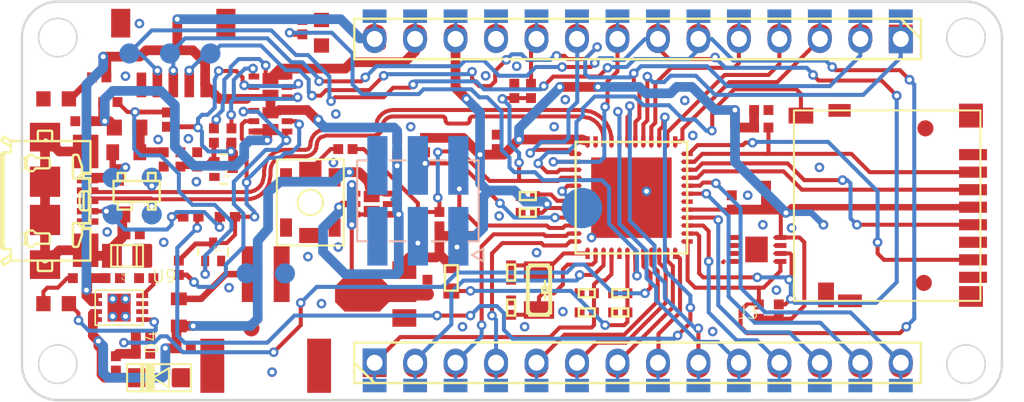
<source format=kicad_pcb>
(kicad_pcb (version 20171130) (host pcbnew 5.1.2-f72e74a~84~ubuntu18.04.1)
  (layers (0 Top signal) (31 Bottom signal) (34 B.Paste user) (35 F.Paste user) (36 B.SilkS user) (37 F.SilkS user) (38 B.Mask user) (39 F.Mask user) (44 Edge.Cuts user))
  (net 0 "")
  (net 1 GND)
  (net 2 +5V)
  (net 3 VIN)
  (net 4 +3V3)
  (net 5 USB_ID)
  (net 6 VUSB)
  (net 7 VBATT)
  (net 8 /MKRZero_V5.0_1/PB03_AIN11)
  (net 9 /MKRZero_V5.0_1/PB02_AIN10)
  (net 10 /MKRZero_V5.0_1/PA31_SWDIO)
  (net 11 /MKRZero_V5.0_1/PA30_SWCLK)
  (net 12 "Net-(C32-Pad1)")
  (net 13 "Net-(PA28-PadPP)")
  (net 14 /MKRZero_V5.0_1/RESETN)
  (net 15 /MKRZero_V5.0_1/PA27_CD)
  (net 16 /MKRZero_V5.0_1/PB23_S5_RX)
  (net 17 /MKRZero_V5.0_1/PB22_S5_TX)
  (net 18 /MKRZero_V5.0_1/USB_P)
  (net 19 /MKRZero_V5.0_1/USB_N)
  (net 20 /MKRZero_V5.0_1/PA23_TC4-W1)
  (net 21 /MKRZero_V5.0_1/PA22_TC4-W0)
  (net 22 /MKRZero_V5.0_1/PA21_TCC0-W7)
  (net 23 /MKRZero_V5.0_1/PA20_TCC0-W6)
  (net 24 /MKRZero_V5.0_1/PA19_S1_MISO)
  (net 25 /MKRZero_V5.0_1/PA18_USB_ID)
  (net 26 /MKRZero_V5.0_1/PA17_S1_SCK)
  (net 27 /MKRZero_V5.0_1/PA16_S1_MOSI)
  (net 28 /MKRZero_V5.0_1/PA15_S2_MISO)
  (net 29 /MKRZero_V5.0_1/PA14_S2_NSS)
  (net 30 /MKRZero_V5.0_1/PA13_S2_SCK)
  (net 31 /MKRZero_V5.0_1/PA12_S2_MOSI)
  (net 32 /MKRZero_V5.0_1/PB11_TCC0-W5)
  (net 33 /MKRZero_V5.0_1/PB10_TCC0-W4)
  (net 34 /MKRZero_V5.0_1/PA11_TCC0-W3)
  (net 35 /MKRZero_V5.0_1/PA10_TCC0-W2)
  (net 36 /MKRZero_V5.0_1/PA09_S0_I2C_SCL)
  (net 37 /MKRZero_V5.0_1/PA08_S0_I2C_SDA)
  (net 38 /MKRZero_V5.0_1/PA07_AIN7)
  (net 39 /MKRZero_V5.0_1/PA06_AIN6)
  (net 40 /MKRZero_V5.0_1/PA05_AIN5)
  (net 41 /MKRZero_V5.0_1/PA04_AIN4)
  (net 42 "Net-(C13-Pad1)")
  (net 43 /MKRZero_V5.0_1/PB08_LED)
  (net 44 "Net-(C27-Pad1)")
  (net 45 /MKRZero_V5.0_1/PA03_VREFA)
  (net 46 /MKRZero_V5.0_1/PA02_AIN0)
  (net 47 /MKRZero_V5.0_1/PA01_XOUT32)
  (net 48 /MKRZero_V5.0_1/PA00_XIN32)
  (net 49 /MKRZero_V5.0_1/RESET#)
  (net 50 "Net-(U4-Pad9)")
  (net 51 "Net-(U4-Pad7)")
  (net 52 "Net-(U4-Pad3)")
  (net 53 "Net-(U4-Pad2)")
  (net 54 "Net-(U4-Pad1)")
  (net 55 "Net-(D1-Pad4)")
  (net 56 "Net-(C6-Pad1)")
  (net 57 "Net-(C4-Pad1)")
  (net 58 "Net-(J8-Pad3)")
  (net 59 "Net-(DL3-PadA)")
  (net 60 "Net-(R13-Pad1)")
  (net 61 "Net-(J8-Pad6)")
  (net 62 "Net-(J3-Pad1)")
  (net 63 "Net-(J3-Pad8)")
  (net 64 "Net-(Q2-PadS1)")
  (net 65 "Net-(D2-PadA)")
  (net 66 "Net-(Q1-PadG)")
  (net 67 "Net-(Q4-PadD)")
  (net 68 "Net-(Q5-PadS1)")
  (net 69 "Net-(C15-Pad1)")
  (net 70 "Net-(DL1-PadA)")
  (net 71 "Net-(DL2-PadA)")
  (net 72 "Net-(DL2-PadC)")
  (net 73 "Net-(R3-Pad2)")
  (net 74 "Net-(F1-Pad1)")
  (net 75 "Net-(C8-Pad1)")
  (module "" (layer Top) (at 120.0011 115.2536)
    (fp_text reference @HOLE0 hide)
    (fp_text value "" (at 0 0) (layer F.SilkS) (effects (font (size 1.27 1.27))))
    (pad "" np_thru_hole circle (at 0 0) (size 2.2 2.2) (drill 2.2) (layers *.Cu *.Mask))
  )
  (module "" (layer Top) (at 177.0011 115.2536)
    (fp_text reference @HOLE1 hide)
    (fp_text value "" (at 0 0) (layer F.SilkS) (effects (font (size 1.27 1.27))))
    (pad "" np_thru_hole circle (at 0 0) (size 2.2 2.2) (drill 2.2) (layers *.Cu *.Mask))
  )
  (module "" (layer Top) (at 177.0011 94.7536)
    (fp_text reference @HOLE2 hide)
    (fp_text value "" (at 0 0) (layer F.SilkS) (effects (font (size 1.27 1.27))))
    (pad "" np_thru_hole circle (at 0 0) (size 2.2 2.2) (drill 2.2) (layers *.Cu *.Mask))
  )
  (module "" (layer Top) (at 120.0011 94.7536)
    (fp_text reference @HOLE3 hide)
    (fp_text value "" (at 0 0) (layer F.SilkS) (effects (font (size 1.27 1.27))))
    (pad "" np_thru_hole circle (at 0 0) (size 2.2 2.2) (drill 2.2) (layers *.Cu *.Mask))
  )
  (module MKRZero_V5.0:QFN50P700X700X90-49XN-EPSQ515 (layer Top) (at 156.0011 104.8036 90)
    (fp_text reference U3)
    (fp_text value ATSAMD21G18A-48 hide)
    (fp_poly (pts (xy -2.525 -2.525) (xy 2.525 -2.525) (xy 2.525 2.525) (xy -2.525 2.525)) (layer Top) (width 0))
    (fp_poly (pts (xy 2.835 -3.825) (xy 2.835 -3.185) (xy 2.75 -3.1) (xy 2.665 -3.185) (xy 2.665 -3.825)) (layer Top) (width 0))
    (fp_poly (pts (xy 2.665 3.825) (xy 2.665 3.185) (xy 2.75 3.1) (xy 2.835 3.185) (xy 2.835 3.825)) (layer Top) (width 0))
    (fp_poly (pts (xy 3.825 -2.665) (xy 3.185 -2.665) (xy 3.1 -2.75) (xy 3.185 -2.835) (xy 3.825 -2.835)) (layer Top) (width 0))
    (fp_poly (pts (xy -2.835 3.825) (xy -2.835 3.185) (xy -2.75 3.1) (xy -2.665 3.185) (xy -2.665 3.825)) (layer Top) (width 0))
    (fp_poly (pts (xy -2.335 3.825) (xy -2.335 3.185) (xy -2.25 3.1) (xy -2.165 3.185) (xy -2.165 3.825)) (layer Top) (width 0))
    (fp_poly (pts (xy -1.835 3.825) (xy -1.835 3.185) (xy -1.75 3.1) (xy -1.665 3.185) (xy -1.665 3.825)) (layer Top) (width 0))
    (fp_poly (pts (xy -1.335 3.825) (xy -1.335 3.185) (xy -1.25 3.1) (xy -1.165 3.185) (xy -1.165 3.825)) (layer Top) (width 0))
    (fp_poly (pts (xy -0.835 3.825) (xy -0.835 3.185) (xy -0.75 3.1) (xy -0.665 3.185) (xy -0.665 3.825)) (layer Top) (width 0))
    (fp_poly (pts (xy -0.335 3.825) (xy -0.335 3.185) (xy -0.25 3.1) (xy -0.165 3.185) (xy -0.165 3.825)) (layer Top) (width 0))
    (fp_poly (pts (xy 0.165 3.825) (xy 0.165 3.185) (xy 0.25 3.1) (xy 0.335 3.185) (xy 0.335 3.825)) (layer Top) (width 0))
    (fp_poly (pts (xy 0.665 3.825) (xy 0.665 3.185) (xy 0.75 3.1) (xy 0.835 3.185) (xy 0.835 3.825)) (layer Top) (width 0))
    (fp_poly (pts (xy 1.165 3.825) (xy 1.165 3.185) (xy 1.25 3.1) (xy 1.335 3.185) (xy 1.335 3.825)) (layer Top) (width 0))
    (fp_poly (pts (xy 1.665 3.825) (xy 1.665 3.185) (xy 1.75 3.1) (xy 1.835 3.185) (xy 1.835 3.825)) (layer Top) (width 0))
    (fp_poly (pts (xy 2.165 3.825) (xy 2.165 3.185) (xy 2.25 3.1) (xy 2.335 3.185) (xy 2.335 3.825)) (layer Top) (width 0))
    (fp_poly (pts (xy -3.825 -1.835) (xy -3.185 -1.835) (xy -3.1 -1.75) (xy -3.185 -1.665) (xy -3.825 -1.665)) (layer Top) (width 0))
    (fp_poly (pts (xy -3.825 -1.335) (xy -3.185 -1.335) (xy -3.1 -1.25) (xy -3.185 -1.165) (xy -3.825 -1.165)) (layer Top) (width 0))
    (fp_poly (pts (xy -3.825 -0.835) (xy -3.185 -0.835) (xy -3.1 -0.75) (xy -3.185 -0.665) (xy -3.825 -0.665)) (layer Top) (width 0))
    (fp_poly (pts (xy -3.825 -0.335) (xy -3.185 -0.335) (xy -3.1 -0.25) (xy -3.185 -0.165) (xy -3.825 -0.165)) (layer Top) (width 0))
    (fp_poly (pts (xy -3.825 0.165) (xy -3.185 0.165) (xy -3.1 0.25) (xy -3.185 0.335) (xy -3.825 0.335)) (layer Top) (width 0))
    (fp_poly (pts (xy -3.825 0.665) (xy -3.185 0.665) (xy -3.1 0.75) (xy -3.185 0.835) (xy -3.825 0.835)) (layer Top) (width 0))
    (fp_poly (pts (xy -3.825 1.165) (xy -3.185 1.165) (xy -3.1 1.25) (xy -3.185 1.335) (xy -3.825 1.335)) (layer Top) (width 0))
    (fp_poly (pts (xy -3.825 1.665) (xy -3.185 1.665) (xy -3.1 1.75) (xy -3.185 1.835) (xy -3.825 1.835)) (layer Top) (width 0))
    (fp_poly (pts (xy -3.825 2.165) (xy -3.185 2.165) (xy -3.1 2.25) (xy -3.185 2.335) (xy -3.825 2.335)) (layer Top) (width 0))
    (fp_poly (pts (xy -3.825 2.665) (xy -3.185 2.665) (xy -3.1 2.75) (xy -3.185 2.835) (xy -3.825 2.835)) (layer Top) (width 0))
    (fp_poly (pts (xy 2.335 -3.825) (xy 2.335 -3.185) (xy 2.25 -3.1) (xy 2.165 -3.185) (xy 2.165 -3.825)) (layer Top) (width 0))
    (fp_poly (pts (xy 1.835 -3.825) (xy 1.835 -3.185) (xy 1.75 -3.1) (xy 1.665 -3.185) (xy 1.665 -3.825)) (layer Top) (width 0))
    (fp_poly (pts (xy 1.335 -3.825) (xy 1.335 -3.185) (xy 1.25 -3.1) (xy 1.165 -3.185) (xy 1.165 -3.825)) (layer Top) (width 0))
    (fp_poly (pts (xy 0.835 -3.825) (xy 0.835 -3.185) (xy 0.75 -3.1) (xy 0.665 -3.185) (xy 0.665 -3.825)) (layer Top) (width 0))
    (fp_poly (pts (xy 0.335 -3.825) (xy 0.335 -3.185) (xy 0.25 -3.1) (xy 0.165 -3.185) (xy 0.165 -3.825)) (layer Top) (width 0))
    (fp_poly (pts (xy -0.165 -3.825) (xy -0.165 -3.185) (xy -0.25 -3.1) (xy -0.335 -3.185) (xy -0.335 -3.825)) (layer Top) (width 0))
    (fp_poly (pts (xy -0.665 -3.825) (xy -0.665 -3.185) (xy -0.75 -3.1) (xy -0.835 -3.185) (xy -0.835 -3.825)) (layer Top) (width 0))
    (fp_poly (pts (xy -1.165 -3.825) (xy -1.165 -3.185) (xy -1.25 -3.1) (xy -1.335 -3.185) (xy -1.335 -3.825)) (layer Top) (width 0))
    (fp_poly (pts (xy -1.665 -3.825) (xy -1.665 -3.185) (xy -1.75 -3.1) (xy -1.835 -3.185) (xy -1.835 -3.825)) (layer Top) (width 0))
    (fp_poly (pts (xy -2.165 -3.825) (xy -2.165 -3.185) (xy -2.25 -3.1) (xy -2.335 -3.185) (xy -2.335 -3.825)) (layer Top) (width 0))
    (fp_poly (pts (xy -2.665 -3.825) (xy -2.665 -3.185) (xy -2.75 -3.1) (xy -2.835 -3.185) (xy -2.835 -3.825)) (layer Top) (width 0))
    (fp_poly (pts (xy 3.825 2.835) (xy 3.185 2.835) (xy 3.1 2.75) (xy 3.185 2.665) (xy 3.825 2.665)) (layer Top) (width 0))
    (fp_poly (pts (xy 3.825 2.335) (xy 3.185 2.335) (xy 3.1 2.25) (xy 3.185 2.165) (xy 3.825 2.165)) (layer Top) (width 0))
    (fp_poly (pts (xy 3.825 1.835) (xy 3.185 1.835) (xy 3.1 1.75) (xy 3.185 1.665) (xy 3.825 1.665)) (layer Top) (width 0))
    (fp_poly (pts (xy 3.825 1.335) (xy 3.185 1.335) (xy 3.1 1.25) (xy 3.185 1.165) (xy 3.825 1.165)) (layer Top) (width 0))
    (fp_poly (pts (xy 3.825 0.835) (xy 3.185 0.835) (xy 3.1 0.75) (xy 3.185 0.665) (xy 3.825 0.665)) (layer Top) (width 0))
    (fp_poly (pts (xy 3.825 0.335) (xy 3.185 0.335) (xy 3.1 0.25) (xy 3.185 0.165) (xy 3.825 0.165)) (layer Top) (width 0))
    (fp_poly (pts (xy 3.825 -0.165) (xy 3.185 -0.165) (xy 3.1 -0.25) (xy 3.185 -0.335) (xy 3.825 -0.335)) (layer Top) (width 0))
    (fp_poly (pts (xy 3.825 -0.665) (xy 3.185 -0.665) (xy 3.1 -0.75) (xy 3.185 -0.835) (xy 3.825 -0.835)) (layer Top) (width 0))
    (fp_poly (pts (xy 3.825 -1.165) (xy 3.185 -1.165) (xy 3.1 -1.25) (xy 3.185 -1.335) (xy 3.825 -1.335)) (layer Top) (width 0))
    (fp_poly (pts (xy 3.825 -1.665) (xy 3.185 -1.665) (xy 3.1 -1.75) (xy 3.185 -1.835) (xy 3.825 -1.835)) (layer Top) (width 0))
    (fp_poly (pts (xy 3.825 -2.165) (xy 3.185 -2.165) (xy 3.1 -2.25) (xy 3.185 -2.335) (xy 3.825 -2.335)) (layer Top) (width 0))
    (fp_poly (pts (xy -3.825 -2.335) (xy -3.19 -2.335) (xy -3.185 -2.335) (xy -3.1 -2.25) (xy -3.185 -2.165) (xy -3.19 -2.165) (xy -3.825 -2.165)) (layer Top) (width 0))
    (fp_poly (pts (xy -3.825 -2.835) (xy -3.19 -2.835) (xy -3.185 -2.835) (xy -3.1 -2.75) (xy -3.185 -2.665) (xy -3.19 -2.665) (xy -3.825 -2.665)) (layer Top) (width 0))
    (pad 49 smd roundrect (at 0 0 90) (size 5 5) (layers Top F.Mask) (roundrect_rratio 0.015) (net 1 GND))
    (pad 48 smd roundrect (at -2.75 -3.525 90) (size 0.28 0.65) (layers Top F.Mask) (roundrect_rratio 0.015) (net 8 /MKRZero_V5.0_1/PB03_AIN11))
    (pad 47 smd roundrect (at -2.25 -3.525 90) (size 0.28 0.65) (layers Top F.Mask) (roundrect_rratio 0.015) (net 9 /MKRZero_V5.0_1/PB02_AIN10))
    (pad 46 smd roundrect (at -1.75 -3.525 90) (size 0.28 0.65) (layers Top F.Mask) (roundrect_rratio 0.015) (net 10 /MKRZero_V5.0_1/PA31_SWDIO))
    (pad 45 smd roundrect (at -1.25 -3.525 90) (size 0.28 0.65) (layers Top F.Mask) (roundrect_rratio 0.015) (net 11 /MKRZero_V5.0_1/PA30_SWCLK))
    (pad 44 smd roundrect (at -0.75 -3.525 90) (size 0.28 0.65) (layers Top F.Mask) (roundrect_rratio 0.015) (net 4 +3V3))
    (pad 43 smd roundrect (at -0.25 -3.525 90) (size 0.28 0.65) (layers Top F.Mask) (roundrect_rratio 0.015) (net 12 "Net-(C32-Pad1)"))
    (pad 42 smd roundrect (at 0.25 -3.525 90) (size 0.28 0.65) (layers Top F.Mask) (roundrect_rratio 0.015) (net 1 GND))
    (pad 41 smd roundrect (at 0.75 -3.525 90) (size 0.28 0.65) (layers Top F.Mask) (roundrect_rratio 0.015) (net 13 "Net-(PA28-PadPP)"))
    (pad 40 smd roundrect (at 1.25 -3.525 90) (size 0.28 0.65) (layers Top F.Mask) (roundrect_rratio 0.015) (net 14 /MKRZero_V5.0_1/RESETN))
    (pad 39 smd roundrect (at 1.75 -3.525 90) (size 0.28 0.65) (layers Top F.Mask) (roundrect_rratio 0.015) (net 15 /MKRZero_V5.0_1/PA27_CD))
    (pad 38 smd roundrect (at 2.25 -3.525 90) (size 0.28 0.65) (layers Top F.Mask) (roundrect_rratio 0.015) (net 16 /MKRZero_V5.0_1/PB23_S5_RX))
    (pad 37 smd roundrect (at 2.75 -3.525 90) (size 0.28 0.65) (layers Top F.Mask) (roundrect_rratio 0.015) (net 17 /MKRZero_V5.0_1/PB22_S5_TX))
    (pad 36 smd roundrect (at 3.525 -2.75 90) (size 0.65 0.28) (layers Top F.Mask) (roundrect_rratio 0.015) (net 4 +3V3))
    (pad 35 smd roundrect (at 3.525 -2.25 90) (size 0.65 0.28) (layers Top F.Mask) (roundrect_rratio 0.015) (net 1 GND))
    (pad 34 smd roundrect (at 3.525 -1.75 90) (size 0.65 0.28) (layers Top F.Mask) (roundrect_rratio 0.015) (net 18 /MKRZero_V5.0_1/USB_P))
    (pad 33 smd roundrect (at 3.525 -1.25 90) (size 0.65 0.28) (layers Top F.Mask) (roundrect_rratio 0.015) (net 19 /MKRZero_V5.0_1/USB_N))
    (pad 32 smd roundrect (at 3.525 -0.75 90) (size 0.65 0.28) (layers Top F.Mask) (roundrect_rratio 0.015) (net 20 /MKRZero_V5.0_1/PA23_TC4-W1))
    (pad 31 smd roundrect (at 3.525 -0.25 90) (size 0.65 0.28) (layers Top F.Mask) (roundrect_rratio 0.015) (net 21 /MKRZero_V5.0_1/PA22_TC4-W0))
    (pad 30 smd roundrect (at 3.525 0.25 90) (size 0.65 0.28) (layers Top F.Mask) (roundrect_rratio 0.015) (net 22 /MKRZero_V5.0_1/PA21_TCC0-W7))
    (pad 29 smd roundrect (at 3.525 0.75 90) (size 0.65 0.28) (layers Top F.Mask) (roundrect_rratio 0.015) (net 23 /MKRZero_V5.0_1/PA20_TCC0-W6))
    (pad 28 smd roundrect (at 3.525 1.25 90) (size 0.65 0.28) (layers Top F.Mask) (roundrect_rratio 0.015) (net 24 /MKRZero_V5.0_1/PA19_S1_MISO))
    (pad 27 smd roundrect (at 3.525 1.75 90) (size 0.65 0.28) (layers Top F.Mask) (roundrect_rratio 0.015) (net 25 /MKRZero_V5.0_1/PA18_USB_ID))
    (pad 26 smd roundrect (at 3.525 2.25 90) (size 0.65 0.28) (layers Top F.Mask) (roundrect_rratio 0.015) (net 26 /MKRZero_V5.0_1/PA17_S1_SCK))
    (pad 25 smd roundrect (at 3.525 2.75 90) (size 0.65 0.28) (layers Top F.Mask) (roundrect_rratio 0.015) (net 27 /MKRZero_V5.0_1/PA16_S1_MOSI))
    (pad 24 smd roundrect (at 2.75 3.525 90) (size 0.28 0.65) (layers Top F.Mask) (roundrect_rratio 0.015) (net 28 /MKRZero_V5.0_1/PA15_S2_MISO))
    (pad 23 smd roundrect (at 2.25 3.525 90) (size 0.28 0.65) (layers Top F.Mask) (roundrect_rratio 0.015) (net 29 /MKRZero_V5.0_1/PA14_S2_NSS))
    (pad 22 smd roundrect (at 1.75 3.525 90) (size 0.28 0.65) (layers Top F.Mask) (roundrect_rratio 0.015) (net 30 /MKRZero_V5.0_1/PA13_S2_SCK))
    (pad 21 smd roundrect (at 1.25 3.525 90) (size 0.28 0.65) (layers Top F.Mask) (roundrect_rratio 0.015) (net 31 /MKRZero_V5.0_1/PA12_S2_MOSI))
    (pad 20 smd roundrect (at 0.75 3.525 90) (size 0.28 0.65) (layers Top F.Mask) (roundrect_rratio 0.015) (net 32 /MKRZero_V5.0_1/PB11_TCC0-W5))
    (pad 19 smd roundrect (at 0.25 3.525 90) (size 0.28 0.65) (layers Top F.Mask) (roundrect_rratio 0.015) (net 33 /MKRZero_V5.0_1/PB10_TCC0-W4))
    (pad 18 smd roundrect (at -0.25 3.525 90) (size 0.28 0.65) (layers Top F.Mask) (roundrect_rratio 0.015) (net 1 GND))
    (pad 17 smd roundrect (at -0.75 3.525 90) (size 0.28 0.65) (layers Top F.Mask) (roundrect_rratio 0.015) (net 4 +3V3))
    (pad 16 smd roundrect (at -1.25 3.525 90) (size 0.28 0.65) (layers Top F.Mask) (roundrect_rratio 0.015) (net 34 /MKRZero_V5.0_1/PA11_TCC0-W3))
    (pad 15 smd roundrect (at -1.75 3.525 90) (size 0.28 0.65) (layers Top F.Mask) (roundrect_rratio 0.015) (net 35 /MKRZero_V5.0_1/PA10_TCC0-W2))
    (pad 14 smd roundrect (at -2.25 3.525 90) (size 0.28 0.65) (layers Top F.Mask) (roundrect_rratio 0.015) (net 36 /MKRZero_V5.0_1/PA09_S0_I2C_SCL))
    (pad 13 smd roundrect (at -2.75 3.525 90) (size 0.28 0.65) (layers Top F.Mask) (roundrect_rratio 0.015) (net 37 /MKRZero_V5.0_1/PA08_S0_I2C_SDA))
    (pad 12 smd roundrect (at -3.525 2.75 90) (size 0.65 0.28) (layers Top F.Mask) (roundrect_rratio 0.015) (net 38 /MKRZero_V5.0_1/PA07_AIN7))
    (pad 11 smd roundrect (at -3.525 2.25 90) (size 0.65 0.28) (layers Top F.Mask) (roundrect_rratio 0.015) (net 39 /MKRZero_V5.0_1/PA06_AIN6))
    (pad 10 smd roundrect (at -3.525 1.75 90) (size 0.65 0.28) (layers Top F.Mask) (roundrect_rratio 0.015) (net 40 /MKRZero_V5.0_1/PA05_AIN5))
    (pad 9 smd roundrect (at -3.525 1.25 90) (size 0.65 0.28) (layers Top F.Mask) (roundrect_rratio 0.015) (net 41 /MKRZero_V5.0_1/PA04_AIN4))
    (pad 8 smd roundrect (at -3.525 0.75 90) (size 0.65 0.28) (layers Top F.Mask) (roundrect_rratio 0.015) (net 42 "Net-(C13-Pad1)"))
    (pad 7 smd roundrect (at -3.525 0.25 90) (size 0.65 0.28) (layers Top F.Mask) (roundrect_rratio 0.015) (net 43 /MKRZero_V5.0_1/PB08_LED))
    (pad 6 smd roundrect (at -3.525 -0.25 90) (size 0.65 0.28) (layers Top F.Mask) (roundrect_rratio 0.015) (net 44 "Net-(C27-Pad1)"))
    (pad 5 smd roundrect (at -3.525 -0.75 90) (size 0.65 0.28) (layers Top F.Mask) (roundrect_rratio 0.015) (net 1 GND))
    (pad 4 smd roundrect (at -3.525 -1.25 90) (size 0.65 0.28) (layers Top F.Mask) (roundrect_rratio 0.015) (net 45 /MKRZero_V5.0_1/PA03_VREFA))
    (pad 3 smd roundrect (at -3.525 -1.75 90) (size 0.65 0.28) (layers Top F.Mask) (roundrect_rratio 0.015) (net 46 /MKRZero_V5.0_1/PA02_AIN0))
    (pad 2 smd roundrect (at -3.525 -2.25 90) (size 0.65 0.28) (layers Top F.Mask) (roundrect_rratio 0.015) (net 47 /MKRZero_V5.0_1/PA01_XOUT32))
    (pad 1 smd rect (at -3.525 -2.75 90) (size 0.65 0.28) (layers Top F.Mask) (net 48 /MKRZero_V5.0_1/PA00_XIN32))
  )
  (module MKRZero_V5.0:STRIP-14-MODULI-A11 (layer Top) (at 172.9059 94.8436 180)
    (fp_text reference J5)
    (fp_text value DNP hide)
    (fp_poly (pts (xy 33.02 -0.889) (xy 33.020001 -0.889) (xy 32.826068 -0.863468) (xy 32.64535 -0.788613) (xy 32.490165 -0.669536) (xy 32.371087 -0.51435) (xy 32.2707 -0.1397) (xy 32.2707 0) (xy 32.2707 0.2032) (xy 32.2707 0.203199) (xy 32.296232 0.397132) (xy 32.371087 0.577849) (xy 32.490165 0.733034) (xy 32.64535 0.852112) (xy 33.02 0.9525) (xy 33.019999 0.9525) (xy 33.213932 0.926968) (xy 33.39465 0.852113) (xy 33.549835 0.733036) (xy 33.668913 0.57785) (xy 33.743769 0.397133) (xy 33.7693 0.2032) (xy 33.7693 0) (xy 33.7693 -0.1397) (xy 33.7693 -0.139699) (xy 33.743768 -0.333632) (xy 33.668913 -0.514349) (xy 33.549835 -0.669534) (xy 33.39465 -0.788612) (xy 33.213933 -0.863467)) (layer Top) (width 0))
    (fp_poly (pts (xy 30.48 -0.889) (xy 30.480001 -0.889) (xy 30.286068 -0.863468) (xy 30.10535 -0.788613) (xy 29.950165 -0.669536) (xy 29.831087 -0.51435) (xy 29.7307 -0.1397) (xy 29.7307 0) (xy 29.7307 0.2032) (xy 29.7307 0.203199) (xy 29.756232 0.397132) (xy 29.831087 0.577849) (xy 29.950165 0.733034) (xy 30.10535 0.852112) (xy 30.48 0.9525) (xy 30.479999 0.9525) (xy 30.673932 0.926968) (xy 30.85465 0.852113) (xy 31.009835 0.733036) (xy 31.128913 0.57785) (xy 31.203769 0.397133) (xy 31.2293 0.2032) (xy 31.2293 0) (xy 31.2293 -0.1397) (xy 31.2293 -0.139699) (xy 31.203768 -0.333632) (xy 31.128913 -0.514349) (xy 31.009835 -0.669534) (xy 30.85465 -0.788612) (xy 30.673933 -0.863467)) (layer Top) (width 0))
    (fp_poly (pts (xy 27.94 -0.889) (xy 27.940001 -0.889) (xy 27.746068 -0.863468) (xy 27.56535 -0.788613) (xy 27.410165 -0.669536) (xy 27.291087 -0.51435) (xy 27.1907 -0.1397) (xy 27.1907 0) (xy 27.1907 0.2032) (xy 27.1907 0.203199) (xy 27.216232 0.397132) (xy 27.291087 0.577849) (xy 27.410165 0.733034) (xy 27.56535 0.852112) (xy 27.94 0.9525) (xy 27.939999 0.9525) (xy 28.133932 0.926968) (xy 28.31465 0.852113) (xy 28.469835 0.733036) (xy 28.588913 0.57785) (xy 28.663769 0.397133) (xy 28.6893 0.2032) (xy 28.6893 0) (xy 28.6893 -0.1397) (xy 28.6893 -0.139699) (xy 28.663768 -0.333632) (xy 28.588913 -0.514349) (xy 28.469835 -0.669534) (xy 28.31465 -0.788612) (xy 28.133933 -0.863467)) (layer Top) (width 0))
    (fp_poly (pts (xy 25.4 -0.889) (xy 25.400001 -0.889) (xy 25.206068 -0.863468) (xy 25.02535 -0.788613) (xy 24.870165 -0.669536) (xy 24.751087 -0.51435) (xy 24.6507 -0.1397) (xy 24.6507 0) (xy 24.6507 0.2032) (xy 24.6507 0.203199) (xy 24.676232 0.397132) (xy 24.751087 0.577849) (xy 24.870165 0.733034) (xy 25.02535 0.852112) (xy 25.4 0.9525) (xy 25.399999 0.9525) (xy 25.593932 0.926968) (xy 25.77465 0.852113) (xy 25.929835 0.733036) (xy 26.048913 0.57785) (xy 26.123769 0.397133) (xy 26.1493 0.2032) (xy 26.1493 0) (xy 26.1493 -0.1397) (xy 26.1493 -0.139699) (xy 26.123768 -0.333632) (xy 26.048913 -0.514349) (xy 25.929835 -0.669534) (xy 25.77465 -0.788612) (xy 25.593933 -0.863467)) (layer Top) (width 0))
    (fp_poly (pts (xy 22.86 -0.889) (xy 22.860001 -0.889) (xy 22.666068 -0.863468) (xy 22.48535 -0.788613) (xy 22.330165 -0.669536) (xy 22.211087 -0.51435) (xy 22.1107 -0.1397) (xy 22.1107 0) (xy 22.1107 0.2032) (xy 22.1107 0.203199) (xy 22.136232 0.397132) (xy 22.211087 0.577849) (xy 22.330165 0.733034) (xy 22.48535 0.852112) (xy 22.86 0.9525) (xy 22.859999 0.9525) (xy 23.053932 0.926968) (xy 23.23465 0.852113) (xy 23.389835 0.733036) (xy 23.508913 0.57785) (xy 23.583769 0.397133) (xy 23.6093 0.2032) (xy 23.6093 0) (xy 23.6093 -0.1397) (xy 23.6093 -0.139699) (xy 23.583768 -0.333632) (xy 23.508913 -0.514349) (xy 23.389835 -0.669534) (xy 23.23465 -0.788612) (xy 23.053933 -0.863467)) (layer Top) (width 0))
    (fp_poly (pts (xy 20.32 -0.889) (xy 20.320001 -0.889) (xy 20.126068 -0.863468) (xy 19.94535 -0.788613) (xy 19.790165 -0.669536) (xy 19.671087 -0.51435) (xy 19.5707 -0.1397) (xy 19.5707 0) (xy 19.5707 0.2032) (xy 19.5707 0.203199) (xy 19.596232 0.397132) (xy 19.671087 0.577849) (xy 19.790165 0.733034) (xy 19.94535 0.852112) (xy 20.32 0.9525) (xy 20.319999 0.9525) (xy 20.513932 0.926968) (xy 20.69465 0.852113) (xy 20.849835 0.733036) (xy 20.968913 0.57785) (xy 21.043769 0.397133) (xy 21.0693 0.2032) (xy 21.0693 0) (xy 21.0693 -0.1397) (xy 21.0693 -0.139699) (xy 21.043768 -0.333632) (xy 20.968913 -0.514349) (xy 20.849835 -0.669534) (xy 20.69465 -0.788612) (xy 20.513933 -0.863467)) (layer Top) (width 0))
    (fp_poly (pts (xy 17.78 -0.889) (xy 17.780001 -0.889) (xy 17.586068 -0.863468) (xy 17.40535 -0.788613) (xy 17.250165 -0.669536) (xy 17.131087 -0.51435) (xy 17.0307 -0.1397) (xy 17.0307 0) (xy 17.0307 0.2032) (xy 17.0307 0.203199) (xy 17.056232 0.397132) (xy 17.131087 0.577849) (xy 17.250165 0.733034) (xy 17.40535 0.852112) (xy 17.78 0.9525) (xy 17.779999 0.9525) (xy 17.973932 0.926968) (xy 18.15465 0.852113) (xy 18.309835 0.733036) (xy 18.428913 0.57785) (xy 18.503769 0.397133) (xy 18.5293 0.2032) (xy 18.5293 0) (xy 18.5293 -0.1397) (xy 18.5293 -0.139699) (xy 18.503768 -0.333632) (xy 18.428913 -0.514349) (xy 18.309835 -0.669534) (xy 18.15465 -0.788612) (xy 17.973933 -0.863467)) (layer Top) (width 0))
    (fp_poly (pts (xy 15.24 -0.889) (xy 15.240001 -0.889) (xy 15.046068 -0.863468) (xy 14.86535 -0.788613) (xy 14.710165 -0.669536) (xy 14.591087 -0.51435) (xy 14.4907 -0.1397) (xy 14.4907 0) (xy 14.4907 0.2032) (xy 14.4907 0.203199) (xy 14.516232 0.397132) (xy 14.591087 0.577849) (xy 14.710165 0.733034) (xy 14.86535 0.852112) (xy 15.24 0.9525) (xy 15.239999 0.9525) (xy 15.433932 0.926968) (xy 15.61465 0.852113) (xy 15.769835 0.733036) (xy 15.888913 0.57785) (xy 15.963769 0.397133) (xy 15.9893 0.2032) (xy 15.9893 0) (xy 15.9893 -0.1397) (xy 15.9893 -0.139699) (xy 15.963768 -0.333632) (xy 15.888913 -0.514349) (xy 15.769835 -0.669534) (xy 15.61465 -0.788612) (xy 15.433933 -0.863467)) (layer Top) (width 0))
    (fp_poly (pts (xy 12.7 -0.889) (xy 12.700001 -0.889) (xy 12.506068 -0.863468) (xy 12.32535 -0.788613) (xy 12.170165 -0.669536) (xy 12.051087 -0.51435) (xy 11.9507 -0.1397) (xy 11.9507 0) (xy 11.9507 0.2032) (xy 11.9507 0.203199) (xy 11.976232 0.397132) (xy 12.051087 0.577849) (xy 12.170165 0.733034) (xy 12.32535 0.852112) (xy 12.7 0.9525) (xy 12.699999 0.9525) (xy 12.893932 0.926968) (xy 13.07465 0.852113) (xy 13.229835 0.733036) (xy 13.348913 0.57785) (xy 13.423769 0.397133) (xy 13.4493 0.2032) (xy 13.4493 0) (xy 13.4493 -0.1397) (xy 13.4493 -0.139699) (xy 13.423768 -0.333632) (xy 13.348913 -0.514349) (xy 13.229835 -0.669534) (xy 13.07465 -0.788612) (xy 12.893933 -0.863467)) (layer Top) (width 0))
    (fp_poly (pts (xy 10.16 -0.889) (xy 10.160001 -0.889) (xy 9.966068 -0.863468) (xy 9.78535 -0.788613) (xy 9.630165 -0.669536) (xy 9.511087 -0.51435) (xy 9.4107 -0.1397) (xy 9.4107 0) (xy 9.4107 0.2032) (xy 9.4107 0.203199) (xy 9.436232 0.397132) (xy 9.511087 0.577849) (xy 9.630165 0.733034) (xy 9.78535 0.852112) (xy 10.16 0.9525) (xy 10.159999 0.9525) (xy 10.353932 0.926968) (xy 10.53465 0.852113) (xy 10.689835 0.733036) (xy 10.808913 0.57785) (xy 10.883769 0.397133) (xy 10.9093 0.2032) (xy 10.9093 0) (xy 10.9093 -0.1397) (xy 10.9093 -0.139699) (xy 10.883768 -0.333632) (xy 10.808913 -0.514349) (xy 10.689835 -0.669534) (xy 10.53465 -0.788612) (xy 10.353933 -0.863467)) (layer Top) (width 0))
    (fp_poly (pts (xy 7.62 -0.889) (xy 7.620001 -0.889) (xy 7.426068 -0.863468) (xy 7.24535 -0.788613) (xy 7.090165 -0.669536) (xy 6.971087 -0.51435) (xy 6.8707 -0.1397) (xy 6.8707 0) (xy 6.8707 0.2032) (xy 6.8707 0.203199) (xy 6.896232 0.397132) (xy 6.971087 0.577849) (xy 7.090165 0.733034) (xy 7.24535 0.852112) (xy 7.62 0.9525) (xy 7.619999 0.9525) (xy 7.813932 0.926968) (xy 7.99465 0.852113) (xy 8.149835 0.733036) (xy 8.268913 0.57785) (xy 8.343769 0.397133) (xy 8.3693 0.2032) (xy 8.3693 0) (xy 8.3693 -0.1397) (xy 8.3693 -0.139699) (xy 8.343768 -0.333632) (xy 8.268913 -0.514349) (xy 8.149835 -0.669534) (xy 7.99465 -0.788612) (xy 7.813933 -0.863467)) (layer Top) (width 0))
    (fp_poly (pts (xy 5.08 -0.889) (xy 5.080001 -0.889) (xy 4.886068 -0.863468) (xy 4.70535 -0.788613) (xy 4.550165 -0.669536) (xy 4.431087 -0.51435) (xy 4.3307 -0.1397) (xy 4.3307 0) (xy 4.3307 0.2032) (xy 4.3307 0.203199) (xy 4.356232 0.397132) (xy 4.431087 0.577849) (xy 4.550165 0.733034) (xy 4.70535 0.852112) (xy 5.08 0.9525) (xy 5.079999 0.9525) (xy 5.273932 0.926968) (xy 5.45465 0.852113) (xy 5.609835 0.733036) (xy 5.728913 0.57785) (xy 5.803769 0.397133) (xy 5.8293 0.2032) (xy 5.8293 0) (xy 5.8293 -0.1397) (xy 5.8293 -0.139699) (xy 5.803768 -0.333632) (xy 5.728913 -0.514349) (xy 5.609835 -0.669534) (xy 5.45465 -0.788612) (xy 5.273933 -0.863467)) (layer Top) (width 0))
    (fp_poly (pts (xy 0 -0.889) (xy -0.7493 -0.889) (xy -0.7493 0.9017) (xy 0.7493 0.9017) (xy 0.7493 -0.889)) (layer Top) (width 0))
    (fp_poly (pts (xy 2.54 -0.889) (xy 2.540001 -0.889) (xy 2.346068 -0.863468) (xy 2.16535 -0.788613) (xy 2.010165 -0.669536) (xy 1.891087 -0.51435) (xy 1.7907 -0.1397) (xy 1.7907 0) (xy 1.7907 0.2032) (xy 1.7907 0.203199) (xy 1.816232 0.397132) (xy 1.891087 0.577849) (xy 2.010165 0.733034) (xy 2.16535 0.852112) (xy 2.54 0.9525) (xy 2.539999 0.9525) (xy 2.733932 0.926968) (xy 2.91465 0.852113) (xy 3.069835 0.733036) (xy 3.188913 0.57785) (xy 3.263769 0.397133) (xy 3.2893 0.2032) (xy 3.2893 0) (xy 3.2893 -0.1397) (xy 3.2893 -0.139699) (xy 3.263768 -0.333632) (xy 3.188913 -0.514349) (xy 3.069835 -0.669534) (xy 2.91465 -0.788612) (xy 2.733933 -0.863467)) (layer Top) (width 0))
    (fp_poly (pts (xy -0.7493 -0.9017) (xy -0.7493 0.6477) (xy -0.3175 0.6477) (xy -0.20955 0.676625) (xy -0.130525 0.75565) (xy -0.1016 0.8636) (xy -0.1016 0.9906) (xy -0.1143 1.0033) (xy -0.7493 1.0033) (xy -0.7493 1.8542) (xy 0.7493 1.8542) (xy 0.7493 1.0033) (xy 0.1016 1.0033) (xy 0.1016 0.8636) (xy 0.130525 0.75565) (xy 0.20955 0.676625) (xy 0.3175 0.6477) (xy 0.7493 0.6477) (xy 0.7493 -0.9017)) (layer Bottom) (width 0))
    (fp_poly (pts (xy 22.86 -0.889) (xy 22.860001 -0.889) (xy 22.666068 -0.863468) (xy 22.48535 -0.788613) (xy 22.330165 -0.669536) (xy 22.211087 -0.51435) (xy 22.1107 -0.1397) (xy 22.1107 0.1651) (xy 22.1361 0.3175) (xy 22.1869 0.4826) (xy 22.3012 0.6477) (xy 22.5425 0.6477) (xy 22.65045 0.676625) (xy 22.729475 0.75565) (xy 22.7584 0.8636) (xy 22.7584 0.9906) (xy 22.7457 1.0033) (xy 22.1107 1.0033) (xy 22.1107 1.8542) (xy 23.6093 1.8542) (xy 23.6093 1.0033) (xy 22.9616 1.0033) (xy 22.9616 0.8636) (xy 22.990525 0.75565) (xy 23.06955 0.676625) (xy 23.1775 0.6477) (xy 23.4188 0.6477) (xy 23.5331 0.4826) (xy 23.5839 0.3175) (xy 23.6093 0.1651) (xy 23.6093 0) (xy 23.6093 -0.1397) (xy 23.6093 -0.139699) (xy 23.583768 -0.333632) (xy 23.508913 -0.514349) (xy 23.389835 -0.669534) (xy 23.23465 -0.788612) (xy 23.053933 -0.863467)) (layer Bottom) (width 0))
    (fp_poly (pts (xy 30.48 -0.889) (xy 30.480001 -0.889) (xy 30.286068 -0.863468) (xy 30.10535 -0.788613) (xy 29.950165 -0.669536) (xy 29.831087 -0.51435) (xy 29.7307 -0.1397) (xy 29.7307 0.1651) (xy 29.7561 0.3175) (xy 29.8069 0.4826) (xy 29.9212 0.6477) (xy 30.1625 0.6477) (xy 30.27045 0.676625) (xy 30.349475 0.75565) (xy 30.3784 0.8636) (xy 30.3784 0.9906) (xy 30.3657 1.0033) (xy 29.7307 1.0033) (xy 29.7307 1.8542) (xy 31.2293 1.8542) (xy 31.2293 1.0033) (xy 30.5816 1.0033) (xy 30.5816 0.8636) (xy 30.610525 0.75565) (xy 30.68955 0.676625) (xy 30.7975 0.6477) (xy 31.0388 0.6477) (xy 31.1531 0.4826) (xy 31.2039 0.3175) (xy 31.2293 0.1651) (xy 31.2293 0) (xy 31.2293 -0.1397) (xy 31.2293 -0.139699) (xy 31.203768 -0.333632) (xy 31.128913 -0.514349) (xy 31.009835 -0.669534) (xy 30.85465 -0.788612) (xy 30.673933 -0.863467)) (layer Bottom) (width 0))
    (fp_poly (pts (xy 27.94 -0.889) (xy 27.940001 -0.889) (xy 27.746068 -0.863468) (xy 27.56535 -0.788613) (xy 27.410165 -0.669536) (xy 27.291087 -0.51435) (xy 27.1907 -0.1397) (xy 27.1907 0.1651) (xy 27.2161 0.3175) (xy 27.2669 0.4826) (xy 27.3812 0.6477) (xy 27.6225 0.6477) (xy 27.73045 0.676625) (xy 27.809475 0.75565) (xy 27.8384 0.8636) (xy 27.8384 0.9906) (xy 27.8257 1.0033) (xy 27.1907 1.0033) (xy 27.1907 1.8542) (xy 28.6893 1.8542) (xy 28.6893 1.0033) (xy 28.0416 1.0033) (xy 28.0416 0.8636) (xy 28.070525 0.75565) (xy 28.14955 0.676625) (xy 28.2575 0.6477) (xy 28.4988 0.6477) (xy 28.6131 0.4826) (xy 28.6639 0.3175) (xy 28.6893 0.1651) (xy 28.6893 0) (xy 28.6893 -0.1397) (xy 28.6893 -0.139699) (xy 28.663768 -0.333632) (xy 28.588913 -0.514349) (xy 28.469835 -0.669534) (xy 28.31465 -0.788612) (xy 28.133933 -0.863467)) (layer Bottom) (width 0))
    (fp_poly (pts (xy 25.4 -0.889) (xy 25.400001 -0.889) (xy 25.206068 -0.863468) (xy 25.02535 -0.788613) (xy 24.870165 -0.669536) (xy 24.751087 -0.51435) (xy 24.6507 -0.1397) (xy 24.6507 0.1651) (xy 24.6761 0.3175) (xy 24.7269 0.4826) (xy 24.8412 0.6477) (xy 25.0825 0.6477) (xy 25.19045 0.676625) (xy 25.269475 0.75565) (xy 25.2984 0.8636) (xy 25.2984 0.9906) (xy 25.2857 1.0033) (xy 24.6507 1.0033) (xy 24.6507 1.8542) (xy 26.1493 1.8542) (xy 26.1493 1.0033) (xy 25.5016 1.0033) (xy 25.5016 0.8636) (xy 25.530525 0.75565) (xy 25.60955 0.676625) (xy 25.7175 0.6477) (xy 25.9588 0.6477) (xy 26.0731 0.4826) (xy 26.1239 0.3175) (xy 26.1493 0.1651) (xy 26.1493 0) (xy 26.1493 -0.1397) (xy 26.1493 -0.139699) (xy 26.123768 -0.333632) (xy 26.048913 -0.514349) (xy 25.929835 -0.669534) (xy 25.77465 -0.788612) (xy 25.593933 -0.863467)) (layer Bottom) (width 0))
    (fp_poly (pts (xy 20.32 -0.889) (xy 20.320001 -0.889) (xy 20.126068 -0.863468) (xy 19.94535 -0.788613) (xy 19.790165 -0.669536) (xy 19.671087 -0.51435) (xy 19.5707 -0.1397) (xy 19.5707 0.1651) (xy 19.5961 0.3175) (xy 19.6469 0.4826) (xy 19.7612 0.6477) (xy 20.0025 0.6477) (xy 20.11045 0.676625) (xy 20.189475 0.75565) (xy 20.2184 0.8636) (xy 20.2184 0.9906) (xy 20.2057 1.0033) (xy 19.5707 1.0033) (xy 19.5707 1.8542) (xy 21.0693 1.8542) (xy 21.0693 1.0033) (xy 20.4216 1.0033) (xy 20.4216 0.8636) (xy 20.450525 0.75565) (xy 20.52955 0.676625) (xy 20.6375 0.6477) (xy 20.8788 0.6477) (xy 20.9931 0.4826) (xy 21.0439 0.3175) (xy 21.0693 0.1651) (xy 21.0693 0) (xy 21.0693 -0.1397) (xy 21.0693 -0.139699) (xy 21.043768 -0.333632) (xy 20.968913 -0.514349) (xy 20.849835 -0.669534) (xy 20.69465 -0.788612) (xy 20.513933 -0.863467)) (layer Bottom) (width 0))
    (fp_poly (pts (xy 17.78 -0.889) (xy 17.780001 -0.889) (xy 17.586068 -0.863468) (xy 17.40535 -0.788613) (xy 17.250165 -0.669536) (xy 17.131087 -0.51435) (xy 17.0307 -0.1397) (xy 17.0307 0.1651) (xy 17.0561 0.3175) (xy 17.1069 0.4826) (xy 17.2212 0.6477) (xy 17.4625 0.6477) (xy 17.57045 0.676625) (xy 17.649475 0.75565) (xy 17.6784 0.8636) (xy 17.6784 0.9906) (xy 17.6657 1.0033) (xy 17.0307 1.0033) (xy 17.0307 1.8542) (xy 18.5293 1.8542) (xy 18.5293 1.0033) (xy 17.8816 1.0033) (xy 17.8816 0.8636) (xy 17.910525 0.75565) (xy 17.98955 0.676625) (xy 18.0975 0.6477) (xy 18.3388 0.6477) (xy 18.4531 0.4826) (xy 18.5039 0.3175) (xy 18.5293 0.1651) (xy 18.5293 0) (xy 18.5293 -0.1397) (xy 18.5293 -0.139699) (xy 18.503768 -0.333632) (xy 18.428913 -0.514349) (xy 18.309835 -0.669534) (xy 18.15465 -0.788612) (xy 17.973933 -0.863467)) (layer Bottom) (width 0))
    (fp_poly (pts (xy 15.24 -0.889) (xy 15.240001 -0.889) (xy 15.046068 -0.863468) (xy 14.86535 -0.788613) (xy 14.710165 -0.669536) (xy 14.591087 -0.51435) (xy 14.4907 -0.1397) (xy 14.4907 0.1651) (xy 14.5161 0.3175) (xy 14.5669 0.4826) (xy 14.6812 0.6477) (xy 14.9225 0.6477) (xy 15.03045 0.676625) (xy 15.109475 0.75565) (xy 15.1384 0.8636) (xy 15.1384 0.9906) (xy 15.1257 1.0033) (xy 14.4907 1.0033) (xy 14.4907 1.8542) (xy 15.9893 1.8542) (xy 15.9893 1.0033) (xy 15.3416 1.0033) (xy 15.3416 0.8636) (xy 15.370525 0.75565) (xy 15.44955 0.676625) (xy 15.5575 0.6477) (xy 15.7988 0.6477) (xy 15.9131 0.4826) (xy 15.9639 0.3175) (xy 15.9893 0.1651) (xy 15.9893 0) (xy 15.9893 -0.1397) (xy 15.9893 -0.139699) (xy 15.963768 -0.333632) (xy 15.888913 -0.514349) (xy 15.769835 -0.669534) (xy 15.61465 -0.788612) (xy 15.433933 -0.863467)) (layer Bottom) (width 0))
    (fp_poly (pts (xy 12.7 -0.889) (xy 12.700001 -0.889) (xy 12.506068 -0.863468) (xy 12.32535 -0.788613) (xy 12.170165 -0.669536) (xy 12.051087 -0.51435) (xy 11.9507 -0.1397) (xy 11.9507 0.1651) (xy 11.9761 0.3175) (xy 12.0269 0.4826) (xy 12.1412 0.6477) (xy 12.3825 0.6477) (xy 12.49045 0.676625) (xy 12.569475 0.75565) (xy 12.5984 0.8636) (xy 12.5984 0.9906) (xy 12.5857 1.0033) (xy 11.9507 1.0033) (xy 11.9507 1.8542) (xy 13.4493 1.8542) (xy 13.4493 1.0033) (xy 12.8016 1.0033) (xy 12.8016 0.8636) (xy 12.830525 0.75565) (xy 12.90955 0.676625) (xy 13.0175 0.6477) (xy 13.2588 0.6477) (xy 13.3731 0.4826) (xy 13.4239 0.3175) (xy 13.4493 0.1651) (xy 13.4493 0) (xy 13.4493 -0.1397) (xy 13.4493 -0.139699) (xy 13.423768 -0.333632) (xy 13.348913 -0.514349) (xy 13.229835 -0.669534) (xy 13.07465 -0.788612) (xy 12.893933 -0.863467)) (layer Bottom) (width 0))
    (fp_poly (pts (xy 10.16 -0.889) (xy 10.160001 -0.889) (xy 9.966068 -0.863468) (xy 9.78535 -0.788613) (xy 9.630165 -0.669536) (xy 9.511087 -0.51435) (xy 9.4107 -0.1397) (xy 9.4107 0.1651) (xy 9.4361 0.3175) (xy 9.4869 0.4826) (xy 9.6012 0.6477) (xy 9.8425 0.6477) (xy 9.95045 0.676625) (xy 10.029475 0.75565) (xy 10.0584 0.8636) (xy 10.0584 0.9906) (xy 10.0457 1.0033) (xy 9.4107 1.0033) (xy 9.4107 1.8542) (xy 10.9093 1.8542) (xy 10.9093 1.0033) (xy 10.2616 1.0033) (xy 10.2616 0.8636) (xy 10.290525 0.75565) (xy 10.36955 0.676625) (xy 10.4775 0.6477) (xy 10.7188 0.6477) (xy 10.8331 0.4826) (xy 10.8839 0.3175) (xy 10.9093 0.1651) (xy 10.9093 0) (xy 10.9093 -0.1397) (xy 10.9093 -0.139699) (xy 10.883768 -0.333632) (xy 10.808913 -0.514349) (xy 10.689835 -0.669534) (xy 10.53465 -0.788612) (xy 10.353933 -0.863467)) (layer Bottom) (width 0))
    (fp_poly (pts (xy 7.62 -0.889) (xy 7.620001 -0.889) (xy 7.426068 -0.863468) (xy 7.24535 -0.788613) (xy 7.090165 -0.669536) (xy 6.971087 -0.51435) (xy 6.8707 -0.1397) (xy 6.8707 0.1651) (xy 6.8961 0.3175) (xy 6.9469 0.4826) (xy 7.0612 0.6477) (xy 7.3025 0.6477) (xy 7.41045 0.676625) (xy 7.489475 0.75565) (xy 7.5184 0.8636) (xy 7.5184 0.9906) (xy 7.5057 1.0033) (xy 6.8707 1.0033) (xy 6.8707 1.8542) (xy 8.3693 1.8542) (xy 8.3693 1.0033) (xy 7.7216 1.0033) (xy 7.7216 0.8636) (xy 7.750525 0.75565) (xy 7.82955 0.676625) (xy 7.9375 0.6477) (xy 8.1788 0.6477) (xy 8.2931 0.4826) (xy 8.3439 0.3175) (xy 8.3693 0.1651) (xy 8.3693 0) (xy 8.3693 -0.1397) (xy 8.3693 -0.139699) (xy 8.343768 -0.333632) (xy 8.268913 -0.514349) (xy 8.149835 -0.669534) (xy 7.99465 -0.788612) (xy 7.813933 -0.863467)) (layer Bottom) (width 0))
    (fp_poly (pts (xy 5.08 -0.889) (xy 5.080001 -0.889) (xy 4.886068 -0.863468) (xy 4.70535 -0.788613) (xy 4.550165 -0.669536) (xy 4.431087 -0.51435) (xy 4.3307 -0.1397) (xy 4.3307 0.1651) (xy 4.3561 0.3175) (xy 4.4069 0.4826) (xy 4.5212 0.6477) (xy 4.7625 0.6477) (xy 4.87045 0.676625) (xy 4.949475 0.75565) (xy 4.9784 0.8636) (xy 4.9784 0.9906) (xy 4.9657 1.0033) (xy 4.3307 1.0033) (xy 4.3307 1.8542) (xy 5.8293 1.8542) (xy 5.8293 1.0033) (xy 5.1816 1.0033) (xy 5.1816 0.8636) (xy 5.210525 0.75565) (xy 5.28955 0.676625) (xy 5.3975 0.6477) (xy 5.6388 0.6477) (xy 5.7531 0.4826) (xy 5.8039 0.3175) (xy 5.8293 0.1651) (xy 5.8293 0) (xy 5.8293 -0.1397) (xy 5.8293 -0.139699) (xy 5.803768 -0.333632) (xy 5.728913 -0.514349) (xy 5.609835 -0.669534) (xy 5.45465 -0.788612) (xy 5.273933 -0.863467)) (layer Bottom) (width 0))
    (fp_poly (pts (xy 33.02 -0.889) (xy 33.020001 -0.889) (xy 32.826068 -0.863468) (xy 32.64535 -0.788613) (xy 32.490165 -0.669536) (xy 32.371087 -0.51435) (xy 32.2707 -0.1397) (xy 32.2707 0.1651) (xy 32.2961 0.3175) (xy 32.3469 0.4826) (xy 32.4612 0.6477) (xy 32.7025 0.6477) (xy 32.81045 0.676625) (xy 32.889475 0.75565) (xy 32.9184 0.8636) (xy 32.9184 0.9906) (xy 32.9057 1.0033) (xy 32.2707 1.0033) (xy 32.2707 1.8542) (xy 33.7693 1.8542) (xy 33.7693 1.0033) (xy 33.1216 1.0033) (xy 33.1216 0.8636) (xy 33.150525 0.75565) (xy 33.22955 0.676625) (xy 33.3375 0.6477) (xy 33.5788 0.6477) (xy 33.6931 0.4826) (xy 33.7439 0.3175) (xy 33.7693 0.1651) (xy 33.7693 0) (xy 33.7693 -0.1397) (xy 33.7693 -0.139699) (xy 33.743768 -0.333632) (xy 33.668913 -0.514349) (xy 33.549835 -0.669534) (xy 33.39465 -0.788612) (xy 33.213933 -0.863467)) (layer Bottom) (width 0))
    (fp_poly (pts (xy 2.54 -0.889) (xy 2.540001 -0.889) (xy 2.346068 -0.863468) (xy 2.16535 -0.788613) (xy 2.010165 -0.669536) (xy 1.891087 -0.51435) (xy 1.7907 -0.1397) (xy 1.7907 0.1651) (xy 1.8161 0.3175) (xy 1.8669 0.4826) (xy 1.9812 0.6477) (xy 2.2225 0.6477) (xy 2.33045 0.676625) (xy 2.409475 0.75565) (xy 2.4384 0.8636) (xy 2.4384 0.9906) (xy 2.4257 1.0033) (xy 1.7907 1.0033) (xy 1.7907 1.8542) (xy 3.2893 1.8542) (xy 3.2893 1.0033) (xy 2.6416 1.0033) (xy 2.6416 0.8636) (xy 2.670525 0.75565) (xy 2.74955 0.676625) (xy 2.8575 0.6477) (xy 3.0988 0.6477) (xy 3.2131 0.4826) (xy 3.2639 0.3175) (xy 3.2893 0.1651) (xy 3.2893 0) (xy 3.2893 -0.1397) (xy 3.2893 -0.139699) (xy 3.263768 -0.333632) (xy 3.188913 -0.514349) (xy 3.069835 -0.669534) (xy 2.91465 -0.788612) (xy 2.733933 -0.863467)) (layer Bottom) (width 0))
    (pad 14 thru_hole circle (at 33.02 0 180) (size 1.508 1.508) (drill 1) (layers *.Cu *.Mask) (net 2 +5V))
    (pad 13 thru_hole circle (at 30.48 0 180) (size 1.508 1.508) (drill 1) (layers *.Cu *.Mask) (net 3 VIN))
    (pad 12 thru_hole circle (at 27.94 0 180) (size 1.508 1.508) (drill 1) (layers *.Cu *.Mask) (net 4 +3V3))
    (pad 11 thru_hole circle (at 25.4 0 180) (size 1.508 1.508) (drill 1) (layers *.Cu *.Mask) (net 1 GND))
    (pad 10 thru_hole circle (at 22.86 0 180) (size 1.508 1.508) (drill 1) (layers *.Cu *.Mask) (net 49 /MKRZero_V5.0_1/RESET#))
    (pad 9 thru_hole circle (at 20.32 0 180) (size 1.508 1.508) (drill 1) (layers *.Cu *.Mask) (net 17 /MKRZero_V5.0_1/PB22_S5_TX))
    (pad 8 thru_hole circle (at 17.78 0 180) (size 1.508 1.508) (drill 1) (layers *.Cu *.Mask) (net 16 /MKRZero_V5.0_1/PB23_S5_RX))
    (pad 7 thru_hole circle (at 15.24 0 180) (size 1.508 1.508) (drill 1) (layers *.Cu *.Mask) (net 36 /MKRZero_V5.0_1/PA09_S0_I2C_SCL))
    (pad 6 thru_hole circle (at 12.7 0 180) (size 1.508 1.508) (drill 1) (layers *.Cu *.Mask) (net 37 /MKRZero_V5.0_1/PA08_S0_I2C_SDA))
    (pad 5 thru_hole circle (at 10.16 0 180) (size 1.508 1.508) (drill 1) (layers *.Cu *.Mask) (net 24 /MKRZero_V5.0_1/PA19_S1_MISO))
    (pad 4 thru_hole circle (at 7.62 0 180) (size 1.508 1.508) (drill 1) (layers *.Cu *.Mask) (net 26 /MKRZero_V5.0_1/PA17_S1_SCK))
    (pad 3 thru_hole circle (at 5.08 0 180) (size 1.508 1.508) (drill 1) (layers *.Cu *.Mask) (net 27 /MKRZero_V5.0_1/PA16_S1_MOSI))
    (pad 2 thru_hole circle (at 2.54 0 180) (size 1.508 1.508) (drill 1) (layers *.Cu *.Mask) (net 22 /MKRZero_V5.0_1/PA21_TCC0-W7))
    (pad 1 thru_hole rect (at 0 0 180) (size 1.508 1.508) (drill 1) (layers *.Cu *.Mask) (net 23 /MKRZero_V5.0_1/PA20_TCC0-W6))
  )
  (module MKRZero_V5.0:STRIP-14-MODULI-A11 (layer Top) (at 139.8859 115.1636)
    (fp_text reference J4)
    (fp_text value DNP hide)
    (fp_poly (pts (xy 33.02 -0.889) (xy 33.020001 -0.889) (xy 32.826068 -0.863468) (xy 32.64535 -0.788613) (xy 32.490165 -0.669536) (xy 32.371087 -0.51435) (xy 32.2707 -0.1397) (xy 32.2707 0) (xy 32.2707 0.2032) (xy 32.2707 0.203199) (xy 32.296232 0.397132) (xy 32.371087 0.577849) (xy 32.490165 0.733034) (xy 32.64535 0.852112) (xy 33.02 0.9525) (xy 33.019999 0.9525) (xy 33.213932 0.926968) (xy 33.39465 0.852113) (xy 33.549835 0.733036) (xy 33.668913 0.57785) (xy 33.743769 0.397133) (xy 33.7693 0.2032) (xy 33.7693 0) (xy 33.7693 -0.1397) (xy 33.7693 -0.139699) (xy 33.743768 -0.333632) (xy 33.668913 -0.514349) (xy 33.549835 -0.669534) (xy 33.39465 -0.788612) (xy 33.213933 -0.863467)) (layer Top) (width 0))
    (fp_poly (pts (xy 30.48 -0.889) (xy 30.480001 -0.889) (xy 30.286068 -0.863468) (xy 30.10535 -0.788613) (xy 29.950165 -0.669536) (xy 29.831087 -0.51435) (xy 29.7307 -0.1397) (xy 29.7307 0) (xy 29.7307 0.2032) (xy 29.7307 0.203199) (xy 29.756232 0.397132) (xy 29.831087 0.577849) (xy 29.950165 0.733034) (xy 30.10535 0.852112) (xy 30.48 0.9525) (xy 30.479999 0.9525) (xy 30.673932 0.926968) (xy 30.85465 0.852113) (xy 31.009835 0.733036) (xy 31.128913 0.57785) (xy 31.203769 0.397133) (xy 31.2293 0.2032) (xy 31.2293 0) (xy 31.2293 -0.1397) (xy 31.2293 -0.139699) (xy 31.203768 -0.333632) (xy 31.128913 -0.514349) (xy 31.009835 -0.669534) (xy 30.85465 -0.788612) (xy 30.673933 -0.863467)) (layer Top) (width 0))
    (fp_poly (pts (xy 27.94 -0.889) (xy 27.940001 -0.889) (xy 27.746068 -0.863468) (xy 27.56535 -0.788613) (xy 27.410165 -0.669536) (xy 27.291087 -0.51435) (xy 27.1907 -0.1397) (xy 27.1907 0) (xy 27.1907 0.2032) (xy 27.1907 0.203199) (xy 27.216232 0.397132) (xy 27.291087 0.577849) (xy 27.410165 0.733034) (xy 27.56535 0.852112) (xy 27.94 0.9525) (xy 27.939999 0.9525) (xy 28.133932 0.926968) (xy 28.31465 0.852113) (xy 28.469835 0.733036) (xy 28.588913 0.57785) (xy 28.663769 0.397133) (xy 28.6893 0.2032) (xy 28.6893 0) (xy 28.6893 -0.1397) (xy 28.6893 -0.139699) (xy 28.663768 -0.333632) (xy 28.588913 -0.514349) (xy 28.469835 -0.669534) (xy 28.31465 -0.788612) (xy 28.133933 -0.863467)) (layer Top) (width 0))
    (fp_poly (pts (xy 25.4 -0.889) (xy 25.400001 -0.889) (xy 25.206068 -0.863468) (xy 25.02535 -0.788613) (xy 24.870165 -0.669536) (xy 24.751087 -0.51435) (xy 24.6507 -0.1397) (xy 24.6507 0) (xy 24.6507 0.2032) (xy 24.6507 0.203199) (xy 24.676232 0.397132) (xy 24.751087 0.577849) (xy 24.870165 0.733034) (xy 25.02535 0.852112) (xy 25.4 0.9525) (xy 25.399999 0.9525) (xy 25.593932 0.926968) (xy 25.77465 0.852113) (xy 25.929835 0.733036) (xy 26.048913 0.57785) (xy 26.123769 0.397133) (xy 26.1493 0.2032) (xy 26.1493 0) (xy 26.1493 -0.1397) (xy 26.1493 -0.139699) (xy 26.123768 -0.333632) (xy 26.048913 -0.514349) (xy 25.929835 -0.669534) (xy 25.77465 -0.788612) (xy 25.593933 -0.863467)) (layer Top) (width 0))
    (fp_poly (pts (xy 22.86 -0.889) (xy 22.860001 -0.889) (xy 22.666068 -0.863468) (xy 22.48535 -0.788613) (xy 22.330165 -0.669536) (xy 22.211087 -0.51435) (xy 22.1107 -0.1397) (xy 22.1107 0) (xy 22.1107 0.2032) (xy 22.1107 0.203199) (xy 22.136232 0.397132) (xy 22.211087 0.577849) (xy 22.330165 0.733034) (xy 22.48535 0.852112) (xy 22.86 0.9525) (xy 22.859999 0.9525) (xy 23.053932 0.926968) (xy 23.23465 0.852113) (xy 23.389835 0.733036) (xy 23.508913 0.57785) (xy 23.583769 0.397133) (xy 23.6093 0.2032) (xy 23.6093 0) (xy 23.6093 -0.1397) (xy 23.6093 -0.139699) (xy 23.583768 -0.333632) (xy 23.508913 -0.514349) (xy 23.389835 -0.669534) (xy 23.23465 -0.788612) (xy 23.053933 -0.863467)) (layer Top) (width 0))
    (fp_poly (pts (xy 20.32 -0.889) (xy 20.320001 -0.889) (xy 20.126068 -0.863468) (xy 19.94535 -0.788613) (xy 19.790165 -0.669536) (xy 19.671087 -0.51435) (xy 19.5707 -0.1397) (xy 19.5707 0) (xy 19.5707 0.2032) (xy 19.5707 0.203199) (xy 19.596232 0.397132) (xy 19.671087 0.577849) (xy 19.790165 0.733034) (xy 19.94535 0.852112) (xy 20.32 0.9525) (xy 20.319999 0.9525) (xy 20.513932 0.926968) (xy 20.69465 0.852113) (xy 20.849835 0.733036) (xy 20.968913 0.57785) (xy 21.043769 0.397133) (xy 21.0693 0.2032) (xy 21.0693 0) (xy 21.0693 -0.1397) (xy 21.0693 -0.139699) (xy 21.043768 -0.333632) (xy 20.968913 -0.514349) (xy 20.849835 -0.669534) (xy 20.69465 -0.788612) (xy 20.513933 -0.863467)) (layer Top) (width 0))
    (fp_poly (pts (xy 17.78 -0.889) (xy 17.780001 -0.889) (xy 17.586068 -0.863468) (xy 17.40535 -0.788613) (xy 17.250165 -0.669536) (xy 17.131087 -0.51435) (xy 17.0307 -0.1397) (xy 17.0307 0) (xy 17.0307 0.2032) (xy 17.0307 0.203199) (xy 17.056232 0.397132) (xy 17.131087 0.577849) (xy 17.250165 0.733034) (xy 17.40535 0.852112) (xy 17.78 0.9525) (xy 17.779999 0.9525) (xy 17.973932 0.926968) (xy 18.15465 0.852113) (xy 18.309835 0.733036) (xy 18.428913 0.57785) (xy 18.503769 0.397133) (xy 18.5293 0.2032) (xy 18.5293 0) (xy 18.5293 -0.1397) (xy 18.5293 -0.139699) (xy 18.503768 -0.333632) (xy 18.428913 -0.514349) (xy 18.309835 -0.669534) (xy 18.15465 -0.788612) (xy 17.973933 -0.863467)) (layer Top) (width 0))
    (fp_poly (pts (xy 15.24 -0.889) (xy 15.240001 -0.889) (xy 15.046068 -0.863468) (xy 14.86535 -0.788613) (xy 14.710165 -0.669536) (xy 14.591087 -0.51435) (xy 14.4907 -0.1397) (xy 14.4907 0) (xy 14.4907 0.2032) (xy 14.4907 0.203199) (xy 14.516232 0.397132) (xy 14.591087 0.577849) (xy 14.710165 0.733034) (xy 14.86535 0.852112) (xy 15.24 0.9525) (xy 15.239999 0.9525) (xy 15.433932 0.926968) (xy 15.61465 0.852113) (xy 15.769835 0.733036) (xy 15.888913 0.57785) (xy 15.963769 0.397133) (xy 15.9893 0.2032) (xy 15.9893 0) (xy 15.9893 -0.1397) (xy 15.9893 -0.139699) (xy 15.963768 -0.333632) (xy 15.888913 -0.514349) (xy 15.769835 -0.669534) (xy 15.61465 -0.788612) (xy 15.433933 -0.863467)) (layer Top) (width 0))
    (fp_poly (pts (xy 12.7 -0.889) (xy 12.700001 -0.889) (xy 12.506068 -0.863468) (xy 12.32535 -0.788613) (xy 12.170165 -0.669536) (xy 12.051087 -0.51435) (xy 11.9507 -0.1397) (xy 11.9507 0) (xy 11.9507 0.2032) (xy 11.9507 0.203199) (xy 11.976232 0.397132) (xy 12.051087 0.577849) (xy 12.170165 0.733034) (xy 12.32535 0.852112) (xy 12.7 0.9525) (xy 12.699999 0.9525) (xy 12.893932 0.926968) (xy 13.07465 0.852113) (xy 13.229835 0.733036) (xy 13.348913 0.57785) (xy 13.423769 0.397133) (xy 13.4493 0.2032) (xy 13.4493 0) (xy 13.4493 -0.1397) (xy 13.4493 -0.139699) (xy 13.423768 -0.333632) (xy 13.348913 -0.514349) (xy 13.229835 -0.669534) (xy 13.07465 -0.788612) (xy 12.893933 -0.863467)) (layer Top) (width 0))
    (fp_poly (pts (xy 10.16 -0.889) (xy 10.160001 -0.889) (xy 9.966068 -0.863468) (xy 9.78535 -0.788613) (xy 9.630165 -0.669536) (xy 9.511087 -0.51435) (xy 9.4107 -0.1397) (xy 9.4107 0) (xy 9.4107 0.2032) (xy 9.4107 0.203199) (xy 9.436232 0.397132) (xy 9.511087 0.577849) (xy 9.630165 0.733034) (xy 9.78535 0.852112) (xy 10.16 0.9525) (xy 10.159999 0.9525) (xy 10.353932 0.926968) (xy 10.53465 0.852113) (xy 10.689835 0.733036) (xy 10.808913 0.57785) (xy 10.883769 0.397133) (xy 10.9093 0.2032) (xy 10.9093 0) (xy 10.9093 -0.1397) (xy 10.9093 -0.139699) (xy 10.883768 -0.333632) (xy 10.808913 -0.514349) (xy 10.689835 -0.669534) (xy 10.53465 -0.788612) (xy 10.353933 -0.863467)) (layer Top) (width 0))
    (fp_poly (pts (xy 7.62 -0.889) (xy 7.620001 -0.889) (xy 7.426068 -0.863468) (xy 7.24535 -0.788613) (xy 7.090165 -0.669536) (xy 6.971087 -0.51435) (xy 6.8707 -0.1397) (xy 6.8707 0) (xy 6.8707 0.2032) (xy 6.8707 0.203199) (xy 6.896232 0.397132) (xy 6.971087 0.577849) (xy 7.090165 0.733034) (xy 7.24535 0.852112) (xy 7.62 0.9525) (xy 7.619999 0.9525) (xy 7.813932 0.926968) (xy 7.99465 0.852113) (xy 8.149835 0.733036) (xy 8.268913 0.57785) (xy 8.343769 0.397133) (xy 8.3693 0.2032) (xy 8.3693 0) (xy 8.3693 -0.1397) (xy 8.3693 -0.139699) (xy 8.343768 -0.333632) (xy 8.268913 -0.514349) (xy 8.149835 -0.669534) (xy 7.99465 -0.788612) (xy 7.813933 -0.863467)) (layer Top) (width 0))
    (fp_poly (pts (xy 5.08 -0.889) (xy 5.080001 -0.889) (xy 4.886068 -0.863468) (xy 4.70535 -0.788613) (xy 4.550165 -0.669536) (xy 4.431087 -0.51435) (xy 4.3307 -0.1397) (xy 4.3307 0) (xy 4.3307 0.2032) (xy 4.3307 0.203199) (xy 4.356232 0.397132) (xy 4.431087 0.577849) (xy 4.550165 0.733034) (xy 4.70535 0.852112) (xy 5.08 0.9525) (xy 5.079999 0.9525) (xy 5.273932 0.926968) (xy 5.45465 0.852113) (xy 5.609835 0.733036) (xy 5.728913 0.57785) (xy 5.803769 0.397133) (xy 5.8293 0.2032) (xy 5.8293 0) (xy 5.8293 -0.1397) (xy 5.8293 -0.139699) (xy 5.803768 -0.333632) (xy 5.728913 -0.514349) (xy 5.609835 -0.669534) (xy 5.45465 -0.788612) (xy 5.273933 -0.863467)) (layer Top) (width 0))
    (fp_poly (pts (xy 0 -0.889) (xy -0.7493 -0.889) (xy -0.7493 0.9017) (xy 0.7493 0.9017) (xy 0.7493 -0.889)) (layer Top) (width 0))
    (fp_poly (pts (xy 2.54 -0.889) (xy 2.540001 -0.889) (xy 2.346068 -0.863468) (xy 2.16535 -0.788613) (xy 2.010165 -0.669536) (xy 1.891087 -0.51435) (xy 1.7907 -0.1397) (xy 1.7907 0) (xy 1.7907 0.2032) (xy 1.7907 0.203199) (xy 1.816232 0.397132) (xy 1.891087 0.577849) (xy 2.010165 0.733034) (xy 2.16535 0.852112) (xy 2.54 0.9525) (xy 2.539999 0.9525) (xy 2.733932 0.926968) (xy 2.91465 0.852113) (xy 3.069835 0.733036) (xy 3.188913 0.57785) (xy 3.263769 0.397133) (xy 3.2893 0.2032) (xy 3.2893 0) (xy 3.2893 -0.1397) (xy 3.2893 -0.139699) (xy 3.263768 -0.333632) (xy 3.188913 -0.514349) (xy 3.069835 -0.669534) (xy 2.91465 -0.788612) (xy 2.733933 -0.863467)) (layer Top) (width 0))
    (fp_poly (pts (xy -0.7493 -0.9017) (xy -0.7493 0.6477) (xy -0.3175 0.6477) (xy -0.20955 0.676625) (xy -0.130525 0.75565) (xy -0.1016 0.8636) (xy -0.1016 0.9906) (xy -0.1143 1.0033) (xy -0.7493 1.0033) (xy -0.7493 1.8542) (xy 0.7493 1.8542) (xy 0.7493 1.0033) (xy 0.1016 1.0033) (xy 0.1016 0.8636) (xy 0.130525 0.75565) (xy 0.20955 0.676625) (xy 0.3175 0.6477) (xy 0.7493 0.6477) (xy 0.7493 -0.9017)) (layer Bottom) (width 0))
    (fp_poly (pts (xy 22.86 -0.889) (xy 22.860001 -0.889) (xy 22.666068 -0.863468) (xy 22.48535 -0.788613) (xy 22.330165 -0.669536) (xy 22.211087 -0.51435) (xy 22.1107 -0.1397) (xy 22.1107 0.1651) (xy 22.1361 0.3175) (xy 22.1869 0.4826) (xy 22.3012 0.6477) (xy 22.5425 0.6477) (xy 22.65045 0.676625) (xy 22.729475 0.75565) (xy 22.7584 0.8636) (xy 22.7584 0.9906) (xy 22.7457 1.0033) (xy 22.1107 1.0033) (xy 22.1107 1.8542) (xy 23.6093 1.8542) (xy 23.6093 1.0033) (xy 22.9616 1.0033) (xy 22.9616 0.8636) (xy 22.990525 0.75565) (xy 23.06955 0.676625) (xy 23.1775 0.6477) (xy 23.4188 0.6477) (xy 23.5331 0.4826) (xy 23.5839 0.3175) (xy 23.6093 0.1651) (xy 23.6093 0) (xy 23.6093 -0.1397) (xy 23.6093 -0.139699) (xy 23.583768 -0.333632) (xy 23.508913 -0.514349) (xy 23.389835 -0.669534) (xy 23.23465 -0.788612) (xy 23.053933 -0.863467)) (layer Bottom) (width 0))
    (fp_poly (pts (xy 30.48 -0.889) (xy 30.480001 -0.889) (xy 30.286068 -0.863468) (xy 30.10535 -0.788613) (xy 29.950165 -0.669536) (xy 29.831087 -0.51435) (xy 29.7307 -0.1397) (xy 29.7307 0.1651) (xy 29.7561 0.3175) (xy 29.8069 0.4826) (xy 29.9212 0.6477) (xy 30.1625 0.6477) (xy 30.27045 0.676625) (xy 30.349475 0.75565) (xy 30.3784 0.8636) (xy 30.3784 0.9906) (xy 30.3657 1.0033) (xy 29.7307 1.0033) (xy 29.7307 1.8542) (xy 31.2293 1.8542) (xy 31.2293 1.0033) (xy 30.5816 1.0033) (xy 30.5816 0.8636) (xy 30.610525 0.75565) (xy 30.68955 0.676625) (xy 30.7975 0.6477) (xy 31.0388 0.6477) (xy 31.1531 0.4826) (xy 31.2039 0.3175) (xy 31.2293 0.1651) (xy 31.2293 0) (xy 31.2293 -0.1397) (xy 31.2293 -0.139699) (xy 31.203768 -0.333632) (xy 31.128913 -0.514349) (xy 31.009835 -0.669534) (xy 30.85465 -0.788612) (xy 30.673933 -0.863467)) (layer Bottom) (width 0))
    (fp_poly (pts (xy 27.94 -0.889) (xy 27.940001 -0.889) (xy 27.746068 -0.863468) (xy 27.56535 -0.788613) (xy 27.410165 -0.669536) (xy 27.291087 -0.51435) (xy 27.1907 -0.1397) (xy 27.1907 0.1651) (xy 27.2161 0.3175) (xy 27.2669 0.4826) (xy 27.3812 0.6477) (xy 27.6225 0.6477) (xy 27.73045 0.676625) (xy 27.809475 0.75565) (xy 27.8384 0.8636) (xy 27.8384 0.9906) (xy 27.8257 1.0033) (xy 27.1907 1.0033) (xy 27.1907 1.8542) (xy 28.6893 1.8542) (xy 28.6893 1.0033) (xy 28.0416 1.0033) (xy 28.0416 0.8636) (xy 28.070525 0.75565) (xy 28.14955 0.676625) (xy 28.2575 0.6477) (xy 28.4988 0.6477) (xy 28.6131 0.4826) (xy 28.6639 0.3175) (xy 28.6893 0.1651) (xy 28.6893 0) (xy 28.6893 -0.1397) (xy 28.6893 -0.139699) (xy 28.663768 -0.333632) (xy 28.588913 -0.514349) (xy 28.469835 -0.669534) (xy 28.31465 -0.788612) (xy 28.133933 -0.863467)) (layer Bottom) (width 0))
    (fp_poly (pts (xy 25.4 -0.889) (xy 25.400001 -0.889) (xy 25.206068 -0.863468) (xy 25.02535 -0.788613) (xy 24.870165 -0.669536) (xy 24.751087 -0.51435) (xy 24.6507 -0.1397) (xy 24.6507 0.1651) (xy 24.6761 0.3175) (xy 24.7269 0.4826) (xy 24.8412 0.6477) (xy 25.0825 0.6477) (xy 25.19045 0.676625) (xy 25.269475 0.75565) (xy 25.2984 0.8636) (xy 25.2984 0.9906) (xy 25.2857 1.0033) (xy 24.6507 1.0033) (xy 24.6507 1.8542) (xy 26.1493 1.8542) (xy 26.1493 1.0033) (xy 25.5016 1.0033) (xy 25.5016 0.8636) (xy 25.530525 0.75565) (xy 25.60955 0.676625) (xy 25.7175 0.6477) (xy 25.9588 0.6477) (xy 26.0731 0.4826) (xy 26.1239 0.3175) (xy 26.1493 0.1651) (xy 26.1493 0) (xy 26.1493 -0.1397) (xy 26.1493 -0.139699) (xy 26.123768 -0.333632) (xy 26.048913 -0.514349) (xy 25.929835 -0.669534) (xy 25.77465 -0.788612) (xy 25.593933 -0.863467)) (layer Bottom) (width 0))
    (fp_poly (pts (xy 20.32 -0.889) (xy 20.320001 -0.889) (xy 20.126068 -0.863468) (xy 19.94535 -0.788613) (xy 19.790165 -0.669536) (xy 19.671087 -0.51435) (xy 19.5707 -0.1397) (xy 19.5707 0.1651) (xy 19.5961 0.3175) (xy 19.6469 0.4826) (xy 19.7612 0.6477) (xy 20.0025 0.6477) (xy 20.11045 0.676625) (xy 20.189475 0.75565) (xy 20.2184 0.8636) (xy 20.2184 0.9906) (xy 20.2057 1.0033) (xy 19.5707 1.0033) (xy 19.5707 1.8542) (xy 21.0693 1.8542) (xy 21.0693 1.0033) (xy 20.4216 1.0033) (xy 20.4216 0.8636) (xy 20.450525 0.75565) (xy 20.52955 0.676625) (xy 20.6375 0.6477) (xy 20.8788 0.6477) (xy 20.9931 0.4826) (xy 21.0439 0.3175) (xy 21.0693 0.1651) (xy 21.0693 0) (xy 21.0693 -0.1397) (xy 21.0693 -0.139699) (xy 21.043768 -0.333632) (xy 20.968913 -0.514349) (xy 20.849835 -0.669534) (xy 20.69465 -0.788612) (xy 20.513933 -0.863467)) (layer Bottom) (width 0))
    (fp_poly (pts (xy 17.78 -0.889) (xy 17.780001 -0.889) (xy 17.586068 -0.863468) (xy 17.40535 -0.788613) (xy 17.250165 -0.669536) (xy 17.131087 -0.51435) (xy 17.0307 -0.1397) (xy 17.0307 0.1651) (xy 17.0561 0.3175) (xy 17.1069 0.4826) (xy 17.2212 0.6477) (xy 17.4625 0.6477) (xy 17.57045 0.676625) (xy 17.649475 0.75565) (xy 17.6784 0.8636) (xy 17.6784 0.9906) (xy 17.6657 1.0033) (xy 17.0307 1.0033) (xy 17.0307 1.8542) (xy 18.5293 1.8542) (xy 18.5293 1.0033) (xy 17.8816 1.0033) (xy 17.8816 0.8636) (xy 17.910525 0.75565) (xy 17.98955 0.676625) (xy 18.0975 0.6477) (xy 18.3388 0.6477) (xy 18.4531 0.4826) (xy 18.5039 0.3175) (xy 18.5293 0.1651) (xy 18.5293 0) (xy 18.5293 -0.1397) (xy 18.5293 -0.139699) (xy 18.503768 -0.333632) (xy 18.428913 -0.514349) (xy 18.309835 -0.669534) (xy 18.15465 -0.788612) (xy 17.973933 -0.863467)) (layer Bottom) (width 0))
    (fp_poly (pts (xy 15.24 -0.889) (xy 15.240001 -0.889) (xy 15.046068 -0.863468) (xy 14.86535 -0.788613) (xy 14.710165 -0.669536) (xy 14.591087 -0.51435) (xy 14.4907 -0.1397) (xy 14.4907 0.1651) (xy 14.5161 0.3175) (xy 14.5669 0.4826) (xy 14.6812 0.6477) (xy 14.9225 0.6477) (xy 15.03045 0.676625) (xy 15.109475 0.75565) (xy 15.1384 0.8636) (xy 15.1384 0.9906) (xy 15.1257 1.0033) (xy 14.4907 1.0033) (xy 14.4907 1.8542) (xy 15.9893 1.8542) (xy 15.9893 1.0033) (xy 15.3416 1.0033) (xy 15.3416 0.8636) (xy 15.370525 0.75565) (xy 15.44955 0.676625) (xy 15.5575 0.6477) (xy 15.7988 0.6477) (xy 15.9131 0.4826) (xy 15.9639 0.3175) (xy 15.9893 0.1651) (xy 15.9893 0) (xy 15.9893 -0.1397) (xy 15.9893 -0.139699) (xy 15.963768 -0.333632) (xy 15.888913 -0.514349) (xy 15.769835 -0.669534) (xy 15.61465 -0.788612) (xy 15.433933 -0.863467)) (layer Bottom) (width 0))
    (fp_poly (pts (xy 12.7 -0.889) (xy 12.700001 -0.889) (xy 12.506068 -0.863468) (xy 12.32535 -0.788613) (xy 12.170165 -0.669536) (xy 12.051087 -0.51435) (xy 11.9507 -0.1397) (xy 11.9507 0.1651) (xy 11.9761 0.3175) (xy 12.0269 0.4826) (xy 12.1412 0.6477) (xy 12.3825 0.6477) (xy 12.49045 0.676625) (xy 12.569475 0.75565) (xy 12.5984 0.8636) (xy 12.5984 0.9906) (xy 12.5857 1.0033) (xy 11.9507 1.0033) (xy 11.9507 1.8542) (xy 13.4493 1.8542) (xy 13.4493 1.0033) (xy 12.8016 1.0033) (xy 12.8016 0.8636) (xy 12.830525 0.75565) (xy 12.90955 0.676625) (xy 13.0175 0.6477) (xy 13.2588 0.6477) (xy 13.3731 0.4826) (xy 13.4239 0.3175) (xy 13.4493 0.1651) (xy 13.4493 0) (xy 13.4493 -0.1397) (xy 13.4493 -0.139699) (xy 13.423768 -0.333632) (xy 13.348913 -0.514349) (xy 13.229835 -0.669534) (xy 13.07465 -0.788612) (xy 12.893933 -0.863467)) (layer Bottom) (width 0))
    (fp_poly (pts (xy 10.16 -0.889) (xy 10.160001 -0.889) (xy 9.966068 -0.863468) (xy 9.78535 -0.788613) (xy 9.630165 -0.669536) (xy 9.511087 -0.51435) (xy 9.4107 -0.1397) (xy 9.4107 0.1651) (xy 9.4361 0.3175) (xy 9.4869 0.4826) (xy 9.6012 0.6477) (xy 9.8425 0.6477) (xy 9.95045 0.676625) (xy 10.029475 0.75565) (xy 10.0584 0.8636) (xy 10.0584 0.9906) (xy 10.0457 1.0033) (xy 9.4107 1.0033) (xy 9.4107 1.8542) (xy 10.9093 1.8542) (xy 10.9093 1.0033) (xy 10.2616 1.0033) (xy 10.2616 0.8636) (xy 10.290525 0.75565) (xy 10.36955 0.676625) (xy 10.4775 0.6477) (xy 10.7188 0.6477) (xy 10.8331 0.4826) (xy 10.8839 0.3175) (xy 10.9093 0.1651) (xy 10.9093 0) (xy 10.9093 -0.1397) (xy 10.9093 -0.139699) (xy 10.883768 -0.333632) (xy 10.808913 -0.514349) (xy 10.689835 -0.669534) (xy 10.53465 -0.788612) (xy 10.353933 -0.863467)) (layer Bottom) (width 0))
    (fp_poly (pts (xy 7.62 -0.889) (xy 7.620001 -0.889) (xy 7.426068 -0.863468) (xy 7.24535 -0.788613) (xy 7.090165 -0.669536) (xy 6.971087 -0.51435) (xy 6.8707 -0.1397) (xy 6.8707 0.1651) (xy 6.8961 0.3175) (xy 6.9469 0.4826) (xy 7.0612 0.6477) (xy 7.3025 0.6477) (xy 7.41045 0.676625) (xy 7.489475 0.75565) (xy 7.5184 0.8636) (xy 7.5184 0.9906) (xy 7.5057 1.0033) (xy 6.8707 1.0033) (xy 6.8707 1.8542) (xy 8.3693 1.8542) (xy 8.3693 1.0033) (xy 7.7216 1.0033) (xy 7.7216 0.8636) (xy 7.750525 0.75565) (xy 7.82955 0.676625) (xy 7.9375 0.6477) (xy 8.1788 0.6477) (xy 8.2931 0.4826) (xy 8.3439 0.3175) (xy 8.3693 0.1651) (xy 8.3693 0) (xy 8.3693 -0.1397) (xy 8.3693 -0.139699) (xy 8.343768 -0.333632) (xy 8.268913 -0.514349) (xy 8.149835 -0.669534) (xy 7.99465 -0.788612) (xy 7.813933 -0.863467)) (layer Bottom) (width 0))
    (fp_poly (pts (xy 5.08 -0.889) (xy 5.080001 -0.889) (xy 4.886068 -0.863468) (xy 4.70535 -0.788613) (xy 4.550165 -0.669536) (xy 4.431087 -0.51435) (xy 4.3307 -0.1397) (xy 4.3307 0.1651) (xy 4.3561 0.3175) (xy 4.4069 0.4826) (xy 4.5212 0.6477) (xy 4.7625 0.6477) (xy 4.87045 0.676625) (xy 4.949475 0.75565) (xy 4.9784 0.8636) (xy 4.9784 0.9906) (xy 4.9657 1.0033) (xy 4.3307 1.0033) (xy 4.3307 1.8542) (xy 5.8293 1.8542) (xy 5.8293 1.0033) (xy 5.1816 1.0033) (xy 5.1816 0.8636) (xy 5.210525 0.75565) (xy 5.28955 0.676625) (xy 5.3975 0.6477) (xy 5.6388 0.6477) (xy 5.7531 0.4826) (xy 5.8039 0.3175) (xy 5.8293 0.1651) (xy 5.8293 0) (xy 5.8293 -0.1397) (xy 5.8293 -0.139699) (xy 5.803768 -0.333632) (xy 5.728913 -0.514349) (xy 5.609835 -0.669534) (xy 5.45465 -0.788612) (xy 5.273933 -0.863467)) (layer Bottom) (width 0))
    (fp_poly (pts (xy 33.02 -0.889) (xy 33.020001 -0.889) (xy 32.826068 -0.863468) (xy 32.64535 -0.788613) (xy 32.490165 -0.669536) (xy 32.371087 -0.51435) (xy 32.2707 -0.1397) (xy 32.2707 0.1651) (xy 32.2961 0.3175) (xy 32.3469 0.4826) (xy 32.4612 0.6477) (xy 32.7025 0.6477) (xy 32.81045 0.676625) (xy 32.889475 0.75565) (xy 32.9184 0.8636) (xy 32.9184 0.9906) (xy 32.9057 1.0033) (xy 32.2707 1.0033) (xy 32.2707 1.8542) (xy 33.7693 1.8542) (xy 33.7693 1.0033) (xy 33.1216 1.0033) (xy 33.1216 0.8636) (xy 33.150525 0.75565) (xy 33.22955 0.676625) (xy 33.3375 0.6477) (xy 33.5788 0.6477) (xy 33.6931 0.4826) (xy 33.7439 0.3175) (xy 33.7693 0.1651) (xy 33.7693 0) (xy 33.7693 -0.1397) (xy 33.7693 -0.139699) (xy 33.743768 -0.333632) (xy 33.668913 -0.514349) (xy 33.549835 -0.669534) (xy 33.39465 -0.788612) (xy 33.213933 -0.863467)) (layer Bottom) (width 0))
    (fp_poly (pts (xy 2.54 -0.889) (xy 2.540001 -0.889) (xy 2.346068 -0.863468) (xy 2.16535 -0.788613) (xy 2.010165 -0.669536) (xy 1.891087 -0.51435) (xy 1.7907 -0.1397) (xy 1.7907 0.1651) (xy 1.8161 0.3175) (xy 1.8669 0.4826) (xy 1.9812 0.6477) (xy 2.2225 0.6477) (xy 2.33045 0.676625) (xy 2.409475 0.75565) (xy 2.4384 0.8636) (xy 2.4384 0.9906) (xy 2.4257 1.0033) (xy 1.7907 1.0033) (xy 1.7907 1.8542) (xy 3.2893 1.8542) (xy 3.2893 1.0033) (xy 2.6416 1.0033) (xy 2.6416 0.8636) (xy 2.670525 0.75565) (xy 2.74955 0.676625) (xy 2.8575 0.6477) (xy 3.0988 0.6477) (xy 3.2131 0.4826) (xy 3.2639 0.3175) (xy 3.2893 0.1651) (xy 3.2893 0) (xy 3.2893 -0.1397) (xy 3.2893 -0.139699) (xy 3.263768 -0.333632) (xy 3.188913 -0.514349) (xy 3.069835 -0.669534) (xy 2.91465 -0.788612) (xy 2.733933 -0.863467)) (layer Bottom) (width 0))
    (pad 14 thru_hole circle (at 33.02 0) (size 1.508 1.508) (drill 1) (layers *.Cu *.Mask) (net 32 /MKRZero_V5.0_1/PB11_TCC0-W5))
    (pad 13 thru_hole circle (at 30.48 0) (size 1.508 1.508) (drill 1) (layers *.Cu *.Mask) (net 33 /MKRZero_V5.0_1/PB10_TCC0-W4))
    (pad 12 thru_hole circle (at 27.94 0) (size 1.508 1.508) (drill 1) (layers *.Cu *.Mask) (net 34 /MKRZero_V5.0_1/PA11_TCC0-W3))
    (pad 11 thru_hole circle (at 25.4 0) (size 1.508 1.508) (drill 1) (layers *.Cu *.Mask) (net 35 /MKRZero_V5.0_1/PA10_TCC0-W2))
    (pad 10 thru_hole circle (at 22.86 0) (size 1.508 1.508) (drill 1) (layers *.Cu *.Mask) (net 20 /MKRZero_V5.0_1/PA23_TC4-W1))
    (pad 9 thru_hole circle (at 20.32 0) (size 1.508 1.508) (drill 1) (layers *.Cu *.Mask) (net 21 /MKRZero_V5.0_1/PA22_TC4-W0))
    (pad 8 thru_hole circle (at 17.78 0) (size 1.508 1.508) (drill 1) (layers *.Cu *.Mask) (net 38 /MKRZero_V5.0_1/PA07_AIN7))
    (pad 7 thru_hole circle (at 15.24 0) (size 1.508 1.508) (drill 1) (layers *.Cu *.Mask) (net 39 /MKRZero_V5.0_1/PA06_AIN6))
    (pad 6 thru_hole circle (at 12.7 0) (size 1.508 1.508) (drill 1) (layers *.Cu *.Mask) (net 40 /MKRZero_V5.0_1/PA05_AIN5))
    (pad 5 thru_hole circle (at 10.16 0) (size 1.508 1.508) (drill 1) (layers *.Cu *.Mask) (net 41 /MKRZero_V5.0_1/PA04_AIN4))
    (pad 4 thru_hole circle (at 7.62 0) (size 1.508 1.508) (drill 1) (layers *.Cu *.Mask) (net 8 /MKRZero_V5.0_1/PB03_AIN11))
    (pad 3 thru_hole circle (at 5.08 0) (size 1.508 1.508) (drill 1) (layers *.Cu *.Mask) (net 9 /MKRZero_V5.0_1/PB02_AIN10))
    (pad 2 thru_hole circle (at 2.54 0) (size 1.508 1.508) (drill 1) (layers *.Cu *.Mask) (net 46 /MKRZero_V5.0_1/PA02_AIN0))
    (pad 1 thru_hole rect (at 0 0) (size 1.508 1.508) (drill 1) (layers *.Cu *.Mask) (net 45 /MKRZero_V5.0_1/PA03_VREFA))
  )
  (module MKRZero_V5.0:0402-1005X55N (layer Top) (at 165.2511 111.9536 270)
    (fp_text reference R22)
    (fp_text value DNP hide)
    (pad 2 smd roundrect (at 0.45 0 270) (size 0.62 0.62) (layers Top F.Paste F.Mask) (roundrect_rratio 0.015) (net 4 +3V3))
    (pad 1 smd rect (at -0.45 0 270) (size 0.62 0.62) (layers Top F.Paste F.Mask) (net 36 /MKRZero_V5.0_1/PA09_S0_I2C_SCL))
  )
  (module MKRZero_V5.0:0402-1005X55N (layer Top) (at 164.0011 111.9536 270)
    (fp_text reference R23)
    (fp_text value DNP hide)
    (pad 2 smd roundrect (at 0.45 0 270) (size 0.62 0.62) (layers Top F.Paste F.Mask) (roundrect_rratio 0.015) (net 4 +3V3))
    (pad 1 smd rect (at -0.45 0 270) (size 0.62 0.62) (layers Top F.Paste F.Mask) (net 37 /MKRZero_V5.0_1/PA08_S0_I2C_SDA))
  )
  (module MKRZero_V5.0:SON50P300X200X60-9N-EP160X140 (layer Top) (at 163.8511 108.0536)
    (fp_text reference U4)
    (fp_text value ATECC508A-DNP hide)
    (fp_poly (pts (xy 1.875 -0.6) (xy 1.175 -0.6) (xy 1.035 -0.74) (xy 1.035 -0.75) (xy 1.035 -0.76) (xy 1.175 -0.9) (xy 1.875 -0.9)) (layer Top) (width 0))
    (fp_poly (pts (xy 1.875 -0.1) (xy 1.175 -0.1) (xy 1.035 -0.24) (xy 1.035 -0.25) (xy 1.035 -0.26) (xy 1.175 -0.4) (xy 1.875 -0.4)) (layer Top) (width 0))
    (fp_poly (pts (xy 1.875 0.4) (xy 1.175 0.4) (xy 1.035 0.26) (xy 1.035 0.25) (xy 1.035 0.24) (xy 1.175 0.1) (xy 1.875 0.1)) (layer Top) (width 0))
    (fp_poly (pts (xy 1.875 0.9) (xy 1.175 0.9) (xy 1.035 0.76) (xy 1.035 0.75) (xy 1.035 0.74) (xy 1.175 0.6) (xy 1.875 0.6)) (layer Top) (width 0))
    (fp_poly (pts (xy -1.875 0.6) (xy -1.175 0.6) (xy -1.035 0.74) (xy -1.035 0.75) (xy -1.035 0.76) (xy -1.175 0.9) (xy -1.875 0.9)) (layer Top) (width 0))
    (fp_poly (pts (xy -1.875 0.1) (xy -1.175 0.1) (xy -1.035 0.24) (xy -1.035 0.25) (xy -1.035 0.26) (xy -1.175 0.4) (xy -1.875 0.4)) (layer Top) (width 0))
    (fp_poly (pts (xy -1.875 -0.4) (xy -1.175 -0.4) (xy -1.035 -0.26) (xy -1.035 -0.25) (xy -1.035 -0.24) (xy -1.175 -0.1) (xy -1.875 -0.1)) (layer Top) (width 0))
    (fp_poly (pts (xy -1.87325 -0.9017) (xy -1.02235 -0.9017) (xy -1.02235 -0.5969) (xy -1.87325 -0.5969)) (layer Top) (width 0))
    (fp_poly (pts (xy 0.7 0.8) (xy 0.7 -0.8) (xy -0.7 -0.8) (xy -0.7 0.8)) (layer Top) (width 0))
    (pad 9 smd roundrect (at 0 0 270) (size 1.6 1.4) (layers Top F.Mask) (roundrect_rratio 0.015) (net 50 "Net-(U4-Pad9)"))
    (pad 8 smd roundrect (at 1.525 -0.75 270) (size 0.3 0.7) (layers Top F.Mask) (roundrect_rratio 0.015) (net 4 +3V3))
    (pad 7 smd roundrect (at 1.525 -0.25 270) (size 0.3 0.7) (layers Top F.Mask) (roundrect_rratio 0.015) (net 51 "Net-(U4-Pad7)"))
    (pad 6 smd roundrect (at 1.525 0.25 270) (size 0.3 0.7) (layers Top F.Mask) (roundrect_rratio 0.015) (net 36 /MKRZero_V5.0_1/PA09_S0_I2C_SCL))
    (pad 5 smd roundrect (at 1.525 0.75 270) (size 0.3 0.7) (layers Top F.Mask) (roundrect_rratio 0.015) (net 37 /MKRZero_V5.0_1/PA08_S0_I2C_SDA))
    (pad 4 smd roundrect (at -1.525 0.75 270) (size 0.3 0.7) (layers Top F.Mask) (roundrect_rratio 0.015) (net 1 GND))
    (pad 3 smd roundrect (at -1.525 0.25 270) (size 0.3 0.7) (layers Top F.Mask) (roundrect_rratio 0.015) (net 52 "Net-(U4-Pad3)"))
    (pad 2 smd roundrect (at -1.525 -0.25 270) (size 0.3 0.7) (layers Top F.Mask) (roundrect_rratio 0.015) (net 53 "Net-(U4-Pad2)"))
    (pad 1 smd rect (at -1.45 -0.75 270) (size 0.3 0.85) (layers Top F.Mask) (net 54 "Net-(U4-Pad1)"))
  )
  (module MKRZero_V5.0:0402-1005X55N (layer Top) (at 162.3011 105.1036 90)
    (fp_text reference C19)
    (fp_text value 100nF hide)
    (pad 2 smd roundrect (at 0.45 0 90) (size 0.62 0.62) (layers Top F.Paste F.Mask) (roundrect_rratio 0.015) (net 1 GND))
    (pad 1 smd rect (at -0.45 0 90) (size 0.62 0.62) (layers Top F.Paste F.Mask) (net 4 +3V3))
  )
  (module MKRZero_V5.0:0402-1005X55N (layer Top) (at 155.3008 112.0034 180)
    (fp_text reference C30)
    (fp_text value 100nF hide)
    (pad 2 smd roundrect (at 0.45 0 180) (size 0.62 0.62) (layers Top F.Paste F.Mask) (roundrect_rratio 0.015) (net 1 GND))
    (pad 1 smd rect (at -0.45 0 180) (size 0.62 0.62) (layers Top F.Paste F.Mask) (net 44 "Net-(C27-Pad1)"))
  )
  (module MKRZero_V5.0:0402-1005X55N (layer Top) (at 149.50164 104.7036 180)
    (fp_text reference C32)
    (fp_text value 1uF hide)
    (pad 2 smd roundrect (at 0.45 0 180) (size 0.62 0.62) (layers Top F.Paste F.Mask) (roundrect_rratio 0.015) (net 1 GND))
    (pad 1 smd rect (at -0.45 0 180) (size 0.62 0.62) (layers Top F.Paste F.Mask) (net 12 "Net-(C32-Pad1)"))
  )
  (module MKRZero_V5.0:0402-1005X55N (layer Top) (at 149.5011 105.7536 180)
    (fp_text reference C28)
    (fp_text value 100nF hide)
    (pad 2 smd roundrect (at 0.45 0 180) (size 0.62 0.62) (layers Top F.Paste F.Mask) (roundrect_rratio 0.015) (net 1 GND))
    (pad 1 smd rect (at -0.45 0 180) (size 0.62 0.62) (layers Top F.Paste F.Mask) (net 4 +3V3))
  )
  (module MKRZero_V5.0:0402-1005X55N (layer Top) (at 164.4511 104.5036 90)
    (fp_text reference C33)
    (fp_text value 100nF hide)
    (pad 2 smd roundrect (at 0.45 0 90) (size 0.62 0.62) (layers Top F.Paste F.Mask) (roundrect_rratio 0.015) (net 1 GND))
    (pad 1 smd rect (at -0.45 0 90) (size 0.62 0.62) (layers Top F.Paste F.Mask) (net 4 +3V3))
  )
  (module MKRZero_V5.0:0402-1005X55N (layer Top) (at 147.5511 101.3036 90)
    (fp_text reference C29)
    (fp_text value 100nF hide)
    (pad 2 smd roundrect (at 0.45 0 90) (size 0.62 0.62) (layers Top F.Paste F.Mask) (roundrect_rratio 0.015) (net 1 GND))
    (pad 1 smd rect (at -0.45 0 90) (size 0.62 0.62) (layers Top F.Paste F.Mask) (net 4 +3V3))
  )
  (module MKRZero_V5.0:0402-1005X55N (layer Top) (at 155.3017 110.8036 180)
    (fp_text reference C27)
    (fp_text value 4.7uF hide)
    (pad 2 smd roundrect (at 0.45 0 180) (size 0.62 0.62) (layers Top F.Paste F.Mask) (roundrect_rratio 0.015) (net 1 GND))
    (pad 1 smd rect (at -0.45 0 180) (size 0.62 0.62) (layers Top F.Paste F.Mask) (net 44 "Net-(C27-Pad1)"))
  )
  (module MKRZero_V5.0:0603-1608X90N (layer Top) (at 144.7011 109.8636 270)
    (fp_text reference L6)
    (fp_text value BLM18PG471SN1D hide)
    (pad 2 smd roundrect (at 0.8 0 270) (size 0.95 1) (layers Top F.Paste F.Mask) (roundrect_rratio 0.015) (net 44 "Net-(C27-Pad1)"))
    (pad 1 smd rect (at -0.8 0 270) (size 0.95 1) (layers Top F.Paste F.Mask) (net 4 +3V3))
  )
  (module MKRZero_V5.0:0402-1005X55N (layer Top) (at 153.2011 112.0036 180)
    (fp_text reference C14)
    (fp_text value 100nF hide)
    (pad 2 smd roundrect (at 0.45 0 180) (size 0.62 0.62) (layers Top F.Paste F.Mask) (roundrect_rratio 0.015) (net 1 GND))
    (pad 1 smd rect (at -0.45 0 180) (size 0.62 0.62) (layers Top F.Paste F.Mask) (net 45 /MKRZero_V5.0_1/PA03_VREFA))
  )
  (module MKRZero_V5.0:0402-1005X55N (layer Top) (at 153.2011 110.8036 180)
    (fp_text reference C12)
    (fp_text value 4.7uF hide)
    (pad 2 smd roundrect (at 0.45 0 180) (size 0.62 0.62) (layers Top F.Paste F.Mask) (roundrect_rratio 0.015) (net 1 GND))
    (pad 1 smd rect (at -0.45 0 180) (size 0.62 0.62) (layers Top F.Paste F.Mask) (net 45 /MKRZero_V5.0_1/PA03_VREFA))
  )
  (module MKRZero_V5.0:USBMICRO-ZX62-AB-5PA (layer Top) (at 118.8511 105.0036 270)
    (fp_text reference J1)
    (fp_text value " ZX62-AB-5PA(31) " hide)
    (pad 1 smd rect (at -1.3 -3.025 90) (size 0.4 1.35) (layers Top F.Paste F.Mask) (net 55 "Net-(D1-Pad4)"))
    (pad 2 smd roundrect (at -0.65 -3.025 90) (size 0.4 1.35) (layers Top F.Paste F.Mask) (roundrect_rratio 0.015) (net 19 /MKRZero_V5.0_1/USB_N))
    (pad 3 smd roundrect (at 0 -3.025 90) (size 0.4 1.35) (layers Top F.Paste F.Mask) (roundrect_rratio 0.015) (net 18 /MKRZero_V5.0_1/USB_P))
    (pad 4 smd roundrect (at 0.65 -3.025 90) (size 0.4 1.35) (layers Top F.Paste F.Mask) (roundrect_rratio 0.015) (net 5 USB_ID))
    (pad 5 smd roundrect (at 1.3 -3.025 90) (size 0.4 1.35) (layers Top F.Paste F.Mask) (roundrect_rratio 0.015) (net 1 GND))
    (pad 11 smd roundrect (at -3.1 -2.9 90) (size 2.1 1.6) (layers Top F.Paste F.Mask) (roundrect_rratio 0.015) (net 56 "Net-(C6-Pad1)"))
    (pad 6 smd roundrect (at 3.1 -2.9 90) (size 2.1 1.6) (layers Top F.Paste F.Mask) (roundrect_rratio 0.015) (net 56 "Net-(C6-Pad1)"))
    (pad 9 smd roundrect (at -1.2 -0.35 90) (size 1.9 1.9) (layers Top F.Paste F.Mask) (roundrect_rratio 0.015) (net 56 "Net-(C6-Pad1)"))
    (pad 8 smd roundrect (at 1.2 -0.35 90) (size 1.9 1.9) (layers Top F.Paste F.Mask) (roundrect_rratio 0.015) (net 56 "Net-(C6-Pad1)"))
    (pad 10 smd roundrect (at -4 -0.35 90) (size 1.8 1.9) (layers Top F.Paste F.Mask) (roundrect_rratio 0.015) (net 56 "Net-(C6-Pad1)"))
    (pad 7 smd roundrect (at 4 -0.35 90) (size 1.8 1.9) (layers Top F.Paste F.Mask) (roundrect_rratio 0.015) (net 56 "Net-(C6-Pad1)"))
  )
  (module MKRZero_V5.0:0603-1608X90N (layer Top) (at 124.3511 100.4036 180)
    (fp_text reference L2)
    (fp_text value BLM18PG471SN1D hide)
    (pad 2 smd roundrect (at 0.8 0 180) (size 0.95 1) (layers Top F.Paste F.Mask) (roundrect_rratio 0.015) (net 6 VUSB))
    (pad 1 smd rect (at -0.8 0 180) (size 0.95 1) (layers Top F.Paste F.Mask) (net 57 "Net-(C4-Pad1)"))
  )
  (module MKRZero_V5.0:SOT190P230X110-4N (layer Top) (at 124.8011 104.7036 90)
    (fp_text reference D1)
    (fp_text value PRTR5V0U2X,215 hide)
    (pad 4 smd roundrect (at 1.15 -0.95 90) (size 1 0.6) (layers Top F.Paste F.Mask) (roundrect_rratio 0.015) (net 55 "Net-(D1-Pad4)"))
    (pad 3 smd roundrect (at 1.15 0.95 90) (size 1 0.6) (layers Top F.Paste F.Mask) (roundrect_rratio 0.015) (net 19 /MKRZero_V5.0_1/USB_N))
    (pad 2 smd roundrect (at -1.15 0.95 90) (size 1 0.6) (layers Top F.Paste F.Mask) (roundrect_rratio 0.015) (net 18 /MKRZero_V5.0_1/USB_P))
    (pad 1 smd rect (at -1.15 -0.75 90) (size 1 1) (layers Top F.Paste F.Mask) (net 56 "Net-(C6-Pad1)"))
  )
  (module MKRZero_V5.0:0402-1005X55N (layer Top) (at 148.4511 109.5036 90)
    (fp_text reference C11)
    (fp_text value 20pF hide)
    (pad 2 smd roundrect (at 0.45 0 90) (size 0.62 0.62) (layers Top F.Paste F.Mask) (roundrect_rratio 0.015) (net 48 /MKRZero_V5.0_1/PA00_XIN32))
    (pad 1 smd rect (at -0.45 0 90) (size 0.62 0.62) (layers Top F.Paste F.Mask) (net 1 GND))
  )
  (module MKRZero_V5.0:QUARZO-ABS07 (layer Top) (at 150.2011 110.6036 90)
    (fp_text reference Y1)
    (fp_text value 32.768KHz hide)
    (pad 2 smd roundrect (at 1.25 0 90) (size 1.1 1.9) (layers Top F.Paste F.Mask) (roundrect_rratio 0.015) (net 48 /MKRZero_V5.0_1/PA00_XIN32))
    (pad 1 smd rect (at -1.25 0 90) (size 1.1 1.9) (layers Top F.Paste F.Mask) (net 47 /MKRZero_V5.0_1/PA01_XOUT32))
  )
  (module MKRZero_V5.0:0402-1005X55N (layer Top) (at 142.6011 106.1536 90)
    (fp_text reference R15)
    (fp_text value 39R hide)
    (pad 2 smd roundrect (at 0.45 0 90) (size 0.62 0.62) (layers Top F.Paste F.Mask) (roundrect_rratio 0.015) (net 14 /MKRZero_V5.0_1/RESETN))
    (pad 1 smd rect (at -0.45 0 90) (size 0.62 0.62) (layers Top F.Paste F.Mask) (net 58 "Net-(J8-Pad3)"))
  )
  (module MKRZero_V5.0:LEDC1608X80N-AK (layer Top) (at 136.5511 94.4536 90)
    (fp_text reference DL3)
    (fp_text value YELLOW hide)
    (pad A smd roundrect (at 0.8 0 90) (size 0.9 0.95) (layers Top F.Paste F.Mask) (roundrect_rratio 0.015) (net 59 "Net-(DL3-PadA)"))
    (pad C smd roundrect (at -0.8 0 90) (size 0.9 0.95) (layers Top F.Paste F.Mask) (roundrect_rratio 0.015) (net 1 GND))
  )
  (module MKRZero_V5.0:0402-1005X55N (layer Top) (at 126.6511 102.4036 270)
    (fp_text reference C4)
    (fp_text value 1nF hide)
    (pad 2 smd roundrect (at 0.45 0 270) (size 0.62 0.62) (layers Top F.Paste F.Mask) (roundrect_rratio 0.015) (net 1 GND))
    (pad 1 smd rect (at -0.45 0 270) (size 0.62 0.62) (layers Top F.Paste F.Mask) (net 57 "Net-(C4-Pad1)"))
  )
  (module MKRZero_V5.0:0402-1005X55N (layer Top) (at 121.5511 100.0036 180)
    (fp_text reference C5)
    (fp_text value 1nF hide)
    (pad 2 smd roundrect (at 0.45 0 180) (size 0.62 0.62) (layers Top F.Paste F.Mask) (roundrect_rratio 0.015) (net 1 GND))
    (pad 1 smd rect (at -0.45 0 180) (size 0.62 0.62) (layers Top F.Paste F.Mask) (net 6 VUSB))
  )
  (module MKRZero_V5.0:0402-1005X55N (layer Top) (at 148.4511 111.7036 270)
    (fp_text reference C9)
    (fp_text value 20pF hide)
    (pad 2 smd roundrect (at 0.45 0 270) (size 0.62 0.62) (layers Top F.Paste F.Mask) (roundrect_rratio 0.015) (net 47 /MKRZero_V5.0_1/PA01_XOUT32))
    (pad 1 smd rect (at -0.45 0 270) (size 0.62 0.62) (layers Top F.Paste F.Mask) (net 1 GND))
  )
  (module MKRZero_V5.0:0402-1005X55N (layer Top) (at 138.0511 101.7536)
    (fp_text reference R13)
    (fp_text value 330R hide)
    (pad 2 smd roundrect (at 0.45 0) (size 0.62 0.62) (layers Top F.Paste F.Mask) (roundrect_rratio 0.015) (net 14 /MKRZero_V5.0_1/RESETN))
    (pad 1 smd rect (at -0.45 0) (size 0.62 0.62) (layers Top F.Paste F.Mask) (net 60 "Net-(R13-Pad1)"))
  )
  (module MKRZero_V5.0:0402-1005X55N (layer Top) (at 148.6511 98.1036 90)
    (fp_text reference C7)
    (fp_text value 100nF hide)
    (pad 2 smd roundrect (at 0.45 0 90) (size 0.62 0.62) (layers Top F.Paste F.Mask) (roundrect_rratio 0.015) (net 1 GND))
    (pad 1 smd rect (at -0.45 0 90) (size 0.62 0.62) (layers Top F.Paste F.Mask) (net 14 /MKRZero_V5.0_1/RESETN))
  )
  (module MKRZero_V5.0:0402-1005X55N (layer Top) (at 149.7011 98.1036 90)
    (fp_text reference R20)
    (fp_text value 330R hide)
    (pad 2 smd roundrect (at 0.45 0 90) (size 0.62 0.62) (layers Top F.Paste F.Mask) (roundrect_rratio 0.015) (net 49 /MKRZero_V5.0_1/RESET#))
    (pad 1 smd rect (at -0.45 0 90) (size 0.62 0.62) (layers Top F.Paste F.Mask) (net 14 /MKRZero_V5.0_1/RESETN))
  )
  (module MKRZero_V5.0:0402-1005X55N (layer Top) (at 127.6011 109.2036 270)
    (fp_text reference R8)
    (fp_text value 10K hide)
    (pad 2 smd roundrect (at 0.45 0 270) (size 0.62 0.62) (layers Top F.Paste F.Mask) (roundrect_rratio 0.015) (net 64 "Net-(Q2-PadS1)"))
    (pad 1 smd rect (at -0.45 0 270) (size 0.62 0.62) (layers Top F.Paste F.Mask) (net 65 "Net-(D2-PadA)"))
  )
  (module MKRZero_V5.0:SON65P200X200X60-8N-DM (layer Top) (at 133.3511 100.0036 180)
    (fp_text reference Q2)
    (fp_text value DMP2160UFDB hide)
    (pad D2' smd roundrect (at 0 0.525 180) (size 1 0.7) (layers Top F.Paste F.Mask) (roundrect_rratio 0.015) (net 2 +5V))
    (pad D1' smd roundrect (at 0 -0.525 180) (size 1 0.7) (layers Top F.Paste F.Mask) (roundrect_rratio 0.015) (net 6 VUSB))
    (pad S2 smd roundrect (at 1.04 0.65 180) (size 0.67 0.37) (layers Top F.Paste F.Mask) (roundrect_rratio 0.015) (net 64 "Net-(Q2-PadS1)"))
    (pad G2 smd roundrect (at 1.04 0 180) (size 0.67 0.37) (layers Top F.Paste F.Mask) (roundrect_rratio 0.015) (net 65 "Net-(D2-PadA)"))
    (pad D1 smd roundrect (at 1.04 -0.65 180) (size 0.67 0.37) (layers Top F.Paste F.Mask) (roundrect_rratio 0.015) (net 6 VUSB))
    (pad D2 smd roundrect (at -1.04 0.65 180) (size 0.67 0.37) (layers Top F.Paste F.Mask) (roundrect_rratio 0.015) (net 2 +5V))
    (pad G1 smd roundrect (at -1.04 0 180) (size 0.67 0.37) (layers Top F.Paste F.Mask) (roundrect_rratio 0.015) (net 65 "Net-(D2-PadA)"))
    (pad S1 smd roundrect (at -1.04 -0.65 180) (size 0.67 0.37) (layers Top F.Paste F.Mask) (roundrect_rratio 0.015) (net 64 "Net-(Q2-PadS1)"))
  )
  (module MKRZero_V5.0:0402-1005X55N (layer Top) (at 126.8511 99.9036 90)
    (fp_text reference R1)
    (fp_text value 330R hide)
    (pad 2 smd roundrect (at 0.45 0 90) (size 0.62 0.62) (layers Top F.Paste F.Mask) (roundrect_rratio 0.015) (net 66 "Net-(Q1-PadG)"))
    (pad 1 smd rect (at -0.45 0 90) (size 0.62 0.62) (layers Top F.Paste F.Mask) (net 67 "Net-(Q4-PadD)"))
  )
  (module MKRZero_V5.0:SODFL1008X40N-882D (layer Top) (at 130.6511 106.0036)
    (fp_text reference D2)
    (fp_text value PMEG2005EL hide)
    (pad A smd roundrect (at 0.475 0) (size 0.65 0.6) (layers Top F.Paste F.Mask) (roundrect_rratio 0.015) (net 65 "Net-(D2-PadA)"))
    (pad C smd roundrect (at -0.475 0) (size 0.65 0.6) (layers Top F.Paste F.Mask) (roundrect_rratio 0.015) (net 5 USB_ID))
  )
  (module MKRZero_V5.0:SON65P200X200X60-8N-DM (layer Top) (at 133.3511 97.8536)
    (fp_text reference Q5)
    (fp_text value DMP2160UFDB hide)
    (pad D2' smd roundrect (at 0 0.525) (size 1 0.7) (layers Top F.Paste F.Mask) (roundrect_rratio 0.015) (net 2 +5V))
    (pad D1' smd roundrect (at 0 -0.525) (size 1 0.7) (layers Top F.Paste F.Mask) (roundrect_rratio 0.015) (net 3 VIN))
    (pad S2 smd roundrect (at 1.04 0.65) (size 0.67 0.37) (layers Top F.Paste F.Mask) (roundrect_rratio 0.015) (net 68 "Net-(Q5-PadS1)"))
    (pad G2 smd roundrect (at 1.04 0) (size 0.67 0.37) (layers Top F.Paste F.Mask) (roundrect_rratio 0.015) (net 67 "Net-(Q4-PadD)"))
    (pad D1 smd roundrect (at 1.04 -0.65) (size 0.67 0.37) (layers Top F.Paste F.Mask) (roundrect_rratio 0.015) (net 3 VIN))
    (pad D2 smd roundrect (at -1.04 0.65) (size 0.67 0.37) (layers Top F.Paste F.Mask) (roundrect_rratio 0.015) (net 2 +5V))
    (pad G1 smd roundrect (at -1.04 0) (size 0.67 0.37) (layers Top F.Paste F.Mask) (roundrect_rratio 0.015) (net 67 "Net-(Q4-PadD)"))
    (pad S1 smd roundrect (at -1.04 -0.65) (size 0.67 0.37) (layers Top F.Paste F.Mask) (roundrect_rratio 0.015) (net 68 "Net-(Q5-PadS1)"))
  )
  (module MKRZero_V5.0:0402-1005X55N (layer Top) (at 130.9011 100.9036 90)
    (fp_text reference R14)
    (fp_text value 10K hide)
    (pad 2 smd roundrect (at 0.45 0 90) (size 0.62 0.62) (layers Top F.Paste F.Mask) (roundrect_rratio 0.015) (net 68 "Net-(Q5-PadS1)"))
    (pad 1 smd rect (at -0.45 0 90) (size 0.62 0.62) (layers Top F.Paste F.Mask) (net 67 "Net-(Q4-PadD)"))
  )
  (module MKRZero_V5.0:0402-1005X55N (layer Top) (at 128.7511 102.4036 270)
    (fp_text reference R12)
    (fp_text value 100K hide)
    (pad 2 smd roundrect (at 0.45 0 270) (size 0.62 0.62) (layers Top F.Paste F.Mask) (roundrect_rratio 0.015) (net 69 "Net-(C15-Pad1)"))
    (pad 1 smd rect (at -0.45 0 270) (size 0.62 0.62) (layers Top F.Paste F.Mask) (net 1 GND))
  )
  (module MKRZero_V5.0:0402-1005X55N (layer Top) (at 129.8011 100.9036 90)
    (fp_text reference R11)
    (fp_text value 100K hide)
    (pad 2 smd roundrect (at 0.45 0 90) (size 0.62 0.62) (layers Top F.Paste F.Mask) (roundrect_rratio 0.015) (net 3 VIN))
    (pad 1 smd rect (at -0.45 0 90) (size 0.62 0.62) (layers Top F.Paste F.Mask) (net 69 "Net-(C15-Pad1)"))
  )
  (module MKRZero_V5.0:0402-1005X55N (layer Top) (at 123.3011 98.8036 180)
    (fp_text reference R6)
    (fp_text value 100K hide)
    (pad 2 smd roundrect (at 0.45 0 180) (size 0.62 0.62) (layers Top F.Paste F.Mask) (roundrect_rratio 0.015) (net 6 VUSB))
    (pad 1 smd rect (at -0.45 0 180) (size 0.62 0.62) (layers Top F.Paste F.Mask) (net 66 "Net-(Q1-PadG)"))
  )
  (module MKRZero_V5.0:LEDC1608X80N-AK (layer Top) (at 119.9011 98.6036)
    (fp_text reference DL1)
    (fp_text value GREEN hide)
    (pad A smd roundrect (at 0.8 0) (size 0.9 0.95) (layers Top F.Paste F.Mask) (roundrect_rratio 0.015) (net 70 "Net-(DL1-PadA)"))
    (pad C smd roundrect (at -0.8 0) (size 0.9 0.95) (layers Top F.Paste F.Mask) (roundrect_rratio 0.015) (net 1 GND))
  )
  (module MKRZero_V5.0:0402-1005X55N (layer Top) (at 122.6011 97.2536)
    (fp_text reference R4)
    (fp_text value 330R hide)
    (pad 2 smd roundrect (at 0.45 0) (size 0.62 0.62) (layers Top F.Paste F.Mask) (roundrect_rratio 0.015) (net 2 +5V))
    (pad 1 smd rect (at -0.45 0) (size 0.62 0.62) (layers Top F.Paste F.Mask) (net 70 "Net-(DL1-PadA)"))
  )
  (module MKRZero_V5.0:LEDC1608X80N-AK (layer Top) (at 119.9011 111.4536 180)
    (fp_text reference DL2)
    (fp_text value ORANGE hide)
    (pad A smd roundrect (at 0.8 0 180) (size 0.9 0.95) (layers Top F.Paste F.Mask) (roundrect_rratio 0.015) (net 71 "Net-(DL2-PadA)"))
    (pad C smd roundrect (at -0.8 0 180) (size 0.9 0.95) (layers Top F.Paste F.Mask) (roundrect_rratio 0.015) (net 72 "Net-(DL2-PadC)"))
  )
  (module MKRZero_V5.0:0402-1005X55N (layer Top) (at 121.4011 109.8536)
    (fp_text reference R5)
    (fp_text value 330R hide)
    (pad 2 smd roundrect (at 0.45 0) (size 0.62 0.62) (layers Top F.Paste F.Mask) (roundrect_rratio 0.015) (net 2 +5V))
    (pad 1 smd rect (at -0.45 0) (size 0.62 0.62) (layers Top F.Paste F.Mask) (net 71 "Net-(DL2-PadA)"))
  )
  (module MKRZero_V5.0:0402-1005X55N (layer Top) (at 123.4511 109.8536)
    (fp_text reference C2)
    (fp_text value 1uF hide)
    (pad 2 smd roundrect (at 0.45 0) (size 0.62 0.62) (layers Top F.Paste F.Mask) (roundrect_rratio 0.015) (net 1 GND))
    (pad 1 smd rect (at -0.45 0) (size 0.62 0.62) (layers Top F.Paste F.Mask) (net 2 +5V))
  )
  (module MKRZero_V5.0:0402-1005X55N (layer Top) (at 125.5511 109.8536)
    (fp_text reference R3)
    (fp_text value 2K87 hide)
    (pad 2 smd roundrect (at 0.45 0) (size 0.62 0.62) (layers Top F.Paste F.Mask) (roundrect_rratio 0.015) (net 73 "Net-(R3-Pad2)"))
    (pad 1 smd rect (at -0.45 0) (size 0.62 0.62) (layers Top F.Paste F.Mask) (net 1 GND))
  )
  (module MKRZero_V5.0:0402-1005X55N (layer Top) (at 127.9011 114.2536)
    (fp_text reference C3)
    (fp_text value 1uF hide)
    (pad 2 smd roundrect (at 0.45 0) (size 0.62 0.62) (layers Top F.Paste F.Mask) (roundrect_rratio 0.015) (net 1 GND))
    (pad 1 smd rect (at -0.45 0) (size 0.62 0.62) (layers Top F.Paste F.Mask) (net 7 VBATT))
  )
  (module MKRZero_V5.0:0603-F1608X100N (layer Top) (at 127.6011 112.0036 270)
    (fp_text reference F1)
    (fp_text value MF-FSMF050X-2 hide)
    (pad 2 smd roundrect (at 0.85 0 270) (size 0.8 1) (layers Top F.Paste F.Mask) (roundrect_rratio 0.015) (net 7 VBATT))
    (pad 1 smd rect (at -0.85 0 270) (size 0.8 1) (layers Top F.Paste F.Mask) (net 74 "Net-(F1-Pad1)"))
  )
  (module MKRZero_V5.0:0402-1005X55N (layer Top) (at 141.3011 101.5536 270)
    (fp_text reference R10)
    (fp_text value 100K hide)
    (pad 2 smd roundrect (at 0.45 0 270) (size 0.62 0.62) (layers Top F.Paste F.Mask) (roundrect_rratio 0.015) (net 2 +5V))
    (pad 1 smd rect (at -0.45 0 270) (size 0.62 0.62) (layers Top F.Paste F.Mask) (net 1 GND))
  )
  (module MKRZero_V5.0:SON65P205X205X75-8N-MWSD (layer Top) (at 139.7011 105.2036)
    (fp_text reference Q3)
    (fp_text value SIA817EDJ hide)
    (pad A smd roundrect (at 1.04 0.65) (size 0.67 0.37) (layers Top F.Paste F.Mask) (roundrect_rratio 0.015) (net 2 +5V))
    (pad NC smd roundrect (at 1.04 0) (size 0.67 0.37) (layers Top F.Paste F.Mask) (roundrect_rratio 0.015))
    (pad D smd roundrect (at 1.04 -0.65) (size 0.67 0.37) (layers Top F.Paste F.Mask) (roundrect_rratio 0.015) (net 7 VBATT))
    (pad K smd roundrect (at -1.04 0.65) (size 0.67 0.37) (layers Top F.Paste F.Mask) (roundrect_rratio 0.015) (net 75 "Net-(C8-Pad1)"))
    (pad G smd roundrect (at -1.04 0) (size 0.67 0.37) (layers Top F.Paste F.Mask) (roundrect_rratio 0.015) (net 2 +5V))
    (pad S smd roundrect (at -1.04 -0.65) (size 0.67 0.37) (layers Top F.Paste F.Mask) (roundrect_rratio 0.015) (net 75 "Net-(C8-Pad1)"))
    (pad K2 smd roundrect (at 0 0.467) (size 1 0.7) (layers Top F.Paste F.Mask) (roundrect_rratio 0.015) (net 75 "Net-(C8-Pad1)"))
    (pad D2 smd roundrect (at 0 -0.467) (size 1 0.7) (layers Top F.Paste F.Mask) (roundrect_rratio 0.015) (net 7 VBATT))
  )
  (module MKRZero_V5.0:0402-1005X55N (layer Top) (at 143.2011 110.4036 90)
    (fp_text reference C8)
    (fp_text value 1uF hide)
    (pad 2 smd roundrect (at 0.45 0 90) (size 0.62 0.62) (layers Top F.Paste F.Mask) (roundrect_rratio 0.015) (net 1 GND))
    (pad 1 smd rect (at -0.45 0 90) (size 0.62 0.62) (layers Top F.Paste F.Mask) (net 75 "Net-(C8-Pad1)"))
  )
  (module MKRZero_V5.0:SOT150P400X160-3N (layer Top) (at 139.9511 110.8536 90)
    (fp_text reference U2)
    (fp_text value AP7215-33YG-13 hide)
    (fp_poly (pts (xy -0.5 2.55) (xy 0.5 2.55) (xy 0.5 0.85) (xy 1.1 0.25) (xy 1.1 -1.95) (xy 0.5 -2.55) (xy -0.5 -2.55) (xy -1.1 -1.95) (xy -1.1 0.25) (xy -0.5 0.85)) (layer Top) (width 0))
    (pad 2 smd roundrect (at 0 1.8 90) (size 0.8 1.5) (layers Top F.Mask) (roundrect_rratio 0.015) (net 75 "Net-(C8-Pad1)"))
    (pad 3 smd roundrect (at 1.5 1.8 90) (size 1.1 1.5) (layers Top F.Mask) (roundrect_rratio 0.015) (net 4 +3V3))
    (pad 1 smd rect (at -1.5 1.8 90) (size 1.1 1.5) (layers Top F.Mask) (net 1 GND))
  )
  (module MKRZero_V5.0:0402-1005X55N (layer Top) (at 145.5011 107.2036)
    (fp_text reference C10)
    (fp_text value 1uF hide)
    (pad 2 smd roundrect (at 0.45 0) (size 0.62 0.62) (layers Top F.Paste F.Mask) (roundrect_rratio 0.015) (net 1 GND))
    (pad 1 smd rect (at -0.45 0) (size 0.62 0.62) (layers Top F.Paste F.Mask) (net 4 +3V3))
  )
  (module MKRZero_V5.0:0402-1005X55N (layer Top) (at 135.3511 94.1036 90)
    (fp_text reference R18)
    (fp_text value 330R hide)
    (pad 2 smd roundrect (at 0.45 0 90) (size 0.62 0.62) (layers Top F.Paste F.Mask) (roundrect_rratio 0.015) (net 59 "Net-(DL3-PadA)"))
    (pad 1 smd rect (at -0.45 0 90) (size 0.62 0.62) (layers Top F.Paste F.Mask) (net 43 /MKRZero_V5.0_1/PB08_LED))
  )
  (module MKRZero_V5.0:FIDUCIAL-MOUNT (layer Top) (at 174.3511 110.1536 90)
    (fp_text reference FD1 hide)
    (fp_text value FIDUCIALMOUNT hide)
    (pad P$1 smd roundrect (at 0 0 90) (size 1.016 1.016) (layers Top F.Mask) (roundrect_rratio 0.5))
  )
  (module MKRZero_V5.0:FIDUCIAL-MOUNT (layer Top) (at 174.4511 100.4536 90)
    (fp_text reference FD2 hide)
    (fp_text value FIDUCIALMOUNT hide)
    (pad P$1 smd roundrect (at 0 0 90) (size 1.016 1.016) (layers Top F.Mask) (roundrect_rratio 0.5))
  )
  (module MKRZero_V5.0:MH_RND_F_2.2MM_NM (layer Top) (at 120.0011 115.2536 90)
    (fp_text reference U$5 hide)
    (fp_text value "" hide)
    (fp_circle (center 0 0) (end 1.2065 0) (layer Edge.Cuts) (width 0.1))
  )
  (module MKRZero_V5.0:MH_RND_F_2.2MM_NM (layer Top) (at 120.0011 94.7536 90)
    (fp_text reference U$6 hide)
    (fp_text value "" hide)
    (fp_circle (center 0 0) (end 1.2065 0) (layer Edge.Cuts) (width 0.1))
  )
  (module MKRZero_V5.0:MH_RND_F_2.2MM_NM (layer Top) (at 177.0011 94.7536 90)
    (fp_text reference U$7 hide)
    (fp_text value "" hide)
    (fp_circle (center 0 0) (end 1.2065 0) (layer Edge.Cuts) (width 0.1))
  )
  (module MKRZero_V5.0:MH_RND_F_2.2MM_NM (layer Top) (at 177.0011 115.2536 90)
    (fp_text reference U$8 hide)
    (fp_text value "" hide)
    (fp_circle (center 0 0) (end 1.2065 0) (layer Edge.Cuts) (width 0.1))
  )
  (module MKRZero_V5.0:SOTFL50P160X78-3 (layer Top) (at 129.7511 108.2036)
    (fp_text reference Q1 (at 0 0) (layer F.SilkS) (effects (font (size 0.28956 0.28956) (thickness 0.028956)) (justify left bottom)))
    (fp_text value 2N7002T hide)
    (pad D smd roundrect (at 0 -0.57 90) (size 0.66 0.5) (layers Top F.Mask) (roundrect_rratio 0.02) (net 65 "Net-(D2-PadA)"))
    (pad S smd roundrect (at 0.5 0.57 270) (size 0.66 0.5) (layers Top F.Mask) (roundrect_rratio 0.02) (net 1 GND))
    (pad G smd roundrect (at -0.5 0.57 270) (size 0.66 0.5) (layers Top F.Mask) (roundrect_rratio 0.02) (net 66 "Net-(Q1-PadG)"))
  )
  (module MKRZero_V5.0:SOTFL50P160X78-3 (layer Top) (at 130.4011 103.0036 270)
    (fp_text reference Q4 (at 0 0 90) (layer F.SilkS) (effects (font (size 0.28956 0.28956) (thickness 0.028956)) (justify right top)))
    (fp_text value 2N7002T hide)
    (pad D smd roundrect (at 0 -0.57) (size 0.66 0.5) (layers Top F.Mask) (roundrect_rratio 0.02) (net 67 "Net-(Q4-PadD)"))
    (pad S smd roundrect (at 0.5 0.57 180) (size 0.66 0.5) (layers Top F.Mask) (roundrect_rratio 0.02) (net 1 GND))
    (pad G smd roundrect (at -0.5 0.57 180) (size 0.66 0.5) (layers Top F.Mask) (roundrect_rratio 0.02) (net 69 "Net-(C15-Pad1)"))
  )
  (module MKRZero_V5.0:JST-S2B-PH-SM4-TB (layer Top) (at 133.0511 112.5536)
    (fp_text reference J2)
    (fp_text value S2B-PH-SM4-TB hide)
    (pad 4 smd roundrect (at -3.35 2.8) (size 1.5 3.4) (layers Top F.Paste F.Mask) (roundrect_rratio 0.015) (net 1 GND))
    (pad 3 smd roundrect (at 3.35 2.8) (size 1.5 3.4) (layers Top F.Paste F.Mask) (roundrect_rratio 0.015) (net 1 GND))
    (pad 2 smd roundrect (at 1 -2.95) (size 1 3.5) (layers Top F.Paste F.Mask) (roundrect_rratio 0.015) (net 1 GND))
    (pad 1 smd rect (at -1 -2.95) (size 1 3.5) (layers Top F.Paste F.Mask) (net 74 "Net-(F1-Pad1)"))
  )
  (module MKRZero_V5.0:SM05B-SRSS-TB (layer Top) (at 127.2511 95.3036 180)
    (fp_text reference J7)
    (fp_text value SM05B-SRSS-TB hide)
    (pad 5 smd roundrect (at 2 -2.425 180) (size 0.6 1.55) (layers Top F.Paste F.Mask) (roundrect_rratio 0.02) (net 1 GND))
    (pad 4 smd roundrect (at 1 -2.425 180) (size 0.6 1.55) (layers Top F.Paste F.Mask) (roundrect_rratio 0.02) (net 37 /MKRZero_V5.0_1/PA08_S0_I2C_SDA))
    (pad 3 smd roundrect (at 0 -2.425 180) (size 0.6 1.55) (layers Top F.Paste F.Mask) (roundrect_rratio 0.02) (net 36 /MKRZero_V5.0_1/PA09_S0_I2C_SCL))
    (pad 2 smd roundrect (at -1 -2.425 180) (size 0.6 1.55) (layers Top F.Paste F.Mask) (roundrect_rratio 0.02) (net 22 /MKRZero_V5.0_1/PA21_TCC0-W7))
    (pad 1 smd rect (at -2 -2.425 180) (size 0.6 1.55) (layers Top F.Paste F.Mask) (net 2 +5V))
    (pad SH2 smd roundrect (at 3.3 1.45 180) (size 1.2 1.8) (layers Top F.Paste F.Mask) (roundrect_rratio 0.02) (net 1 GND))
    (pad SH1 smd roundrect (at -3.3 1.45 180) (size 1.2 1.8) (layers Top F.Paste F.Mask) (roundrect_rratio 0.02) (net 1 GND))
  )
  (module MKRZero_V5.0:0402-1005X55N (layer Top) (at 143.0511 101.5036 90)
    (fp_text reference R7)
    (fp_text value 1K hide)
    (pad 2 smd roundrect (at 0.45 0 90) (size 0.62 0.62) (layers Top F.Paste F.Mask) (roundrect_rratio 0.015) (net 4 +3V3))
    (pad 1 smd rect (at -0.45 0 90) (size 0.62 0.62) (layers Top F.Paste F.Mask) (net 11 /MKRZero_V5.0_1/PA30_SWCLK))
  )
  (module MKRZero_V5.0:0402-1005X55N (layer Top) (at 143.9511 106.1536 270)
    (fp_text reference R16)
    (fp_text value 10K hide)
    (pad 2 smd roundrect (at 0.45 0 270) (size 0.62 0.62) (layers Top F.Paste F.Mask) (roundrect_rratio 0.015) (net 4 +3V3))
    (pad 1 smd rect (at -0.45 0 270) (size 0.62 0.62) (layers Top F.Paste F.Mask) (net 14 /MKRZero_V5.0_1/RESETN))
  )
  (module MKRZero_V5.0:SODFL1008X40N-882D (layer Top) (at 128.3511 106.0036)
    (fp_text reference D3)
    (fp_text value PMEG2005EL hide)
    (pad A smd roundrect (at 0.475 0) (size 0.65 0.6) (layers Top F.Paste F.Mask) (roundrect_rratio 0.015) (net 25 /MKRZero_V5.0_1/PA18_USB_ID))
    (pad C smd roundrect (at -0.475 0) (size 0.65 0.6) (layers Top F.Paste F.Mask) (roundrect_rratio 0.015) (net 5 USB_ID))
  )
  (module MKRZero_V5.0:0402-1005X55N (layer Top) (at 164.1511 99.3036)
    (fp_text reference C1)
    (fp_text value 100nF hide)
    (pad 2 smd roundrect (at 0.45 0) (size 0.62 0.62) (layers Top F.Paste F.Mask) (roundrect_rratio 0.015) (net 1 GND))
    (pad 1 smd rect (at -0.45 0) (size 0.62 0.62) (layers Top F.Paste F.Mask) (net 4 +3V3))
  )
  (module MKRZero_V5.0:0402-1005X55N (layer Top) (at 164.1511 100.4036 180)
    (fp_text reference R17)
    (fp_text value 100K hide)
    (pad 2 smd roundrect (at 0.45 0 180) (size 0.62 0.62) (layers Top F.Paste F.Mask) (roundrect_rratio 0.015) (net 4 +3V3))
    (pad 1 smd rect (at -0.45 0 180) (size 0.62 0.62) (layers Top F.Paste F.Mask) (net 29 /MKRZero_V5.0_1/PA14_S2_NSS))
  )
  (module MKRZero_V5.0:C0805 (layer Top) (at 124.3511 108.4536 90)
    (fp_text reference C6 (at -1.5875 0 90) (layer F.SilkS) (effects (font (size 0.28956 0.28956) (thickness 0.028956)) (justify left bottom)))
    (fp_text value 4.7nF hide)
    (pad 2 smd roundrect (at 0 0.95 90) (size 1.5 1.25) (layers Top F.Paste F.Mask) (roundrect_rratio 0.1) (net 1 GND))
    (pad 1 smd rect (at 0 -0.95 90) (size 1.5 1.25) (layers Top F.Paste F.Mask) (net 56 "Net-(C6-Pad1)"))
  )
  (module MKRZero_V5.0:0402-1005X55N (layer Top) (at 124.7011 107.1036 180)
    (fp_text reference R2)
    (fp_text value 1M hide)
    (pad 2 smd roundrect (at 0.45 0 180) (size 0.62 0.62) (layers Top F.Paste F.Mask) (roundrect_rratio 0.015) (net 56 "Net-(C6-Pad1)"))
    (pad 1 smd rect (at -0.45 0 180) (size 0.62 0.62) (layers Top F.Paste F.Mask) (net 1 GND))
  )
  (module MKRZero_V5.0:0603-F1608X100N (layer Top) (at 124.3011 101.9536 180)
    (fp_text reference F2)
    (fp_text value MF-FSMF050X-2 hide)
    (pad 2 smd roundrect (at 0.85 0 180) (size 0.8 1) (layers Top F.Paste F.Mask) (roundrect_rratio 0.015) (net 55 "Net-(D1-Pad4)"))
    (pad 1 smd rect (at -0.85 0 180) (size 0.8 1) (layers Top F.Paste F.Mask) (net 57 "Net-(C4-Pad1)"))
  )
  (module MKRZero_V5.0:2X3_SMT (layer Bottom) (at 142.6011 105.0036 180)
    (fp_text reference J8)
    (fp_text value 2X3_SMD_MALE)
    (pad 5 smd rect (at 2.54 -2.2225 180) (size 1.27 3.683) (layers Bottom B.Paste B.Mask) (net 1 GND))
    (pad 3 smd rect (at 0 -2.2225 180) (size 1.27 3.683) (layers Bottom B.Paste B.Mask) (net 58 "Net-(J8-Pad3)"))
    (pad 6 smd rect (at 2.54 2.2225 180) (size 1.27 3.683) (layers Bottom B.Paste B.Mask) (net 61 "Net-(J8-Pad6)"))
    (pad 4 smd rect (at 0 2.2225 180) (size 1.27 3.683) (layers Bottom B.Paste B.Mask) (net 11 /MKRZero_V5.0_1/PA30_SWCLK))
    (pad 2 smd rect (at -2.54 2.2225 180) (size 1.27 3.683) (layers Bottom B.Paste B.Mask) (net 10 /MKRZero_V5.0_1/PA31_SWDIO))
    (pad 1 smd rect (at -2.54 -2.2225 180) (size 1.27 3.683) (layers Bottom B.Paste B.Mask) (net 4 +3V3))
  )
  (module MKRZero_V5.0:2X3DFN (layer Top) (at 123.8511 111.7036 270)
    (fp_text reference U9 (at -1.5 -2) (layer F.SilkS) (effects (font (size 0.77216 0.77216) (thickness 0.092659)) (justify left bottom)))
    (fp_text value MCP738312X3DFN hide)
    (pad PAD smd rect (at 0 0 270) (size 1.75 1.45) (layers Top F.Mask) (net 1 GND))
    (pad 8 smd rect (at -0.75 -1.45 180) (size 0.75 0.3) (layers Top F.Mask) (net 73 "Net-(R3-Pad2)"))
    (pad 7 smd rect (at -0.25 -1.45 180) (size 0.75 0.3) (layers Top F.Mask))
    (pad 6 smd rect (at 0.25 -1.45 180) (size 0.75 0.3) (layers Top F.Mask) (net 1 GND))
    (pad 5 smd rect (at 0.75 -1.45 180) (size 0.75 0.3) (layers Top F.Mask) (net 72 "Net-(DL2-PadC)"))
    (pad 4 smd rect (at 0.75 1.45) (size 0.75 0.3) (layers Top F.Mask) (net 7 VBATT))
    (pad 3 smd rect (at 0.25 1.45) (size 0.75 0.3) (layers Top F.Mask) (net 7 VBATT))
    (pad 2 smd rect (at -0.25 1.45) (size 0.75 0.3) (layers Top F.Mask) (net 2 +5V))
    (pad 1 smd rect (at -0.75 1.45) (size 0.75 0.3) (layers Top F.Mask) (net 2 +5V))
  )
  (module MKRZero_V5.0:B2,54 (layer Bottom) (at 152.9011 105.4536 180)
    (fp_text reference PA28 hide)
    (fp_text value TPB2,54 hide)
    (pad PP smd roundrect (at 0 0 180) (size 2.54 2.54) (layers Bottom B.Mask) (roundrect_rratio 0.5) (net 13 "Net-(PA28-PadPP)"))
  )
  (module MKRZero_V5.0:B1,27 (layer Bottom) (at 125.9011 103.5536 180)
    (fp_text reference D-1 hide)
    (fp_text value PTR1B1,27 hide)
    (pad PP smd roundrect (at 0 0 180) (size 1.27 1.27) (layers Bottom B.Mask) (roundrect_rratio 0.5) (net 19 /MKRZero_V5.0_1/USB_N))
  )
  (module MKRZero_V5.0:B1,27 (layer Bottom) (at 125.9011 105.8536 180)
    (fp_text reference D+1 hide)
    (fp_text value PTR1B1,27 hide)
    (pad PP smd roundrect (at 0 0 180) (size 1.27 1.27) (layers Bottom B.Mask) (roundrect_rratio 0.5) (net 18 /MKRZero_V5.0_1/USB_P))
  )
  (module MKRZero_V5.0:B1,27 (layer Bottom) (at 131.8511 109.5486 180)
    (fp_text reference BATT+1 hide)
    (fp_text value PTR1B1,27)
    (pad PP smd roundrect (at 0 0 180) (size 1.27 1.27) (layers Bottom B.Mask) (roundrect_rratio 0.5) (net 7 VBATT))
  )
  (module MKRZero_V5.0:B1,27 (layer Bottom) (at 134.2561 109.5586 180)
    (fp_text reference BATT-1 hide)
    (fp_text value PTR1B1,27)
    (pad PP smd roundrect (at 0 0 180) (size 1.27 1.27) (layers Bottom B.Mask) (roundrect_rratio 0.5) (net 1 GND))
  )
  (module MKRZero_V5.0:AMPHENOL_114-00841-68 (layer Top) (at 171.5511 105.3036 90)
    (fp_text reference J3 (at -6.27 -7.528) (layer F.SilkS) (effects (font (size 0.77216 0.77216) (thickness 0.061772)) (justify right top)))
    (fp_text value AMPHENOL_114-00841-68)
    (pad CD2 smd rect (at -5.602 -3.337) (size 1 1.55) (layers Top F.Paste F.Mask) (net 1 GND))
    (pad CD1 smd rect (at 5.65 -4.912 270) (size 1 1.55) (layers Top F.Paste F.Mask) (net 15 /MKRZero_V5.0_1/PA27_CD))
    (pad SH2 smd rect (at 5.65 5.76 270) (size 1.5 1.5) (layers Top F.Paste F.Mask) (net 1 GND))
    (pad SH1 smd rect (at -5.7 5.76 270) (size 1.3 1.5) (layers Top F.Paste F.Mask) (net 1 GND))
    (pad SH3 smd rect (at 5.975 -2.487 270) (size 0.8 1.4) (layers Top F.Paste F.Mask) (net 1 GND))
    (pad SH4 smd rect (at -5.975 -1.837 270) (size 0.8 1.5) (layers Top F.Paste F.Mask) (net 1 GND))
    (pad 1 smd rect (at 3.2 5.888 270) (size 0.7 1.75) (layers Top F.Paste F.Mask) (net 62 "Net-(J3-Pad1)"))
    (pad 2 smd rect (at 2.1 5.888 270) (size 0.7 1.75) (layers Top F.Paste F.Mask) (net 29 /MKRZero_V5.0_1/PA14_S2_NSS))
    (pad 3 smd rect (at 1 5.888 270) (size 0.7 1.75) (layers Top F.Paste F.Mask) (net 31 /MKRZero_V5.0_1/PA12_S2_MOSI))
    (pad 4 smd rect (at -0.1 5.888 270) (size 0.7 1.75) (layers Top F.Paste F.Mask) (net 4 +3V3))
    (pad 5 smd rect (at -1.2 5.888 270) (size 0.7 1.75) (layers Top F.Paste F.Mask) (net 30 /MKRZero_V5.0_1/PA13_S2_SCK))
    (pad 6 smd rect (at -2.3 5.888 270) (size 0.7 1.75) (layers Top F.Paste F.Mask) (net 1 GND))
    (pad 7 smd rect (at -3.4 5.888 270) (size 0.7 1.75) (layers Top F.Paste F.Mask) (net 28 /MKRZero_V5.0_1/PA15_S2_MISO))
    (pad 8 smd rect (at -4.5 5.888 270) (size 0.7 1.75) (layers Top F.Paste F.Mask) (net 63 "Net-(J3-Pad8)"))
  )
  (module MKRZero_V5.0:B1,27 (layer Bottom) (at 123.4511 103.5536 180)
    (fp_text reference VUSB1 hide)
    (fp_text value PTR1B1,27 hide)
    (pad PP smd roundrect (at 0 0 180) (size 1.27 1.27) (layers Bottom B.Mask) (roundrect_rratio 0.5) (net 55 "Net-(D1-Pad4)"))
  )
  (module MKRZero_V5.0:B1,27 (layer Bottom) (at 123.4511 105.8536 180)
    (fp_text reference USB_ID1 hide)
    (fp_text value PTR1B1,27 hide)
    (pad PP smd roundrect (at 0 0 180) (size 1.27 1.27) (layers Bottom B.Mask) (roundrect_rratio 0.5) (net 5 USB_ID))
  )
  (module MKRZero_V5.0:SMA_DO123 (layer Top) (at 126.3511 116.1036 90)
    (fp_text reference D4 (at 1.405 0 90) (layer F.SilkS) (effects (font (size 0.77216 0.77216) (thickness 0.077216)) (justify left bottom)))
    (fp_text value PMEG6020AELRX hide)
    (pad A smd roundrect (at 0 1.4 90) (size 1.2 1.2) (layers Top F.Paste F.Mask) (roundrect_rratio 0.1) (net 1 GND))
    (pad C smd roundrect (at 0 -1.4 90) (size 1.2 1.2) (layers Top F.Paste F.Mask) (roundrect_rratio 0.1) (net 7 VBATT))
  )
  (module MKRZero_V5.0:0402-1005X55N (layer Top) (at 125.3511 113.5036 180)
    (fp_text reference R9)
    (fp_text value 1M2 hide)
    (pad 2 smd roundrect (at 0.45 0 180) (size 0.62 0.62) (layers Top F.Paste F.Mask) (roundrect_rratio 0.015) (net 42 "Net-(C13-Pad1)"))
    (pad 1 smd rect (at -0.45 0 180) (size 0.62 0.62) (layers Top F.Paste F.Mask) (net 1 GND))
  )
  (module MKRZero_V5.0:0402-1005X55N (layer Top) (at 123.6511 115.2036 270)
    (fp_text reference R19)
    (fp_text value 330k hide)
    (pad 2 smd roundrect (at 0.45 0 270) (size 0.62 0.62) (layers Top F.Paste F.Mask) (roundrect_rratio 0.015) (net 7 VBATT))
    (pad 1 smd rect (at -0.45 0 270) (size 0.62 0.62) (layers Top F.Paste F.Mask) (net 42 "Net-(C13-Pad1)"))
  )
  (module MKRZero_V5.0:0402-1005X55N (layer Top) (at 125.3511 114.6036)
    (fp_text reference C13)
    (fp_text value 100nF hide)
    (pad 2 smd roundrect (at 0.45 0) (size 0.62 0.62) (layers Top F.Paste F.Mask) (roundrect_rratio 0.015) (net 1 GND))
    (pad 1 smd rect (at -0.45 0) (size 0.62 0.62) (layers Top F.Paste F.Mask) (net 42 "Net-(C13-Pad1)"))
  )
  (module MKRZero_V5.0:B1,27 (layer Bottom) (at 124.5011 95.7536 180)
    (fp_text reference ESDA1 hide)
    (fp_text value PTR1B1,27 hide)
    (pad PP smd roundrect (at 0 0 180) (size 1.27 1.27) (layers Bottom B.Mask) (roundrect_rratio 0.5) (net 37 /MKRZero_V5.0_1/PA08_S0_I2C_SDA))
  )
  (module MKRZero_V5.0:B1,27 (layer Bottom) (at 127.0411 95.7536 180)
    (fp_text reference ESCL1 hide)
    (fp_text value PTR1B1,27 hide)
    (pad PP smd roundrect (at 0 0 180) (size 1.27 1.27) (layers Bottom B.Mask) (roundrect_rratio 0.5) (net 36 /MKRZero_V5.0_1/PA09_S0_I2C_SCL))
  )
  (module MKRZero_V5.0:B1,27 (layer Bottom) (at 129.5811 95.7536 180)
    (fp_text reference EWK1 hide)
    (fp_text value PTR1B1,27 hide)
    (pad PP smd roundrect (at 0 0 180) (size 1.27 1.27) (layers Bottom B.Mask) (roundrect_rratio 0.5) (net 22 /MKRZero_V5.0_1/PA21_TCC0-W7))
  )
  (module MKRZero_V5.0:FIDUCIAL-MOUNT (layer Top) (at 132.1511 113.0036)
    (fp_text reference FD3 hide)
    (fp_text value FIDUCIALMOUNT hide)
    (pad P$1 smd roundrect (at 0 0) (size 1.016 1.016) (layers Top F.Mask) (roundrect_rratio 0.5))
  )
  (module MKRZero_V5.0:C&K_PTS820_NOPEGS (layer Top) (at 135.8511 105.1036 90)
    (fp_text reference U$9 hide)
    (fp_text value PUSHBUTTON2 hide)
    (pad 4 smd rect (at 1.575 1.525 270) (size 1.15 0.75) (layers Top F.Paste F.Mask) (net 1 GND))
    (pad 3 smd rect (at 1.575 -1.525 270) (size 1.15 0.75) (layers Top F.Paste F.Mask) (net 1 GND))
    (pad 2 smd rect (at -1.575 1.525 270) (size 1.15 0.75) (layers Top F.Paste F.Mask) (net 1 GND))
    (pad 1 smd rect (at -1.575 -1.525 270) (size 1.15 0.75) (layers Top F.Paste F.Mask) (net 1 GND))
    (pad 5 smd rect (at -2.075 0 180) (size 1.4 0.95) (layers Top F.Paste F.Mask) (net 1 GND))
    (pad 6 smd rect (at 2.075 0 180) (size 1.4 0.95) (layers Top F.Paste F.Mask) (net 60 "Net-(R13-Pad1)"))
  )
  (module MKRZero_V5.0:0402-1005X55N (layer Top) (at 127.7011 102.4036 90)
    (fp_text reference C15)
    (fp_text value 100nF hide)
    (pad 2 smd roundrect (at 0.45 0 90) (size 0.62 0.62) (layers Top F.Paste F.Mask) (roundrect_rratio 0.015) (net 1 GND))
    (pad 1 smd rect (at -0.45 0 90) (size 0.62 0.62) (layers Top F.Paste F.Mask) (net 69 "Net-(C15-Pad1)"))
  )
  (gr_line (start 177.0011 117.5036) (end 120.0011 117.5036) (layer Edge.Cuts) (width 0.15))
  (gr_line (start 117.7511 115.2536) (end 117.7511 94.7536) (layer Edge.Cuts) (width 0.15))
  (gr_line (start 120.0011 92.5036) (end 177.0011 92.5036) (layer Edge.Cuts) (width 0.15))
  (gr_line (start 150.5761 110.7786) (end 150.5761 111.1786) (layer F.SilkS) (width 0.15))
  (gr_line (start 150.4011 110.7786) (end 150.7511 110.7786) (layer F.SilkS) (width 0.15))
  (gr_line (start 150.7511 110.7036) (end 150.7511 110.5036) (layer F.SilkS) (width 0.15))
  (gr_line (start 150.7511 110.5036) (end 150.4011 110.5036) (layer F.SilkS) (width 0.15))
  (gr_line (start 150.4011 110.5036) (end 150.4011 110.7036) (layer F.SilkS) (width 0.15))
  (gr_line (start 150.4011 110.7036) (end 150.7511 110.7036) (layer F.SilkS) (width 0.15))
  (gr_line (start 150.5761 110.4286) (end 150.5761 110.0286) (layer F.SilkS) (width 0.15))
  (gr_line (start 150.4011 110.4286) (end 150.7511 110.4286) (layer F.SilkS) (width 0.15))
  (gr_arc (start 150.5511 109.4036) (end 150.8511 109.4036) (angle -90) (layer F.SilkS) (width 0.15))
  (gr_line (start 150.8511 109.4036) (end 150.8511 111.8036) (layer F.SilkS) (width 0.15))
  (gr_arc (start 150.5511 111.8036) (end 150.5511 112.1036) (angle -90) (layer F.SilkS) (width 0.15))
  (gr_line (start 150.5511 112.1036) (end 149.8511 112.1036) (layer F.SilkS) (width 0.15))
  (gr_arc (start 149.8511 111.8036) (end 149.5511 111.8036) (angle -90) (layer F.SilkS) (width 0.15))
  (gr_line (start 149.5511 111.8036) (end 149.5511 109.4036) (layer F.SilkS) (width 0.15))
  (gr_arc (start 149.8511 109.4036) (end 149.8511 109.1036) (angle -90) (layer F.SilkS) (width 0.15))
  (gr_line (start 149.8511 109.1036) (end 150.5511 109.1036) (layer F.SilkS) (width 0.15))
  (gr_line (start 126.1411 105.5536) (end 126.1411 105.0536) (layer F.SilkS) (width 0.15))
  (gr_line (start 126.1411 105.0536) (end 125.6611 105.0536) (layer F.SilkS) (width 0.15))
  (gr_line (start 125.6611 105.0536) (end 125.6611 105.5536) (layer F.SilkS) (width 0.15))
  (gr_line (start 125.6611 105.5536) (end 126.1411 105.5536) (layer F.SilkS) (width 0.15))
  (gr_line (start 124.6411 105.5536) (end 124.6411 105.0536) (layer F.SilkS) (width 0.15))
  (gr_line (start 124.6411 105.0536) (end 123.7611 105.0536) (layer F.SilkS) (width 0.15))
  (gr_line (start 123.7611 105.0536) (end 123.7611 105.5536) (layer F.SilkS) (width 0.15))
  (gr_line (start 123.7611 105.5536) (end 124.6411 105.5536) (layer F.SilkS) (width 0.15))
  (gr_line (start 126.1411 103.7536) (end 126.1411 103.2536) (layer F.SilkS) (width 0.15))
  (gr_line (start 126.1411 103.2536) (end 125.6611 103.2536) (layer F.SilkS) (width 0.15))
  (gr_line (start 125.6611 103.2536) (end 125.6611 103.7536) (layer F.SilkS) (width 0.15))
  (gr_line (start 125.6611 103.7536) (end 126.1411 103.7536) (layer F.SilkS) (width 0.15))
  (gr_line (start 124.2411 103.7536) (end 124.2411 103.2536) (layer F.SilkS) (width 0.15))
  (gr_line (start 124.2411 103.2536) (end 123.7611 103.2536) (layer F.SilkS) (width 0.15))
  (gr_line (start 123.7611 103.2536) (end 123.7611 103.7536) (layer F.SilkS) (width 0.15))
  (gr_line (start 123.7611 103.7536) (end 124.2411 103.7536) (layer F.SilkS) (width 0.15))
  (gr_line (start 148.7011 112.2036) (end 148.7011 111.2036) (layer F.SilkS) (width 0.15))
  (gr_line (start 148.7011 111.2036) (end 148.2011 111.2036) (layer F.SilkS) (width 0.15))
  (gr_line (start 148.2011 111.2036) (end 148.2011 112.2036) (layer F.SilkS) (width 0.15))
  (gr_line (start 148.2011 112.2036) (end 148.7011 112.2036) (layer F.SilkS) (width 0.15))
  (gr_line (start 155.8011 112.2536) (end 155.8011 111.7536) (layer F.SilkS) (width 0.15))
  (gr_line (start 155.8011 111.7536) (end 154.8011 111.7536) (layer F.SilkS) (width 0.15))
  (gr_line (start 154.8011 111.7536) (end 154.8011 112.2536) (layer F.SilkS) (width 0.15))
  (gr_line (start 154.8011 112.2536) (end 155.8011 112.2536) (layer F.SilkS) (width 0.15))
  (gr_line (start 153.7011 112.2536) (end 153.7011 111.7536) (layer F.SilkS) (width 0.15))
  (gr_line (start 153.7011 111.7536) (end 152.7011 111.7536) (layer F.SilkS) (width 0.15))
  (gr_line (start 152.7011 111.7536) (end 152.7011 112.2536) (layer F.SilkS) (width 0.15))
  (gr_line (start 152.7011 112.2536) (end 153.7011 112.2536) (layer F.SilkS) (width 0.15))
  (gr_line (start 145.1011 110.6396) (end 145.1011 109.0396) (layer F.SilkS) (width 0.15))
  (gr_line (start 145.1011 109.0396) (end 144.3011 109.0396) (layer F.SilkS) (width 0.15))
  (gr_line (start 144.3011 109.0396) (end 144.3011 110.6396) (layer F.SilkS) (width 0.15))
  (gr_line (start 144.3011 110.6396) (end 145.1011 110.6396) (layer F.SilkS) (width 0.15))
  (gr_line (start 155.8011 111.0536) (end 155.8011 110.5536) (layer F.SilkS) (width 0.15))
  (gr_line (start 155.8011 110.5536) (end 154.8011 110.5536) (layer F.SilkS) (width 0.15))
  (gr_line (start 154.8011 110.5536) (end 154.8011 111.0536) (layer F.SilkS) (width 0.15))
  (gr_line (start 154.8011 111.0536) (end 155.8011 111.0536) (layer F.SilkS) (width 0.15))
  (gr_line (start 153.7011 111.0536) (end 153.7011 110.5536) (layer F.SilkS) (width 0.15))
  (gr_line (start 153.7011 110.5536) (end 152.7011 110.5536) (layer F.SilkS) (width 0.15))
  (gr_line (start 152.7011 110.5536) (end 152.7011 111.0536) (layer F.SilkS) (width 0.15))
  (gr_line (start 152.7011 111.0536) (end 153.7011 111.0536) (layer F.SilkS) (width 0.15))
  (gr_line (start 148.7011 110.0036) (end 148.7011 109.0036) (layer F.SilkS) (width 0.15))
  (gr_line (start 148.7011 109.0036) (end 148.2011 109.0036) (layer F.SilkS) (width 0.15))
  (gr_line (start 148.2011 109.0036) (end 148.2011 110.0036) (layer F.SilkS) (width 0.15))
  (gr_line (start 148.2011 110.0036) (end 148.7011 110.0036) (layer F.SilkS) (width 0.15))
  (gr_arc (start 150.9511 109.0036) (end 150.8011 109.0036) (angle -90) (layer F.SilkS) (width 0.15))
  (gr_line (start 150.9511 109.1536) (end 150.9511 112.0536) (layer F.SilkS) (width 0.15))
  (gr_arc (start 150.9511 112.2036) (end 150.9511 112.0536) (angle -90) (layer F.SilkS) (width 0.15))
  (gr_line (start 150.8011 112.2036) (end 149.6011 112.2036) (layer F.SilkS) (width 0.15))
  (gr_arc (start 149.4511 112.2036) (end 149.6011 112.2036) (angle -90) (layer F.SilkS) (width 0.15))
  (gr_line (start 149.4511 112.0536) (end 149.4511 109.1536) (layer F.SilkS) (width 0.15))
  (gr_arc (start 149.4511 109.0036) (end 149.4511 109.1536) (angle -90) (layer F.SilkS) (width 0.15))
  (gr_line (start 149.6011 109.0036) (end 150.8011 109.0036) (layer F.SilkS) (width 0.15))
  (gr_line (start 119.6511 108.7536) (end 119.6511 109.3076) (layer F.SilkS) (width 0.15))
  (gr_arc (start 119.5271 109.303599) (end 119.6221 109.3846) (angle -38.618774) (layer F.SilkS) (width 0.15))
  (gr_arc (start 119.554103 109.274601) (end 119.5541 109.4036) (angle -31.723345) (layer F.SilkS) (width 0.15))
  (gr_arc (start 119.554105 109.274601) (end 119.5511 109.4036) (angle -1.33222) (layer F.SilkS) (width 0.15))
  (gr_line (start 119.5511 109.4036) (end 118.8511 109.4036) (layer F.SilkS) (width 0.15))
  (gr_arc (start 118.849132 109.274601) (end 118.8491 109.4036) (angle -0.888343) (layer F.SilkS) (width 0.15))
  (gr_arc (start 118.849101 109.274601) (end 118.7811 109.3846) (angle -31.723603) (layer F.SilkS) (width 0.15))
  (gr_arc (start 118.8761 109.303603) (end 118.7511 109.3076) (angle -38.619072) (layer F.SilkS) (width 0.15))
  (gr_line (start 118.7511 109.3076) (end 118.7511 108.7536) (layer F.SilkS) (width 0.15))
  (gr_arc (start 119.2021 108.653601) (end 119.2011 108.8536) (angle -60.256999) (layer F.SilkS) (width 0.15))
  (gr_arc (start 119.201099 108.6536) (end 119.0281 108.7536) (angle -59.970598) (layer F.SilkS) (width 0.15))
  (gr_arc (start 117.051103 108.8036) (end 117.0511 108.4536) (angle -34.643289) (layer F.SilkS) (width 0.15))
  (gr_line (start 116.8521 108.5156) (end 116.6161 108.6796) (layer F.SilkS) (width 0.15))
  (gr_line (start 116.6161 108.6796) (end 116.4511 108.7936) (layer F.SilkS) (width 0.15))
  (gr_line (start 116.4511 108.7936) (end 116.6221 109.0406) (layer F.SilkS) (width 0.15))
  (gr_line (start 116.6221 109.0406) (end 116.7871 108.9266) (layer F.SilkS) (width 0.15))
  (gr_line (start 116.7871 108.9266) (end 117.0231 108.7626) (layer F.SilkS) (width 0.15))
  (gr_line (start 159.5011 108.3036) (end 159.5011 101.3036) (layer F.SilkS) (width 0.15))
  (gr_line (start 159.5011 101.3036) (end 152.5011 101.3036) (layer F.SilkS) (width 0.15))
  (gr_line (start 152.5011 101.3036) (end 152.5011 108.3036) (layer F.SilkS) (width 0.15))
  (gr_line (start 152.5011 108.3036) (end 159.5011 108.3036) (layer F.SilkS) (width 0.15))
  (gr_line (start 116.7741 108.0436) (end 116.7461 108.0416) (layer F.SilkS) (width 0.15))
  (gr_line (start 116.7461 108.0416) (end 116.7201 108.0336) (layer F.SilkS) (width 0.15))
  (gr_line (start 116.7201 108.0336) (end 116.6951 108.0216) (layer F.SilkS) (width 0.15))
  (gr_line (start 116.6951 108.0216) (end 116.6711 108.0056) (layer F.SilkS) (width 0.15))
  (gr_line (start 116.6711 108.0056) (end 116.6511 107.9846) (layer F.SilkS) (width 0.15))
  (gr_line (start 116.6511 107.9846) (end 116.6331 107.9616) (layer F.SilkS) (width 0.15))
  (gr_line (start 116.6331 107.9616) (end 116.6191 107.9346) (layer F.SilkS) (width 0.15))
  (gr_line (start 116.6191 107.9346) (end 116.6081 107.9056) (layer F.SilkS) (width 0.15))
  (gr_line (start 116.6081 107.9056) (end 116.6021 107.8746) (layer F.SilkS) (width 0.15))
  (gr_line (start 116.6021 107.8746) (end 116.6001 107.8436) (layer F.SilkS) (width 0.15))
  (gr_line (start 116.6001 107.8436) (end 116.6001 102.1636) (layer F.SilkS) (width 0.15))
  (gr_line (start 116.6001 102.1636) (end 116.6021 102.1326) (layer F.SilkS) (width 0.15))
  (gr_line (start 116.6021 102.1326) (end 116.6081 102.1016) (layer F.SilkS) (width 0.15))
  (gr_line (start 116.6081 102.1016) (end 116.6191 102.0726) (layer F.SilkS) (width 0.15))
  (gr_line (start 116.6191 102.0726) (end 116.6331 102.0456) (layer F.SilkS) (width 0.15))
  (gr_line (start 116.6331 102.0456) (end 116.6511 102.0226) (layer F.SilkS) (width 0.15))
  (gr_line (start 116.6511 102.0226) (end 116.6711 102.0016) (layer F.SilkS) (width 0.15))
  (gr_line (start 116.6711 102.0016) (end 116.6951 101.9856) (layer F.SilkS) (width 0.15))
  (gr_line (start 116.6951 101.9856) (end 116.7201 101.9736) (layer F.SilkS) (width 0.15))
  (gr_line (start 116.7201 101.9736) (end 116.7461 101.9666) (layer F.SilkS) (width 0.15))
  (gr_line (start 116.7461 101.9666) (end 116.7741 101.9636) (layer F.SilkS) (width 0.15))
  (gr_line (start 118.0491 107.0436) (end 118.0491 107.6936) (layer F.SilkS) (width 0.15))
  (gr_line (start 117.9611 107.0436) (end 117.9611 107.6936) (layer F.SilkS) (width 0.15))
  (gr_arc (start 118.2011 106.9686) (end 118.2011 106.8686) (angle -90) (layer F.SilkS) (width 0.15))
  (gr_line (start 118.2011 106.8686) (end 118.4511 106.8686) (layer F.SilkS) (width 0.15))
  (gr_arc (start 118.6501 106.943601) (end 118.5511 106.9566) (angle -82.519114) (layer F.SilkS) (width 0.15))
  (gr_line (start 118.6501 107.0436) (end 119.4011 107.0436) (layer F.SilkS) (width 0.15))
  (gr_arc (start 119.4011 107.1436) (end 119.5011 107.1436) (angle -90) (layer F.SilkS) (width 0.15))
  (gr_line (start 119.5011 107.1436) (end 119.5011 107.5936) (layer F.SilkS) (width 0.15))
  (gr_arc (start 119.4011 107.5936) (end 119.4011 107.6936) (angle -90) (layer F.SilkS) (width 0.15))
  (gr_line (start 119.4011 107.6936) (end 118.6501 107.6936) (layer F.SilkS) (width 0.15))
  (gr_arc (start 118.6501 107.7936) (end 118.6501 107.6936) (angle -83.087965) (layer F.SilkS) (width 0.15))
  (gr_line (start 118.4511 107.8686) (end 118.2011 107.8686) (layer F.SilkS) (width 0.15))
  (gr_line (start 118.1011 107.7686) (end 118.1011 107.6936) (layer F.SilkS) (width 0.15))
  (gr_line (start 118.1011 107.6936) (end 118.0491 107.6936) (layer F.SilkS) (width 0.15))
  (gr_line (start 118.0491 107.6936) (end 117.9611 107.6936) (layer F.SilkS) (width 0.15))
  (gr_line (start 117.9611 107.6936) (end 117.7321 107.6936) (layer F.SilkS) (width 0.15))
  (gr_line (start 117.7321 107.6936) (end 117.7321 107.0436) (layer F.SilkS) (width 0.15))
  (gr_line (start 117.7321 107.0436) (end 117.9611 107.0436) (layer F.SilkS) (width 0.15))
  (gr_line (start 117.9611 107.0436) (end 118.0491 107.0436) (layer F.SilkS) (width 0.15))
  (gr_line (start 118.0491 107.0436) (end 118.1011 107.0436) (layer F.SilkS) (width 0.15))
  (gr_line (start 118.1011 107.0436) (end 118.1011 106.9686) (layer F.SilkS) (width 0.15))
  (gr_line (start 122.0511 106.7666) (end 122.0511 106.6986) (layer F.SilkS) (width 0.15))
  (gr_line (start 121.6211 106.7666) (end 121.5211 106.7666) (layer F.SilkS) (width 0.15))
  (gr_line (start 122.0511 106.6986) (end 121.6211 106.6986) (layer F.SilkS) (width 0.15))
  (gr_line (start 121.6211 106.5936) (end 121.5211 106.5936) (layer F.SilkS) (width 0.15))
  (gr_line (start 121.5211 106.5936) (end 121.3711 106.5936) (layer F.SilkS) (width 0.15))
  (gr_line (start 121.5211 106.5936) (end 121.5211 107.1156) (layer F.SilkS) (width 0.15))
  (gr_arc (start 121.312099 107.125603) (end 121.4711 107.2616) (angle -40.54189) (layer F.SilkS) (width 0.15))
  (gr_line (start 121.4711 107.2616) (end 121.4711 107.2936) (layer F.SilkS) (width 0.15))
  (gr_line (start 121.4711 107.2936) (end 121.4021 107.5036) (layer F.SilkS) (width 0.15))
  (gr_line (start 121.4021 107.5036) (end 121.3171 107.7586) (layer F.SilkS) (width 0.15))
  (gr_line (start 121.3171 107.7586) (end 121.2941 107.8256) (layer F.SilkS) (width 0.15))
  (gr_arc (start 121.1991 107.793601) (end 121.1991 107.8936) (angle -71.384433) (layer F.SilkS) (width 0.15))
  (gr_line (start 121.1991 107.8936) (end 121.0511 107.8936) (layer F.SilkS) (width 0.15))
  (gr_arc (start 121.0511 107.7936) (end 120.9511 107.7936) (angle -90) (layer F.SilkS) (width 0.15))
  (gr_line (start 120.9511 107.7936) (end 120.9511 106.4036) (layer F.SilkS) (width 0.15))
  (gr_line (start 121.3711 106.5936) (end 121.3711 106.4036) (layer F.SilkS) (width 0.15))
  (gr_line (start 122.0511 106.4286) (end 121.6211 106.4286) (layer F.SilkS) (width 0.15))
  (gr_line (start 121.6211 106.4036) (end 121.6211 106.5936) (layer F.SilkS) (width 0.15))
  (gr_line (start 120.9511 106.4036) (end 121.9741 106.4036) (layer F.SilkS) (width 0.15))
  (gr_line (start 150.0011 106.0036) (end 150.0011 105.5036) (layer F.SilkS) (width 0.15))
  (gr_line (start 150.0011 105.5036) (end 149.0011 105.5036) (layer F.SilkS) (width 0.15))
  (gr_line (start 149.0011 105.5036) (end 149.0011 106.0036) (layer F.SilkS) (width 0.15))
  (gr_line (start 149.0011 106.0036) (end 150.0011 106.0036) (layer F.SilkS) (width 0.15))
  (gr_line (start 122.0511 106.1786) (end 122.0511 106.4286) (layer F.SilkS) (width 0.15))
  (gr_line (start 122.0511 106.1786) (end 121.9811 106.1786) (layer F.SilkS) (width 0.15))
  (gr_line (start 121.9931 105.7786) (end 122.0511 105.7786) (layer F.SilkS) (width 0.15))
  (gr_arc (start 121.5711 105.403603) (end 121.3711 105.4036) (angle -45.406409) (layer F.SilkS) (width 0.15))
  (gr_line (start 121.3711 105.4036) (end 121.3711 104.6036) (layer F.SilkS) (width 0.15))
  (gr_arc (start 121.571099 104.603602) (end 121.4311 104.4616) (angle -45.406346) (layer F.SilkS) (width 0.15))
  (gr_arc (start 121.571099 104.603603) (end 121.5711 104.4036) (angle -44.593591) (layer F.SilkS) (width 0.15))
  (gr_line (start 121.5711 104.4036) (end 121.9431 104.4036) (layer F.SilkS) (width 0.15))
  (gr_line (start 121.9431 104.4036) (end 121.9451 104.4066) (layer F.SilkS) (width 0.15))
  (gr_line (start 121.9451 104.4066) (end 121.9471 104.4136) (layer F.SilkS) (width 0.15))
  (gr_line (start 121.9471 104.4136) (end 121.9481 104.4256) (layer F.SilkS) (width 0.15))
  (gr_line (start 121.9481 104.4256) (end 121.9501 104.4416) (layer F.SilkS) (width 0.15))
  (gr_line (start 121.9501 104.4416) (end 121.9511 104.4626) (layer F.SilkS) (width 0.15))
  (gr_line (start 121.9511 104.4626) (end 121.9521 104.4856) (layer F.SilkS) (width 0.15))
  (gr_line (start 121.9521 104.4856) (end 121.9531 104.5126) (layer F.SilkS) (width 0.15))
  (gr_line (start 121.9531 104.5126) (end 121.9541 104.5416) (layer F.SilkS) (width 0.15))
  (gr_line (start 121.9541 104.5416) (end 121.9541 105.4656) (layer F.SilkS) (width 0.15))
  (gr_line (start 121.9541 105.4656) (end 121.9531 105.4946) (layer F.SilkS) (width 0.15))
  (gr_line (start 121.9531 105.4946) (end 121.9521 105.5216) (layer F.SilkS) (width 0.15))
  (gr_line (start 121.9521 105.5216) (end 121.9511 105.5446) (layer F.SilkS) (width 0.15))
  (gr_line (start 121.9511 105.5446) (end 121.9501 105.5656) (layer F.SilkS) (width 0.15))
  (gr_line (start 121.9501 105.5656) (end 121.9481 105.5816) (layer F.SilkS) (width 0.15))
  (gr_line (start 121.9481 105.5816) (end 121.9471 105.5936) (layer F.SilkS) (width 0.15))
  (gr_line (start 121.9471 105.5936) (end 121.9451 105.6016) (layer F.SilkS) (width 0.15))
  (gr_line (start 121.9451 105.6016) (end 121.9431 105.6036) (layer F.SilkS) (width 0.15))
  (gr_line (start 121.9431 105.6036) (end 121.5711 105.6036) (layer F.SilkS) (width 0.15))
  (gr_arc (start 121.571101 105.403601) (end 121.4311 105.5456) (angle -44.593654) (layer F.SilkS) (width 0.15))
  (gr_line (start 122.0511 105.5286) (end 122.0511 105.7786) (layer F.SilkS) (width 0.15))
  (gr_line (start 122.0511 105.5286) (end 122.0011 105.5286) (layer F.SilkS) (width 0.15))
  (gr_line (start 122.0011 105.1286) (end 122.0511 105.1286) (layer F.SilkS) (width 0.15))
  (gr_line (start 126.4011 105.0536) (end 126.4011 103.7536) (layer F.SilkS) (width 0.15))
  (gr_line (start 126.4011 103.7536) (end 123.5011 103.7536) (layer F.SilkS) (width 0.15))
  (gr_line (start 123.5011 103.7536) (end 123.5011 105.0536) (layer F.SilkS) (width 0.15))
  (gr_line (start 123.5011 105.0536) (end 126.4011 105.0536) (layer F.SilkS) (width 0.15))
  (gr_line (start 150.0011 104.9536) (end 150.0011 104.4536) (layer F.SilkS) (width 0.15))
  (gr_line (start 150.0011 104.4536) (end 149.0011 104.4536) (layer F.SilkS) (width 0.15))
  (gr_line (start 149.0011 104.4536) (end 149.0011 104.9536) (layer F.SilkS) (width 0.15))
  (gr_line (start 149.0011 104.9536) (end 150.0011 104.9536) (layer F.SilkS) (width 0.15))
  (gr_line (start 122.0511 104.8786) (end 122.0011 104.8786) (layer F.SilkS) (width 0.15))
  (gr_line (start 122.0511 104.8786) (end 122.0511 105.1286) (layer F.SilkS) (width 0.15))
  (gr_line (start 122.0011 104.4786) (end 122.0511 104.4786) (layer F.SilkS) (width 0.15))
  (gr_line (start 121.6211 104.4036) (end 121.6211 105.6036) (layer F.SilkS) (width 0.15))
  (gr_line (start 122.0511 104.2286) (end 122.0511 104.4786) (layer F.SilkS) (width 0.15))
  (gr_line (start 122.0511 104.2286) (end 121.9931 104.2286) (layer F.SilkS) (width 0.15))
  (gr_line (start 121.9811 103.8286) (end 122.0511 103.8286) (layer F.SilkS) (width 0.15))
  (gr_line (start 120.9511 103.6036) (end 121.9741 103.6036) (layer F.SilkS) (width 0.15))
  (gr_line (start 121.3711 103.6036) (end 121.3711 103.4136) (layer F.SilkS) (width 0.15))
  (gr_line (start 122.0511 103.5786) (end 122.0511 103.8286) (layer F.SilkS) (width 0.15))
  (gr_line (start 121.6211 103.5786) (end 122.0511 103.5786) (layer F.SilkS) (width 0.15))
  (gr_line (start 121.6211 103.4136) (end 121.5211 103.4136) (layer F.SilkS) (width 0.15))
  (gr_line (start 121.5211 103.4136) (end 121.5211 102.8916) (layer F.SilkS) (width 0.15))
  (gr_arc (start 121.3121 102.881582) (end 121.5211 102.8916) (angle -2.739336) (layer F.SilkS) (width 0.15))
  (gr_arc (start 121.312099 102.8816) (end 121.5221 102.8816) (angle -40.571609) (layer F.SilkS) (width 0.15))
  (gr_line (start 121.4711 102.7456) (end 121.4711 102.7136) (layer F.SilkS) (width 0.15))
  (gr_line (start 121.4711 102.7136) (end 121.4021 102.5036) (layer F.SilkS) (width 0.15))
  (gr_line (start 121.4021 102.5036) (end 121.3171 102.2486) (layer F.SilkS) (width 0.15))
  (gr_line (start 121.3171 102.2486) (end 121.2941 102.1816) (layer F.SilkS) (width 0.15))
  (gr_arc (start 121.199101 102.213602) (end 121.2941 102.1816) (angle -71.384308) (layer F.SilkS) (width 0.15))
  (gr_line (start 121.1991 102.1136) (end 121.0511 102.1136) (layer F.SilkS) (width 0.15))
  (gr_arc (start 121.0511 102.2136) (end 121.0511 102.1136) (angle -90) (layer F.SilkS) (width 0.15))
  (gr_line (start 120.9511 102.2136) (end 120.9511 103.6036) (layer F.SilkS) (width 0.15))
  (gr_line (start 121.3711 103.4136) (end 121.5211 103.4136) (layer F.SilkS) (width 0.15))
  (gr_line (start 122.0511 103.3086) (end 121.6211 103.3086) (layer F.SilkS) (width 0.15))
  (gr_line (start 121.6211 103.2406) (end 121.5211 103.2406) (layer F.SilkS) (width 0.15))
  (gr_line (start 122.0511 103.2406) (end 122.0511 103.3086) (layer F.SilkS) (width 0.15))
  (gr_line (start 122.0511 103.2406) (end 122.0511 101.2536) (layer F.SilkS) (width 0.15))
  (gr_line (start 122.0511 101.2536) (end 117.0511 101.2536) (layer F.SilkS) (width 0.15))
  (gr_line (start 117.0511 101.2536) (end 117.0511 101.9636) (layer F.SilkS) (width 0.15))
  (gr_line (start 117.0511 101.9636) (end 116.7741 101.9636) (layer F.SilkS) (width 0.15))
  (gr_line (start 116.7741 101.9636) (end 116.6251 101.9636) (layer F.SilkS) (width 0.15))
  (gr_line (start 116.6251 101.9636) (end 116.5981 101.9666) (layer F.SilkS) (width 0.15))
  (gr_line (start 116.5981 101.9666) (end 116.5711 101.9736) (layer F.SilkS) (width 0.15))
  (gr_line (start 116.5711 101.9736) (end 116.5461 101.9856) (layer F.SilkS) (width 0.15))
  (gr_line (start 116.5461 101.9856) (end 116.5231 102.0016) (layer F.SilkS) (width 0.15))
  (gr_line (start 116.5231 102.0016) (end 116.5021 102.0226) (layer F.SilkS) (width 0.15))
  (gr_line (start 116.5021 102.0226) (end 116.4841 102.0456) (layer F.SilkS) (width 0.15))
  (gr_line (start 116.4841 102.0456) (end 116.4701 102.0726) (layer F.SilkS) (width 0.15))
  (gr_line (start 116.4701 102.0726) (end 116.4601 102.1016) (layer F.SilkS) (width 0.15))
  (gr_line (start 116.4601 102.1016) (end 116.4531 102.1326) (layer F.SilkS) (width 0.15))
  (gr_line (start 116.4531 102.1326) (end 116.4511 102.1636) (layer F.SilkS) (width 0.15))
  (gr_line (start 116.4511 102.1636) (end 116.4511 107.8436) (layer F.SilkS) (width 0.15))
  (gr_line (start 116.4511 107.8436) (end 116.4531 107.8746) (layer F.SilkS) (width 0.15))
  (gr_line (start 116.4531 107.8746) (end 116.4601 107.9056) (layer F.SilkS) (width 0.15))
  (gr_line (start 116.4601 107.9056) (end 116.4701 107.9346) (layer F.SilkS) (width 0.15))
  (gr_line (start 116.4701 107.9346) (end 116.4841 107.9616) (layer F.SilkS) (width 0.15))
  (gr_line (start 116.4841 107.9616) (end 116.5021 107.9846) (layer F.SilkS) (width 0.15))
  (gr_line (start 116.5021 107.9846) (end 116.5231 108.0056) (layer F.SilkS) (width 0.15))
  (gr_line (start 116.5231 108.0056) (end 116.5461 108.0216) (layer F.SilkS) (width 0.15))
  (gr_line (start 116.5461 108.0216) (end 116.5711 108.0336) (layer F.SilkS) (width 0.15))
  (gr_line (start 116.5711 108.0336) (end 116.5981 108.0416) (layer F.SilkS) (width 0.15))
  (gr_line (start 116.5981 108.0416) (end 116.6251 108.0436) (layer F.SilkS) (width 0.15))
  (gr_line (start 116.6251 108.0436) (end 116.7741 108.0436) (layer F.SilkS) (width 0.15))
  (gr_line (start 116.7741 108.0436) (end 117.0511 108.0436) (layer F.SilkS) (width 0.15))
  (gr_line (start 117.0511 108.0436) (end 117.0511 108.7536) (layer F.SilkS) (width 0.15))
  (gr_line (start 117.0511 108.7536) (end 122.0511 108.7536) (layer F.SilkS) (width 0.15))
  (gr_line (start 122.0511 108.7536) (end 122.0511 106.7666) (layer F.SilkS) (width 0.15))
  (gr_line (start 122.0511 106.7666) (end 121.6211 106.7666) (layer F.SilkS) (width 0.15))
  (gr_line (start 121.6211 106.7666) (end 121.6211 106.5936) (layer F.SilkS) (width 0.15))
  (gr_line (start 121.6211 106.4036) (end 121.9301 106.4036) (layer F.SilkS) (width 0.15))
  (gr_line (start 121.9741 106.4036) (end 122.0011 105.5036) (layer F.SilkS) (width 0.15))
  (gr_line (start 122.0011 105.5036) (end 122.0011 104.5036) (layer F.SilkS) (width 0.15))
  (gr_line (start 122.0011 104.5036) (end 121.9741 103.6036) (layer F.SilkS) (width 0.15))
  (gr_line (start 121.9301 103.6036) (end 121.6211 103.6036) (layer F.SilkS) (width 0.15))
  (gr_line (start 121.6211 103.6036) (end 121.6211 103.4136) (layer F.SilkS) (width 0.15))
  (gr_line (start 121.6211 103.2406) (end 122.0511 103.2406) (layer F.SilkS) (width 0.15))
  (gr_line (start 121.6211 103.2406) (end 121.6211 103.4136) (layer F.SilkS) (width 0.15))
  (gr_line (start 118.0491 102.9636) (end 118.0491 102.3136) (layer F.SilkS) (width 0.15))
  (gr_line (start 118.0491 102.9636) (end 117.9611 102.9636) (layer F.SilkS) (width 0.15))
  (gr_line (start 117.9611 102.9636) (end 117.7321 102.9636) (layer F.SilkS) (width 0.15))
  (gr_line (start 117.7321 102.9636) (end 117.7321 102.3136) (layer F.SilkS) (width 0.15))
  (gr_line (start 117.7321 102.3136) (end 117.9611 102.3136) (layer F.SilkS) (width 0.15))
  (gr_line (start 117.9611 102.3136) (end 118.0491 102.3136) (layer F.SilkS) (width 0.15))
  (gr_line (start 118.0491 102.3136) (end 118.1011 102.3136) (layer F.SilkS) (width 0.15))
  (gr_line (start 118.1011 102.3136) (end 118.1011 102.2386) (layer F.SilkS) (width 0.15))
  (gr_arc (start 118.2011 102.2386) (end 118.2011 102.1386) (angle -90) (layer F.SilkS) (width 0.15))
  (gr_line (start 118.2011 102.1386) (end 118.4511 102.1386) (layer F.SilkS) (width 0.15))
  (gr_arc (start 118.6501 102.213601) (end 118.5511 102.2266) (angle -82.519114) (layer F.SilkS) (width 0.15))
  (gr_line (start 118.6501 102.3136) (end 119.4011 102.3136) (layer F.SilkS) (width 0.15))
  (gr_arc (start 119.4011 102.4136) (end 119.5011 102.4136) (angle -90) (layer F.SilkS) (width 0.15))
  (gr_line (start 119.5011 102.4136) (end 119.5011 102.8636) (layer F.SilkS) (width 0.15))
  (gr_arc (start 119.4011 102.8636) (end 119.4011 102.9636) (angle -90) (layer F.SilkS) (width 0.15))
  (gr_line (start 119.4011 102.9636) (end 118.6501 102.9636) (layer F.SilkS) (width 0.15))
  (gr_arc (start 118.6501 103.0636) (end 118.6501 102.9636) (angle -83.087965) (layer F.SilkS) (width 0.15))
  (gr_line (start 118.4511 103.1386) (end 118.2011 103.1386) (layer F.SilkS) (width 0.15))
  (gr_line (start 118.1011 103.0386) (end 118.1011 102.9636) (layer F.SilkS) (width 0.15))
  (gr_line (start 118.1011 102.9636) (end 118.0491 102.9636) (layer F.SilkS) (width 0.15))
  (gr_line (start 117.9611 102.9636) (end 117.9611 102.3136) (layer F.SilkS) (width 0.15))
  (gr_arc (start 119.201101 101.353602) (end 119.3751 101.2536) (angle -60.113473) (layer F.SilkS) (width 0.15))
  (gr_line (start 118.7511 101.2536) (end 118.7511 100.6996) (layer F.SilkS) (width 0.15))
  (gr_arc (start 118.876098 100.703604) (end 118.7811 100.6236) (angle -38.253855) (layer F.SilkS) (width 0.15))
  (gr_arc (start 118.849103 100.732602) (end 118.8491 100.6036) (angle -31.957861) (layer F.SilkS) (width 0.15))
  (gr_arc (start 118.849132 100.732601) (end 118.8511 100.6036) (angle -0.888235) (layer F.SilkS) (width 0.15))
  (gr_line (start 118.8511 100.6036) (end 119.5511 100.6036) (layer F.SilkS) (width 0.15))
  (gr_arc (start 119.548165 100.732609) (end 119.5541 100.6036) (angle -1.330459) (layer F.SilkS) (width 0.15))
  (gr_arc (start 119.554101 100.732601) (end 119.6221 100.6236) (angle -31.958109) (layer F.SilkS) (width 0.15))
  (gr_arc (start 119.5271 100.703603) (end 119.6511 100.6996) (angle -38.254169) (layer F.SilkS) (width 0.15))
  (gr_line (start 119.6511 100.6996) (end 119.6511 101.2536) (layer F.SilkS) (width 0.15))
  (gr_line (start 117.0231 101.2446) (end 116.7871 101.0806) (layer F.SilkS) (width 0.15))
  (gr_line (start 116.7871 101.0806) (end 116.6221 100.9666) (layer F.SilkS) (width 0.15))
  (gr_line (start 116.6221 100.9666) (end 116.4511 101.2136) (layer F.SilkS) (width 0.15))
  (gr_line (start 116.4511 101.2136) (end 116.6161 101.3276) (layer F.SilkS) (width 0.15))
  (gr_line (start 116.6161 101.3276) (end 116.8521 101.4916) (layer F.SilkS) (width 0.15))
  (gr_arc (start 117.051103 101.203601) (end 116.8521 101.4916) (angle -34.643396) (layer F.SilkS) (width 0.15))
  (gr_line (start 174.1711 116.4336) (end 174.1711 113.8936) (layer F.SilkS) (width 0.15))
  (gr_line (start 174.1711 113.8936) (end 138.6111 113.8936) (layer F.SilkS) (width 0.15))
  (gr_line (start 138.6111 113.8936) (end 138.6111 116.4336) (layer F.SilkS) (width 0.15))
  (gr_line (start 138.6111 116.4336) (end 174.1711 116.4336) (layer F.SilkS) (width 0.15))
  (gr_line (start 139.8811 116.4336) (end 138.6111 115.1636) (layer F.SilkS) (width 0.15))
  (gr_line (start 174.1711 96.1136) (end 174.1711 93.5736) (layer F.SilkS) (width 0.15))
  (gr_line (start 174.1711 93.5736) (end 138.6111 93.5736) (layer F.SilkS) (width 0.15))
  (gr_line (start 138.6111 93.5736) (end 138.6111 96.1136) (layer F.SilkS) (width 0.15))
  (gr_line (start 138.6111 96.1136) (end 174.1711 96.1136) (layer F.SilkS) (width 0.15))
  (gr_line (start 172.9011 93.5736) (end 174.1711 94.8436) (layer F.SilkS) (width 0.15))
  (gr_arc (start 120.0011 115.2536) (end 120.0011 117.5036) (angle 90) (layer Edge.Cuts) (width 0.15))
  (gr_arc (start 120.0011 94.7536) (end 117.7511 94.7536) (angle 90) (layer Edge.Cuts) (width 0.15))
  (gr_arc (start 177.0011 115.2536) (end 179.2511 115.2536) (angle 90) (layer Edge.Cuts) (width 0.15))
  (gr_arc (start 177.0011 94.7536) (end 179.2511 94.7536) (angle -90) (layer Edge.Cuts) (width 0.15))
  (gr_line (start 179.2511 115.2536) (end 179.2511 94.7536) (layer Edge.Cuts) (width 0.15))
  (via (at 164.2511 106.5036) (size 0.6) (drill 0.3048) (layers Top Bottom) (net 1))
  (via (at 163.3011 104.6536) (size 0.6) (drill 0.3048) (layers Top Bottom) (net 1))
  (via (at 153.5011 107.3036) (size 0.6) (drill 0.3048) (layers Top Bottom) (net 1))
  (via (at 151.7011 111.9536) (size 0.6) (drill 0.3048) (layers Top Bottom) (net 1))
  (via (at 150.0511 108.2536) (size 0.6) (drill 0.3048) (layers Top Bottom) (net 1))
  (via (at 159.8511 100.9036) (size 0.6) (drill 0.3048) (layers Top Bottom) (net 1))
  (via (at 147.7011 105.9536) (size 0.6) (drill 0.3048) (layers Top Bottom) (net 1))
  (via (at 135.7011 108.5036) (size 0.6) (drill 0.3048) (layers Top Bottom) (net 1))
  (via (at 149.3011 112.9036) (size 0.6) (drill 0.3048) (layers Top Bottom) (net 1))
  (via (at 145.4011 112.9036) (size 0.6) (drill 0.3048) (layers Top Bottom) (net 1))
  (segment (start 161.8011 108.8036) (end 161.7511 108.8536) (width 0.254) (layer Top) (net 1))
  (via (at 137.3011 102.6036) (size 0.6) (drill 0.3048) (layers Top Bottom) (net 1))
  (via (at 123.1011 106.9536) (size 0.6) (drill 0.3048) (layers Top Bottom) (net 1))
  (via (at 156.9511 104.4036) (size 0.6) (drill 0.3048) (layers Top Bottom) (net 1))
  (via (at 126.6511 107.6036) (size 0.6) (drill 0.3048) (layers Top Bottom) (net 1))
  (via (at 148.8011 96.5536) (size 0.6) (drill 0.3048) (layers Top Bottom) (net 1))
  (via (at 146.8511 97.1536) (size 0.6) (drill 0.3048) (layers Top Bottom) (net 1))
  (via (at 128.7011 103.8036) (size 0.6) (drill 0.3048) (layers Top Bottom) (net 1))
  (via (at 128.2011 101.1036) (size 0.6) (drill 0.3048) (layers Top Bottom) (net 1))
  (via (at 124.2511 97.1786) (size 0.6) (drill 0.3048) (layers Top Bottom) (net 1))
  (via (at 125.1261 93.8786) (size 0.6) (drill 0.3048) (layers Top Bottom) (net 1))
  (via (at 123.4511 111.1536) (size 0.6) (drill 0.3048) (layers Top Bottom) (net 1))
  (via (at 124.2511 111.1536) (size 0.6) (drill 0.3048) (layers Top Bottom) (net 1))
  (via (at 124.2511 112.2536) (size 0.6) (drill 0.3048) (layers Top Bottom) (net 1))
  (via (at 123.4511 112.2536) (size 0.6) (drill 0.3048) (layers Top Bottom) (net 1))
  (via (at 166.0511 106.7036) (size 0.6) (drill 0.3048) (layers Top Bottom) (net 1))
  (via (at 151.1511 100.3536) (size 0.6) (drill 0.3048) (layers Top Bottom) (net 1))
  (via (at 142.1511 100.3536) (size 0.6) (drill 0.3048) (layers Top Bottom) (net 1))
  (via (at 137.6011 107.9036) (size 0.6) (drill 0.3048) (layers Top Bottom) (net 1))
  (via (at 137.4511 99.5536) (size 0.6) (drill 0.3048) (layers Top Bottom) (net 1))
  (via (at 159.3511 98.7036) (size 0.6) (drill 0.3048) (layers Top Bottom) (net 1))
  (via (at 161.1011 113.2036) (size 0.6) (drill 0.3048) (layers Top Bottom) (net 1))
  (via (at 165.1011 110.6036) (size 0.6) (drill 0.3048) (layers Top Bottom) (net 1))
  (via (at 151.8511 98.6536) (size 0.6) (drill 0.3048) (layers Top Bottom) (net 1))
  (via (at 133.4511 115.7536) (size 0.6) (drill 0.3048) (layers Top Bottom) (net 1))
  (via (at 136.5511 111.4536) (size 0.6) (drill 0.3048) (layers Top Bottom) (net 1))
  (via (at 167.8011 102.9036) (size 0.6) (drill 0.3048) (layers Top Bottom) (net 1))
  (via (at 130.7511 110.4536) (size 0.6) (drill 0.3048) (layers Top Bottom) (net 1))
  (via (at 126.3011 101.1536) (size 0.6) (drill 0.3048) (layers Top Bottom) (net 1))
  (segment (start 153.6511 112.0036) (end 153.6511 110.8036) (width 0.254) (layer Top) (net 45))
  (segment (start 154.7511 108.3286) (end 154.7511 109.6036) (width 0.254) (layer Top) (net 45))
  (segment (start 154.7511 109.6036) (end 154.3511 110.0036) (width 0.254) (layer Top) (net 45))
  (segment (start 154.3511 110.0036) (end 153.9011 110.0036) (width 0.254) (layer Top) (net 45))
  (segment (start 153.9011 110.0036) (end 153.6511 110.2536) (width 0.254) (layer Top) (net 45))
  (segment (start 153.6511 110.2536) (end 153.6511 110.8036) (width 0.254) (layer Top) (net 45))
  (segment (start 153.6511 112.0036) (end 153.6511 112.8036) (width 0.254) (layer Top) (net 45))
  (segment (start 153.6511 112.8036) (end 153.5011 112.9536) (width 0.254) (layer Top) (net 45))
  (segment (start 153.5011 112.9536) (end 151.5011 112.9536) (width 0.254) (layer Top) (net 45))
  (segment (start 151.5011 112.9536) (end 150.9011 113.5536) (width 0.254) (layer Top) (net 45))
  (segment (start 150.9011 113.5536) (end 141.4959 113.5536) (width 0.254) (layer Top) (net 45))
  (segment (start 141.4959 113.5536) (end 139.8859 115.1636) (width 0.254) (layer Top) (net 45))
  (segment (start 142.4259 115.1636) (end 142.4259 115.0288) (width 0.254) (layer Bottom) (net 46))
  (segment (start 142.4259 115.0288) (end 144.7011 112.7536) (width 0.254) (layer Bottom) (net 46))
  (via (at 152.7511 109.6536) (size 0.6) (drill 0.3048) (layers Top Bottom) (net 46))
  (segment (start 152.7511 109.6536) (end 153.6511 109.6536) (width 0.254) (layer Top) (net 46))
  (segment (start 153.6511 109.6536) (end 154.2511 109.0536) (width 0.254) (layer Top) (net 46))
  (segment (start 154.2511 109.0536) (end 154.2511 108.3286) (width 0.254) (layer Top) (net 46))
  (segment (start 144.7011 112.7536) (end 144.7011 110.7536) (width 0.254) (layer Bottom) (net 46))
  (segment (start 152.7511 109.6536) (end 152.7511 109.8036) (width 0.254) (layer Bottom) (net 46))
  (segment (start 152.7511 109.8036) (end 152.5511 110.0036) (width 0.254) (layer Bottom) (net 46))
  (segment (start 152.5511 110.0036) (end 145.4511 110.0036) (width 0.254) (layer Bottom) (net 46))
  (segment (start 145.4511 110.0036) (end 144.7011 110.7536) (width 0.254) (layer Bottom) (net 46))
  (segment (start 144.9659 115.1636) (end 144.9659 115.1388) (width 0.3048) (layer Bottom) (net 9))
  (segment (start 144.9659 115.1388) (end 146.6011 113.5036) (width 0.254) (layer Bottom) (net 9))
  (segment (start 146.6011 113.5036) (end 146.6011 112.8036) (width 0.254) (layer Bottom) (net 9))
  (via (at 146.6011 112.8036) (size 0.6) (drill 0.3048) (layers Top Bottom) (net 9))
  (segment (start 146.6011 112.8036) (end 146.6011 107.8536) (width 0.254) (layer Top) (net 9))
  (segment (start 152.4761 107.0536) (end 152.0511 107.0536) (width 0.254) (layer Top) (net 9))
  (segment (start 152.0511 107.0536) (end 151.9011 107.2036) (width 0.254) (layer Top) (net 9))
  (segment (start 151.9011 107.2036) (end 150.6011 107.2036) (width 0.254) (layer Top) (net 9))
  (segment (start 150.6011 107.2036) (end 150.5011 107.1036) (width 0.254) (layer Top) (net 9))
  (segment (start 150.5011 107.1036) (end 147.3511 107.1036) (width 0.254) (layer Top) (net 9))
  (segment (start 147.3511 107.1036) (end 146.6011 107.8536) (width 0.254) (layer Top) (net 9))
  (via (at 147.2511 112.2036) (size 0.6) (drill 0.3048) (layers Top Bottom) (net 8))
  (segment (start 147.2511 112.2036) (end 147.2511 108.3036) (width 0.254) (layer Top) (net 8))
  (segment (start 152.4761 107.5536) (end 152.1511 107.5536) (width 0.254) (layer Top) (net 8))
  (segment (start 152.1511 107.5536) (end 151.9011 107.8036) (width 0.254) (layer Top) (net 8))
  (segment (start 151.9011 107.8036) (end 150.5011 107.8036) (width 0.254) (layer Top) (net 8))
  (segment (start 150.5011 107.8036) (end 150.3511 107.6536) (width 0.254) (layer Top) (net 8))
  (segment (start 150.3511 107.6536) (end 147.9011 107.6536) (width 0.254) (layer Top) (net 8))
  (segment (start 147.9011 107.6536) (end 147.2511 108.3036) (width 0.254) (layer Top) (net 8))
  (segment (start 147.5059 115.1636) (end 147.5059 112.4584) (width 0.25) (layer Bottom) (net 8))
  (segment (start 147.5059 112.4584) (end 147.2511 112.2036) (width 0.25) (layer Bottom) (net 8))
  (segment (start 151.8059 113.4036) (end 150.0459 115.1636) (width 0.254) (layer Top) (net 41))
  (segment (start 157.6511 111.3036) (end 155.5511 113.4036) (width 0.254) (layer Top) (net 41))
  (segment (start 155.5511 113.4036) (end 151.8059 113.4036) (width 0.254) (layer Top) (net 41))
  (segment (start 157.2511 108.3286) (end 157.2511 109.0036) (width 0.254) (layer Top) (net 41))
  (segment (start 157.2511 109.0036) (end 157.6511 109.4036) (width 0.254) (layer Top) (net 41))
  (segment (start 157.6511 109.4036) (end 157.6511 111.3036) (width 0.254) (layer Top) (net 41))
  (segment (start 158.1511 111.4036) (end 155.6511 113.9036) (width 0.254) (layer Top) (net 40))
  (segment (start 155.6511 113.9036) (end 153.8459 113.9036) (width 0.254) (layer Top) (net 40))
  (segment (start 153.8459 113.9036) (end 152.5859 115.1636) (width 0.254) (layer Top) (net 40))
  (segment (start 157.7511 108.3286) (end 157.7511 108.9036) (width 0.254) (layer Top) (net 40))
  (segment (start 157.7511 108.9036) (end 158.1511 109.3036) (width 0.254) (layer Top) (net 40))
  (segment (start 158.1511 109.3036) (end 158.1511 111.4036) (width 0.254) (layer Top) (net 40))
  (segment (start 158.2511 108.3286) (end 158.2511 108.7536) (width 0.254) (layer Top) (net 39))
  (segment (start 158.2511 108.7536) (end 158.6011 109.1036) (width 0.254) (layer Top) (net 39))
  (segment (start 158.6011 109.1036) (end 158.6011 111.6884) (width 0.254) (layer Top) (net 39))
  (segment (start 158.6011 111.6884) (end 155.1259 115.1636) (width 0.254) (layer Top) (net 39))
  (segment (start 159.0511 108.6286) (end 158.7511 108.3286) (width 0.254) (layer Top) (net 38))
  (segment (start 157.7011 113.3536) (end 157.7011 115.1284) (width 0.254) (layer Top) (net 38))
  (segment (start 157.7011 115.1284) (end 157.6659 115.1636) (width 0.254) (layer Top) (net 38))
  (segment (start 159.0511 108.6286) (end 159.0511 112.0036) (width 0.254) (layer Top) (net 38))
  (segment (start 159.0511 112.0036) (end 157.7011 113.3536) (width 0.254) (layer Top) (net 38))
  (via (at 155.9011 99.0536) (size 0.6) (drill 0.3048) (layers Top Bottom) (net 21))
  (segment (start 160.2059 115.1636) (end 160.2059 112.8584) (width 0.254) (layer Top) (net 21))
  (segment (start 160.2059 112.8584) (end 160.2011 113.0036) (width 0.254) (layer Top) (net 21))
  (via (at 160.2011 113.0036) (size 0.6) (drill 0.3048) (layers Top Bottom) (net 21))
  (segment (start 155.7511 101.2786) (end 155.7511 99.7536) (width 0.254) (layer Top) (net 21))
  (segment (start 155.9011 99.0536) (end 155.9011 106.2536) (width 0.254) (layer Bottom) (net 21))
  (segment (start 155.7511 99.7536) (end 155.9011 99.6036) (width 0.254) (layer Top) (net 21))
  (segment (start 155.9011 99.6036) (end 155.9011 99.0536) (width 0.254) (layer Top) (net 21))
  (segment (start 155.9011 106.2536) (end 157.4511 107.8036) (width 0.254) (layer Bottom) (net 21))
  (segment (start 157.4511 107.8036) (end 157.4511 109.5036) (width 0.254) (layer Bottom) (net 21))
  (segment (start 160.0011 113.0036) (end 158.1011 111.1036) (width 0.254) (layer Bottom) (net 21))
  (segment (start 158.1011 111.1036) (end 158.1011 110.1536) (width 0.254) (layer Bottom) (net 21))
  (segment (start 158.1011 110.1536) (end 157.4511 109.5036) (width 0.254) (layer Bottom) (net 21))
  (segment (start 160.2011 113.0036) (end 160.0011 113.0036) (width 0.254) (layer Bottom) (net 21))
  (via (at 155.1511 99.4036) (size 0.6) (drill 0.3048) (layers Top Bottom) (net 20))
  (segment (start 161.4359 113.8536) (end 162.7459 115.1636) (width 0.254) (layer Bottom) (net 20))
  (segment (start 160.1511 113.8536) (end 161.4359 113.8536) (width 0.254) (layer Bottom) (net 20))
  (segment (start 155.2511 101.2786) (end 155.2511 99.5036) (width 0.254) (layer Top) (net 20))
  (segment (start 155.2511 99.5036) (end 155.1511 99.4036) (width 0.254) (layer Top) (net 20))
  (segment (start 155.2511 106.4536) (end 155.2511 99.5036) (width 0.254) (layer Bottom) (net 20))
  (segment (start 155.2511 99.5036) (end 155.1511 99.4036) (width 0.254) (layer Bottom) (net 20))
  (segment (start 157.5511 111.2536) (end 160.1511 113.8536) (width 0.254) (layer Bottom) (net 20))
  (segment (start 155.2511 106.4536) (end 156.9511 108.1536) (width 0.254) (layer Bottom) (net 20))
  (segment (start 156.9511 108.1536) (end 156.9511 109.8536) (width 0.254) (layer Bottom) (net 20))
  (segment (start 156.9511 109.8536) (end 157.5511 110.4536) (width 0.254) (layer Bottom) (net 20))
  (segment (start 157.5511 110.4536) (end 157.5511 111.2536) (width 0.254) (layer Bottom) (net 20))
  (segment (start 165.2511 115.1288) (end 165.2859 115.1636) (width 0.254) (layer Top) (net 35))
  (segment (start 159.5261 106.5536) (end 160.5011 106.5536) (width 0.254) (layer Top) (net 35))
  (segment (start 160.5011 106.5536) (end 160.8511 106.9036) (width 0.254) (layer Top) (net 35))
  (segment (start 160.8511 106.9036) (end 160.8511 108.8036) (width 0.254) (layer Top) (net 35))
  (via (at 160.8511 108.8036) (size 0.6) (drill 0.3048) (layers Top Bottom) (net 35))
  (segment (start 160.8511 108.8036) (end 160.8511 112.0036) (width 0.254) (layer Bottom) (net 35))
  (segment (start 160.8511 112.0036) (end 162.6011 113.7536) (width 0.254) (layer Bottom) (net 35))
  (segment (start 162.6011 113.7536) (end 163.8759 113.7536) (width 0.254) (layer Bottom) (net 35))
  (segment (start 163.8759 113.7536) (end 165.2859 115.1636) (width 0.254) (layer Bottom) (net 35))
  (segment (start 159.5261 106.0536) (end 161.3011 106.0536) (width 0.254) (layer Top) (net 34))
  (segment (start 167.8511 115.1384) (end 167.8259 115.1636) (width 0.254) (layer Top) (net 34))
  (segment (start 161.4511 106.2036) (end 161.4511 111.5536) (width 0.254) (layer Bottom) (net 34))
  (segment (start 161.4511 111.5536) (end 163.1511 113.2536) (width 0.254) (layer Bottom) (net 34))
  (segment (start 163.1511 113.2536) (end 165.9159 113.2536) (width 0.254) (layer Bottom) (net 34))
  (segment (start 165.9159 113.2536) (end 167.8259 115.1636) (width 0.254) (layer Bottom) (net 34))
  (segment (start 161.3011 106.0536) (end 161.4511 106.2036) (width 0.254) (layer Top) (net 34))
  (via (at 161.4511 106.2036) (size 0.6) (drill 0.3048) (layers Top Bottom) (net 34))
  (segment (start 159.5261 104.5536) (end 160.7011 104.5536) (width 0.254) (layer Top) (net 33))
  (via (at 160.7011 104.5536) (size 0.6) (drill 0.3048) (layers Top Bottom) (net 33))
  (segment (start 162.1011 105.9536) (end 162.1011 111.0036) (width 0.254) (layer Bottom) (net 33))
  (segment (start 162.1011 111.0036) (end 163.7511 112.6536) (width 0.254) (layer Bottom) (net 33))
  (segment (start 163.7511 112.6536) (end 167.8559 112.6536) (width 0.254) (layer Bottom) (net 33))
  (segment (start 167.8559 112.6536) (end 170.3659 115.1636) (width 0.254) (layer Bottom) (net 33))
  (segment (start 162.1011 105.9536) (end 160.7011 104.5536) (width 0.254) (layer Bottom) (net 33))
  (via (at 161.3011 103.9036) (size 0.6) (drill 0.3048) (layers Top Bottom) (net 32))
  (segment (start 161.3011 103.9036) (end 162.8511 105.4536) (width 0.254) (layer Bottom) (net 32))
  (segment (start 162.8511 105.4536) (end 162.8511 110.4536) (width 0.254) (layer Bottom) (net 32))
  (segment (start 162.8511 110.4536) (end 164.4011 112.0036) (width 0.254) (layer Bottom) (net 32))
  (segment (start 164.4011 112.0036) (end 169.7459 112.0036) (width 0.254) (layer Bottom) (net 32))
  (segment (start 169.7459 112.0036) (end 172.9059 115.1636) (width 0.254) (layer Bottom) (net 32))
  (segment (start 159.5261 104.0536) (end 160.3011 104.0536) (width 0.254) (layer Top) (net 32))
  (segment (start 160.3011 104.0536) (end 160.5011 103.8536) (width 0.254) (layer Top) (net 32))
  (segment (start 160.5011 103.8536) (end 161.2511 103.8536) (width 0.254) (layer Top) (net 32))
  (segment (start 161.2511 103.8536) (end 161.3011 103.9036) (width 0.254) (layer Top) (net 32))
  (via (at 154.3511 99.1036) (size 0.6) (drill 0.3048) (layers Top Bottom) (net 16))
  (segment (start 154.3011 102.2536) (end 154.0011 102.5536) (width 0.254) (layer Bottom) (net 16))
  (segment (start 154.0011 102.5536) (end 151.1011 102.5536) (width 0.254) (layer Bottom) (net 16))
  (via (at 151.1011 102.5536) (size 0.6) (drill 0.3048) (layers Top Bottom) (net 16))
  (segment (start 151.1011 102.5536) (end 152.4761 102.5536) (width 0.254) (layer Top) (net 16))
  (segment (start 155.1259 94.8436) (end 155.1259 96.8788) (width 0.254) (layer Top) (net 16))
  (segment (start 155.1259 96.8788) (end 154.5011 97.5036) (width 0.254) (layer Top) (net 16))
  (segment (start 154.3011 102.2536) (end 154.3011 99.1536) (width 0.25) (layer Bottom) (net 16))
  (segment (start 154.3011 99.1536) (end 154.3511 99.1036) (width 0.25) (layer Bottom) (net 16))
  (segment (start 154.5011 97.5036) (end 154.5011 98.9536) (width 0.25) (layer Top) (net 16))
  (segment (start 154.5011 98.9536) (end 154.3511 99.1036) (width 0.25) (layer Top) (net 16))
  (segment (start 150.0511 94.8488) (end 150.0459 94.8436) (width 0.254) (layer Top) (net 49))
  (segment (start 149.8011 95.0884) (end 150.0459 94.8436) (width 0.254) (layer Top) (net 49))
  (segment (start 149.7011 97.6536) (end 149.7011 95.1884) (width 0.254) (layer Top) (net 49))
  (segment (start 149.7011 95.1884) (end 150.0459 94.8436) (width 0.254) (layer Top) (net 49))
  (via (at 149.6511 102.0036) (size 0.6) (drill 0.3048) (layers Top Bottom) (net 17))
  (segment (start 152.6011 98.8036) (end 152.0511 99.3536) (width 0.254) (layer Bottom) (net 17))
  (segment (start 152.6011 98.8036) (end 152.6011 94.8588) (width 0.254) (layer Bottom) (net 17))
  (segment (start 152.6011 94.8588) (end 152.5859 94.8436) (width 0.254) (layer Bottom) (net 17))
  (segment (start 152.4761 102.0536) (end 152.2011 102.0536) (width 0.254) (layer Top) (net 17))
  (segment (start 152.0511 99.3536) (end 152.0511 101.0536) (width 0.254) (layer Bottom) (net 17))
  (segment (start 151.8011 101.3036) (end 152.0511 101.0536) (width 0.254) (layer Bottom) (net 17))
  (segment (start 152.2261 101.8036) (end 152.4761 102.0536) (width 0.254) (layer Top) (net 17))
  (segment (start 151.8011 101.3036) (end 150.3511 101.3036) (width 0.254) (layer Bottom) (net 17))
  (segment (start 152.2261 101.8036) (end 149.8511 101.8036) (width 0.254) (layer Top) (net 17))
  (segment (start 149.8511 101.8036) (end 149.6511 102.0036) (width 0.254) (layer Top) (net 17))
  (segment (start 150.3511 101.3036) (end 149.6511 102.0036) (width 0.254) (layer Bottom) (net 17))
  (segment (start 159.5261 107.0536) (end 160.1011 107.0536) (width 0.254) (layer Top) (net 36))
  (segment (start 160.1011 107.0536) (end 160.2511 107.2036) (width 0.254) (layer Top) (net 36))
  (segment (start 160.2511 107.2036) (end 160.2511 109.5536) (width 0.254) (layer Top) (net 36))
  (segment (start 160.2511 109.5536) (end 160.5011 109.8036) (width 0.254) (layer Top) (net 36))
  (segment (start 160.5011 109.8036) (end 163.9011 109.8036) (width 0.254) (layer Top) (net 36))
  (via (at 163.9011 109.8036) (size 0.6) (drill 0.3048) (layers Top Bottom) (net 36))
  (segment (start 163.9011 109.8036) (end 165.7511 109.8036) (width 0.254) (layer Bottom) (net 36))
  (segment (start 165.2511 111.5036) (end 165.6511 111.5036) (width 0.25) (layer Top) (net 36))
  (segment (start 165.6511 111.5036) (end 166.0011 111.1536) (width 0.25) (layer Top) (net 36))
  (via (at 166.0011 111.1536) (size 0.6) (drill 0.3048) (layers Top Bottom) (net 36))
  (segment (start 166.0011 111.1536) (end 166.0011 110.0536) (width 0.25) (layer Bottom) (net 36))
  (segment (start 166.0011 110.0536) (end 165.9011 109.9536) (width 0.25) (layer Bottom) (net 36))
  (via (at 167.4011 97.1036) (size 0.6) (drill 0.3048) (layers Top Bottom) (net 36))
  (segment (start 165.9011 109.9536) (end 165.7511 109.8036) (width 0.25) (layer Bottom) (net 36))
  (segment (start 167.4011 97.1036) (end 167.7511 97.4536) (width 0.254) (layer Top) (net 36))
  (segment (start 166.2511 111.4036) (end 166.0011 111.1536) (width 0.254) (layer Bottom) (net 36))
  (segment (start 167.4011 97.1036) (end 167.4011 97.0536) (width 0.254) (layer Bottom) (net 36))
  (segment (start 167.4011 97.0536) (end 167.0011 96.6536) (width 0.254) (layer Bottom) (net 36))
  (via (at 161.2511 96.0036) (size 0.6) (drill 0.3048) (layers Top Bottom) (net 36))
  (segment (start 157.6659 94.8436) (end 157.6659 95.4036) (width 0.254) (layer Top) (net 36))
  (segment (start 157.6659 95.4036) (end 158.3659 96.1036) (width 0.254) (layer Top) (net 36))
  (segment (start 158.3659 96.1036) (end 161.1511 96.1036) (width 0.254) (layer Top) (net 36))
  (segment (start 161.1511 96.1036) (end 161.2511 96.0036) (width 0.254) (layer Top) (net 36))
  (segment (start 167.0011 96.6536) (end 161.9011 96.6536) (width 0.254) (layer Bottom) (net 36))
  (segment (start 161.9011 96.6536) (end 161.2511 96.0036) (width 0.254) (layer Bottom) (net 36))
  (via (at 127.2511 96.8286) (size 0.6) (drill 0.3048) (layers Top Bottom) (net 36))
  (via (at 136.4011 97.5036) (size 0.6) (drill 0.3048) (layers Top Bottom) (net 36))
  (via (at 139.3011 97.2536) (size 0.6) (drill 0.3048) (layers Top Bottom) (net 36))
  (via (at 151.6511 96.6036) (size 0.6) (drill 0.3048) (layers Top Bottom) (net 36))
  (via (at 153.7011 96.3536) (size 0.6) (drill 0.3048) (layers Top Bottom) (net 36))
  (segment (start 157.6559 94.8536) (end 157.6659 94.8436) (width 0.254) (layer Bottom) (net 36))
  (segment (start 151.6511 96.6036) (end 153.4511 96.6036) (width 0.254) (layer Top) (net 36))
  (segment (start 153.4511 96.6036) (end 153.7011 96.3536) (width 0.254) (layer Top) (net 36))
  (segment (start 154.0011 96.0536) (end 153.7011 96.3536) (width 0.254) (layer Bottom) (net 36))
  (segment (start 157.6559 94.8536) (end 156.8511 94.8536) (width 0.254) (layer Bottom) (net 36))
  (segment (start 155.5511 96.1536) (end 156.8511 94.8536) (width 0.254) (layer Bottom) (net 36))
  (segment (start 154.0011 96.0536) (end 154.8011 96.0536) (width 0.254) (layer Bottom) (net 36))
  (segment (start 154.8011 96.0536) (end 154.9011 96.1536) (width 0.254) (layer Bottom) (net 36))
  (segment (start 154.9011 96.1536) (end 155.5511 96.1536) (width 0.254) (layer Bottom) (net 36))
  (segment (start 147.7011 97.1536) (end 149.4511 97.1536) (width 0.254) (layer Bottom) (net 36))
  (segment (start 146.7511 96.2036) (end 147.7011 97.1536) (width 0.254) (layer Bottom) (net 36))
  (segment (start 151.6511 96.6036) (end 150.0011 96.6036) (width 0.254) (layer Bottom) (net 36))
  (segment (start 150.0011 96.6036) (end 149.4511 97.1536) (width 0.254) (layer Bottom) (net 36))
  (segment (start 145.2011 96.5536) (end 145.5511 96.2036) (width 0.254) (layer Bottom) (net 36))
  (segment (start 146.7511 96.2036) (end 145.5511 96.2036) (width 0.254) (layer Bottom) (net 36))
  (segment (start 145.2011 96.5536) (end 140.0011 96.5536) (width 0.254) (layer Bottom) (net 36))
  (segment (start 165.3761 108.3036) (end 165.9511 108.3036) (width 0.254) (layer Top) (net 36))
  (segment (start 165.9511 108.3036) (end 166.0511 108.4036) (width 0.254) (layer Top) (net 36))
  (via (at 165.9011 109.9536) (size 0.6) (drill 0.3048) (layers Top Bottom) (net 36))
  (segment (start 165.9011 109.9536) (end 166.0511 109.8036) (width 0.254) (layer Top) (net 36))
  (segment (start 166.0511 109.8036) (end 166.0511 108.4036) (width 0.254) (layer Top) (net 36))
  (segment (start 140.0011 96.5536) (end 139.3011 97.2536) (width 0.254) (layer Bottom) (net 36))
  (segment (start 136.9511 97.5036) (end 139.0511 97.5036) (width 0.25) (layer Top) (net 36))
  (segment (start 139.0511 97.5036) (end 139.3011 97.2536) (width 0.25) (layer Top) (net 36))
  (segment (start 167.7511 97.4536) (end 171.7011 97.4536) (width 0.254) (layer Top) (net 36))
  (segment (start 171.7011 97.4536) (end 172.6511 98.4036) (width 0.254) (layer Top) (net 36))
  (via (at 172.6511 98.4036) (size 0.6096) (drill 0.3048) (layers Top Bottom) (net 36))
  (segment (start 172.6511 98.4036) (end 172.6511 110.1036) (width 0.254) (layer Bottom) (net 36))
  (segment (start 172.6511 110.1036) (end 171.3511 111.4036) (width 0.254) (layer Bottom) (net 36))
  (segment (start 166.2511 111.4036) (end 171.3511 111.4036) (width 0.254) (layer Bottom) (net 36))
  (segment (start 127.2511 97.7286) (end 127.2511 96.8286) (width 0.254) (layer Top) (net 36))
  (segment (start 127.2511 96.8286) (end 127.2511 95.9636) (width 0.254) (layer Bottom) (net 36))
  (segment (start 127.2511 95.9636) (end 127.0411 95.7536) (width 0.254) (layer Bottom) (net 36))
  (segment (start 127.9911 94.8036) (end 127.0411 95.7536) (width 0.254) (layer Bottom) (net 36))
  (segment (start 127.9911 94.8036) (end 133.1511 94.8036) (width 0.254) (layer Bottom) (net 36))
  (segment (start 136.9511 97.5036) (end 136.4011 97.5036) (width 0.254) (layer Top) (net 36))
  (segment (start 135.3511 96.3036) (end 134.6511 96.3036) (width 0.254) (layer Bottom) (net 36))
  (segment (start 134.6511 96.3036) (end 133.1511 94.8036) (width 0.254) (layer Bottom) (net 36))
  (segment (start 136.4011 97.5036) (end 136.4011 97.3536) (width 0.25) (layer Bottom) (net 36))
  (segment (start 136.4011 97.3536) (end 135.3511 96.3036) (width 0.25) (layer Bottom) (net 36))
  (segment (start 159.5261 107.5536) (end 159.5261 109.9786) (width 0.254) (layer Top) (net 37))
  (segment (start 159.5261 109.9786) (end 160.0011 110.4536) (width 0.254) (layer Top) (net 37))
  (segment (start 160.0011 110.4536) (end 164.0011 110.4536) (width 0.254) (layer Top) (net 37))
  (segment (start 160.2059 94.8436) (end 160.2059 95.1584) (width 0.25) (layer Bottom) (net 37))
  (segment (start 164.0011 111.5036) (end 164.0011 110.4536) (width 0.25) (layer Top) (net 37))
  (segment (start 160.2059 95.1584) (end 160.2059 95.5084) (width 0.254) (layer Bottom) (net 37))
  (segment (start 168.2011 96.2036) (end 168.6011 96.6036) (width 0.254) (layer Bottom) (net 37))
  (via (at 168.6011 96.6036) (size 0.6) (drill 0.3048) (layers Top Bottom) (net 37))
  (segment (start 163.2511 113.3036) (end 162.8511 112.9036) (width 0.254) (layer Top) (net 37))
  (segment (start 162.8511 112.9036) (end 162.8511 111.9036) (width 0.254) (layer Top) (net 37))
  (segment (start 162.8511 111.9036) (end 163.2511 111.5036) (width 0.254) (layer Top) (net 37))
  (segment (start 163.2511 111.5036) (end 164.0011 111.5036) (width 0.254) (layer Top) (net 37))
  (segment (start 168.6011 96.6036) (end 168.8011 96.8036) (width 0.254) (layer Top) (net 37))
  (segment (start 168.2011 96.2036) (end 162.4011 96.2036) (width 0.254) (layer Bottom) (net 37))
  (segment (start 162.4011 96.2036) (end 161.0511 94.8536) (width 0.254) (layer Bottom) (net 37))
  (segment (start 161.0511 94.8536) (end 160.2159 94.8536) (width 0.254) (layer Bottom) (net 37))
  (segment (start 160.2159 94.8536) (end 160.2059 94.8436) (width 0.254) (layer Bottom) (net 37))
  (via (at 137.1511 98.7536) (size 0.6) (drill 0.3048) (layers Top Bottom) (net 37))
  (via (at 150.5011 97.8036) (size 0.6) (drill 0.3048) (layers Top Bottom) (net 37))
  (via (at 154.5011 96.6536) (size 0.6) (drill 0.3048) (layers Top Bottom) (net 37))
  (segment (start 156.2011 96.1036) (end 159.6107 96.1036) (width 0.254) (layer Bottom) (net 37))
  (segment (start 159.6107 96.1036) (end 160.2059 95.5084) (width 0.254) (layer Bottom) (net 37))
  (segment (start 153.9511 97.2036) (end 154.5011 96.6536) (width 0.254) (layer Top) (net 37))
  (segment (start 156.2011 96.1036) (end 155.7011 96.6036) (width 0.254) (layer Bottom) (net 37))
  (segment (start 155.7011 96.6036) (end 154.5511 96.6036) (width 0.254) (layer Bottom) (net 37))
  (segment (start 154.5511 96.6036) (end 154.5011 96.6536) (width 0.254) (layer Bottom) (net 37))
  (segment (start 153.9511 97.2036) (end 151.1011 97.2036) (width 0.254) (layer Top) (net 37))
  (segment (start 151.1011 97.2036) (end 150.5011 97.8036) (width 0.254) (layer Top) (net 37))
  (segment (start 146.7511 98.0036) (end 150.3011 98.0036) (width 0.254) (layer Bottom) (net 37))
  (segment (start 150.3011 98.0036) (end 150.5011 97.8036) (width 0.254) (layer Bottom) (net 37))
  (via (at 142.3011 97.7036) (size 0.6) (drill 0.3048) (layers Top Bottom) (net 37))
  (segment (start 164.0011 110.4536) (end 164.3011 110.4536) (width 0.254) (layer Top) (net 37))
  (segment (start 164.3011 110.4536) (end 165.3511 109.4036) (width 0.254) (layer Top) (net 37))
  (segment (start 165.3511 109.4036) (end 165.3511 108.8286) (width 0.254) (layer Top) (net 37))
  (segment (start 165.3511 108.8286) (end 165.3761 108.8036) (width 0.254) (layer Top) (net 37))
  (segment (start 163.2511 113.3036) (end 172.8511 113.3036) (width 0.254) (layer Top) (net 37))
  (segment (start 142.3011 97.7036) (end 142.3011 97.6536) (width 0.254) (layer Bottom) (net 37))
  (segment (start 142.3011 97.6536) (end 142.4511 97.5036) (width 0.254) (layer Bottom) (net 37))
  (segment (start 146.7511 98.0036) (end 146.2511 97.5036) (width 0.254) (layer Bottom) (net 37))
  (segment (start 142.4511 97.5036) (end 146.2511 97.5036) (width 0.254) (layer Bottom) (net 37))
  (segment (start 142.1011 97.9036) (end 142.3011 97.7036) (width 0.254) (layer Top) (net 37))
  (segment (start 141.0511 97.9036) (end 142.1011 97.9036) (width 0.25) (layer Top) (net 37))
  (segment (start 141.0511 97.9036) (end 140.4511 98.5036) (width 0.25) (layer Top) (net 37))
  (segment (start 168.8011 96.8036) (end 172.8511 96.8036) (width 0.254) (layer Top) (net 37))
  (segment (start 172.8511 96.8036) (end 173.4511 97.4036) (width 0.254) (layer Top) (net 37))
  (via (at 173.4511 97.4036) (size 0.6096) (drill 0.3048) (layers Top Bottom) (net 37))
  (segment (start 173.7511 112.4036) (end 173.7511 97.7036) (width 0.254) (layer Bottom) (net 37))
  (segment (start 173.7511 97.7036) (end 173.4511 97.4036) (width 0.254) (layer Bottom) (net 37))
  (segment (start 173.7511 112.4036) (end 173.2511 112.9036) (width 0.254) (layer Bottom) (net 37))
  (via (at 173.2511 112.9036) (size 0.6096) (drill 0.3048) (layers Top Bottom) (net 37))
  (segment (start 173.2511 112.9036) (end 172.8511 113.3036) (width 0.254) (layer Top) (net 37))
  (segment (start 126.2511 97.7286) (end 126.2511 96.8286) (width 0.25) (layer Top) (net 37))
  (via (at 126.2511 96.8286) (size 0.6096) (drill 0.3048) (layers Top Bottom) (net 37))
  (segment (start 124.5011 95.7536) (end 124.5011 95.7036) (width 0.25) (layer Bottom) (net 37))
  (segment (start 124.5011 95.7036) (end 125.9011 94.3036) (width 0.25) (layer Bottom) (net 37))
  (segment (start 125.9011 94.3036) (end 133.4011 94.3036) (width 0.25) (layer Bottom) (net 37))
  (segment (start 133.4011 94.3036) (end 134.9511 95.8536) (width 0.25) (layer Bottom) (net 37))
  (segment (start 124.5011 95.7536) (end 125.1761 95.7536) (width 0.25) (layer Bottom) (net 37))
  (segment (start 125.1761 95.7536) (end 126.2511 96.8286) (width 0.25) (layer Bottom) (net 37))
  (segment (start 140.4511 98.5036) (end 137.4011 98.5036) (width 0.25) (layer Top) (net 37))
  (segment (start 137.4011 98.5036) (end 137.1511 98.7536) (width 0.25) (layer Top) (net 37))
  (segment (start 134.9511 95.8536) (end 135.7011 95.8536) (width 0.25) (layer Bottom) (net 37))
  (segment (start 135.7011 95.8536) (end 137.0511 97.2036) (width 0.25) (layer Bottom) (net 37))
  (segment (start 137.0511 97.2036) (end 137.0511 98.6536) (width 0.25) (layer Bottom) (net 37))
  (segment (start 137.0511 98.6536) (end 137.1511 98.7536) (width 0.25) (layer Bottom) (net 37))
  (segment (start 162.7459 94.8436) (end 162.7459 96.3588) (width 0.254) (layer Top) (net 24))
  (segment (start 162.7459 96.3588) (end 162.4511 96.6536) (width 0.254) (layer Top) (net 24))
  (segment (start 157.5011 100.1036) (end 157.2511 100.3536) (width 0.254) (layer Top) (net 24))
  (segment (start 157.2511 100.3536) (end 157.2511 101.2786) (width 0.254) (layer Top) (net 24))
  (segment (start 162.4511 96.6536) (end 158.5011 96.6536) (width 0.254) (layer Top) (net 24))
  (segment (start 158.5011 96.6536) (end 157.5011 97.6536) (width 0.254) (layer Top) (net 24))
  (segment (start 157.5011 97.6536) (end 157.5011 100.1036) (width 0.254) (layer Top) (net 24))
  (segment (start 165.2859 94.8436) (end 165.2859 96.4188) (width 0.254) (layer Top) (net 26))
  (segment (start 165.2859 96.4188) (end 164.6011 97.1036) (width 0.254) (layer Top) (net 26))
  (segment (start 161.8511 97.1036) (end 164.6011 97.1036) (width 0.254) (layer Top) (net 26))
  (segment (start 158.2511 101.2786) (end 158.2511 100.9536) (width 0.254) (layer Top) (net 26))
  (segment (start 161.8511 97.1036) (end 158.2511 100.7036) (width 0.254) (layer Top) (net 26))
  (segment (start 158.2511 100.7036) (end 158.2511 101.2786) (width 0.254) (layer Top) (net 26))
  (segment (start 167.8259 94.8436) (end 167.8259 94.8788) (width 0.254) (layer Top) (net 27))
  (segment (start 167.8259 94.8788) (end 165.1511 97.5536) (width 0.254) (layer Top) (net 27))
  (segment (start 162.1511 97.5536) (end 165.1511 97.5536) (width 0.254) (layer Top) (net 27))
  (segment (start 158.7511 101.2786) (end 159.0761 101.2786) (width 0.254) (layer Top) (net 27))
  (segment (start 159.0761 101.2786) (end 159.2011 101.1536) (width 0.254) (layer Top) (net 27))
  (segment (start 159.2011 101.1536) (end 159.2011 100.5036) (width 0.254) (layer Top) (net 27))
  (segment (start 159.2011 100.5036) (end 162.1511 97.5536) (width 0.254) (layer Top) (net 27))
  (via (at 156.1511 97.0036) (size 0.6) (drill 0.3048) (layers Top Bottom) (net 22))
  (segment (start 170.3659 94.8436) (end 170.3659 95.8888) (width 0.254) (layer Bottom) (net 22))
  (segment (start 170.3659 95.8888) (end 170.0511 96.2036) (width 0.254) (layer Bottom) (net 22))
  (segment (start 169.0511 97.2036) (end 170.0511 96.2036) (width 0.25) (layer Bottom) (net 22))
  (segment (start 169.0511 97.2036) (end 168.4511 97.8036) (width 0.254) (layer Bottom) (net 22))
  (segment (start 168.4511 97.8036) (end 162.0011 97.8036) (width 0.254) (layer Bottom) (net 22))
  (segment (start 162.0011 97.8036) (end 160.7511 96.5536) (width 0.254) (layer Bottom) (net 22))
  (segment (start 160.7511 96.5536) (end 156.6011 96.5536) (width 0.254) (layer Bottom) (net 22))
  (segment (start 156.1511 97.0036) (end 156.2011 96.9036) (width 0.254) (layer Bottom) (net 22))
  (segment (start 156.1511 97.7036) (end 156.5011 98.0536) (width 0.254) (layer Top) (net 22))
  (segment (start 156.6011 96.5536) (end 156.1511 97.0036) (width 0.254) (layer Bottom) (net 22))
  (segment (start 155.9011 97.2536) (end 153.3511 97.2536) (width 0.254) (layer Bottom) (net 22))
  (segment (start 153.3511 97.2536) (end 153.1011 97.0536) (width 0.254) (layer Bottom) (net 22))
  (via (at 153.8511 95.3536) (size 0.6) (drill 0.3048) (layers Top Bottom) (net 22))
  (segment (start 153.8511 95.3536) (end 153.1011 96.1036) (width 0.254) (layer Top) (net 22))
  (segment (start 153.1011 97.0536) (end 153.1011 96.1036) (width 0.254) (layer Bottom) (net 22))
  (segment (start 153.1011 96.1036) (end 153.8511 95.3536) (width 0.254) (layer Bottom) (net 22))
  (segment (start 155.9011 97.2536) (end 156.1511 97.0036) (width 0.254) (layer Bottom) (net 22))
  (segment (start 156.1511 97.7036) (end 156.1511 97.0036) (width 0.254) (layer Top) (net 22))
  (segment (start 153.1011 96.1036) (end 152.0011 96.1036) (width 0.254) (layer Top) (net 22))
  (segment (start 152.0011 96.1036) (end 151.8011 95.9036) (width 0.254) (layer Top) (net 22))
  (segment (start 151.8011 95.9036) (end 151.3011 95.9036) (width 0.254) (layer Top) (net 22))
  (via (at 151.3011 95.9036) (size 0.6) (drill 0.3048) (layers Top Bottom) (net 22))
  (segment (start 151.3011 95.9036) (end 151.1511 95.9036) (width 0.254) (layer Bottom) (net 22))
  (segment (start 151.1511 95.9036) (end 150.9011 96.1536) (width 0.254) (layer Bottom) (net 22))
  (segment (start 156.5011 98.0536) (end 156.5011 99.8036) (width 0.254) (layer Top) (net 22))
  (segment (start 156.5011 99.8036) (end 156.2511 100.0536) (width 0.254) (layer Top) (net 22))
  (segment (start 156.2511 100.0536) (end 156.2511 101.2786) (width 0.254) (layer Top) (net 22))
  (via (at 140.4511 97.1536) (size 0.6) (drill 0.3048) (layers Top Bottom) (net 22))
  (via (at 146.0011 96.9036) (size 0.6) (drill 0.3048) (layers Top Bottom) (net 22))
  (via (at 148.1511 96.1536) (size 0.6) (drill 0.3048) (layers Top Bottom) (net 22))
  (segment (start 147.4511 96.8536) (end 148.1511 96.1536) (width 0.254) (layer Top) (net 22))
  (segment (start 150.9011 96.1536) (end 149.4511 96.1536) (width 0.254) (layer Bottom) (net 22))
  (segment (start 149.4511 96.1536) (end 149.1011 95.8036) (width 0.254) (layer Bottom) (net 22))
  (segment (start 149.1011 95.8036) (end 148.5011 95.8036) (width 0.254) (layer Bottom) (net 22))
  (segment (start 148.5011 95.8036) (end 148.1511 96.1536) (width 0.254) (layer Bottom) (net 22))
  (segment (start 140.5511 97.0536) (end 145.8511 97.0536) (width 0.254) (layer Bottom) (net 22))
  (segment (start 145.8511 97.0536) (end 146.0011 96.9036) (width 0.254) (layer Bottom) (net 22))
  (segment (start 146.0011 96.9036) (end 146.0011 97.3536) (width 0.254) (layer Top) (net 22))
  (segment (start 146.0011 97.3536) (end 146.4511 97.8036) (width 0.254) (layer Top) (net 22))
  (segment (start 146.4511 97.8036) (end 147.1511 97.8036) (width 0.254) (layer Top) (net 22))
  (segment (start 147.1511 97.8036) (end 147.4511 97.5036) (width 0.254) (layer Top) (net 22))
  (segment (start 147.4511 97.5036) (end 147.4511 96.8536) (width 0.254) (layer Top) (net 22))
  (segment (start 140.5511 97.0536) (end 140.4511 97.1536) (width 0.254) (layer Bottom) (net 22))
  (segment (start 140.4511 97.1536) (end 140.4511 97.3036) (width 0.254) (layer Top) (net 22))
  (via (at 135.9511 98.4036) (size 0.6096) (drill 0.3048) (layers Top Bottom) (net 22))
  (segment (start 139.5511 98.0536) (end 140.4511 97.1536) (width 0.25) (layer Top) (net 22))
  (segment (start 129.5811 95.7536) (end 129.7011 95.7536) (width 0.25) (layer Bottom) (net 22))
  (segment (start 129.7011 95.7536) (end 130.2011 95.2536) (width 0.25) (layer Bottom) (net 22))
  (segment (start 130.2011 95.2536) (end 132.7511 95.2536) (width 0.25) (layer Bottom) (net 22))
  (segment (start 132.7511 95.2536) (end 134.3011 96.8036) (width 0.25) (layer Bottom) (net 22))
  (segment (start 134.3011 96.8036) (end 135.1511 96.8036) (width 0.25) (layer Bottom) (net 22))
  (segment (start 135.1511 96.8036) (end 135.7511 97.4036) (width 0.25) (layer Bottom) (net 22))
  (segment (start 128.2511 97.7286) (end 128.2511 96.8286) (width 0.25) (layer Top) (net 22))
  (via (at 128.2511 96.8286) (size 0.6096) (drill 0.3048) (layers Top Bottom) (net 22))
  (segment (start 129.5811 95.7536) (end 129.3261 95.7536) (width 0.25) (layer Bottom) (net 22))
  (segment (start 129.3261 95.7536) (end 128.2511 96.8286) (width 0.25) (layer Bottom) (net 22))
  (segment (start 139.5511 98.0536) (end 136.8511 98.0536) (width 0.25) (layer Top) (net 22))
  (segment (start 136.8511 98.0536) (end 136.5011 98.4036) (width 0.25) (layer Top) (net 22))
  (segment (start 136.5011 98.4036) (end 135.9511 98.4036) (width 0.25) (layer Top) (net 22))
  (segment (start 135.7511 97.4036) (end 135.7511 98.2036) (width 0.25) (layer Bottom) (net 22))
  (segment (start 135.7511 98.2036) (end 135.9511 98.4036) (width 0.25) (layer Bottom) (net 22))
  (segment (start 172.2511 96.6536) (end 172.9011 96.0036) (width 0.254) (layer Bottom) (net 23))
  (segment (start 172.9011 96.0036) (end 172.9011 94.8484) (width 0.254) (layer Bottom) (net 23))
  (segment (start 172.9011 94.8484) (end 172.9059 94.8436) (width 0.254) (layer Bottom) (net 23))
  (segment (start 171.1011 97.8036) (end 172.2511 96.6536) (width 0.25) (layer Bottom) (net 23))
  (segment (start 170.5511 98.3536) (end 171.1011 97.8036) (width 0.254) (layer Bottom) (net 23))
  (segment (start 170.5511 98.3536) (end 161.2511 98.3536) (width 0.254) (layer Bottom) (net 23))
  (segment (start 161.2511 98.3536) (end 160.0511 97.1536) (width 0.254) (layer Bottom) (net 23))
  (via (at 157.0011 97.2036) (size 0.6) (drill 0.3048) (layers Top Bottom) (net 23))
  (segment (start 160.0511 97.1536) (end 158.4511 97.1536) (width 0.254) (layer Bottom) (net 23))
  (segment (start 158.4511 97.1536) (end 158.0511 97.5536) (width 0.254) (layer Bottom) (net 23))
  (segment (start 158.0511 97.5536) (end 157.3511 97.5536) (width 0.254) (layer Bottom) (net 23))
  (segment (start 157.3511 97.5536) (end 157.0011 97.2036) (width 0.254) (layer Bottom) (net 23))
  (segment (start 157.0011 99.9536) (end 157.0011 97.2036) (width 0.254) (layer Top) (net 23))
  (segment (start 157.0011 99.9536) (end 156.7511 100.2036) (width 0.254) (layer Top) (net 23))
  (segment (start 156.7511 100.2036) (end 156.7511 101.2786) (width 0.254) (layer Top) (net 23))
  (via (at 137.6511 105.4036) (size 0.6) (drill 0.3048) (layers Top Bottom) (net 2))
  (segment (start 141.4511 105.9036) (end 141.4011 105.8536) (width 0.254) (layer Bottom) (net 2))
  (via (at 141.4011 105.8536) (size 0.6) (drill 0.3048) (layers Top Bottom) (net 2))
  (via (at 141.3011 102.8036) (size 0.6) (drill 0.3048) (layers Top Bottom) (net 2))
  (segment (start 141.3011 102.8036) (end 141.3011 105.2036) (width 0.6096) (layer Bottom) (net 2))
  (segment (start 141.3011 105.2036) (end 141.3011 105.7536) (width 0.6096) (layer Bottom) (net 2))
  (segment (start 141.3011 105.7536) (end 141.4011 105.8536) (width 0.254) (layer Bottom) (net 2))
  (via (at 122.8511 95.9536) (size 0.6) (drill 0.3048) (layers Top Bottom) (net 2))
  (segment (start 121.8011 97.7036) (end 121.8011 110.6036) (width 0.6096) (layer Bottom) (net 2))
  (via (at 127.5011 93.6036) (size 0.6) (drill 0.3048) (layers Top Bottom) (net 2))
  (segment (start 140.2959 95.2536) (end 139.8859 94.8436) (width 0.6096) (layer Top) (net 2))
  (via (at 121.8011 110.6036) (size 0.6) (drill 0.3048) (layers Top Bottom) (net 2))
  (segment (start 121.8011 110.5036) (end 121.8011 110.6036) (width 0.6096) (layer Top) (net 2))
  (segment (start 122.4011 110.9536) (end 122.4011 111.4536) (width 0.3048) (layer Top) (net 2))
  (segment (start 122.4011 111.4536) (end 122.1011 111.4536) (width 0.3048) (layer Top) (net 2))
  (segment (start 122.1011 111.4536) (end 122.2511 111.2036) (width 0.3048) (layer Top) (net 2))
  (segment (start 121.8011 110.6036) (end 121.8511 110.6036) (width 0.6096) (layer Top) (net 2))
  (segment (start 121.8511 110.6036) (end 121.8511 109.8536) (width 0.6096) (layer Top) (net 2))
  (segment (start 123.0011 109.8536) (end 121.8511 109.8536) (width 0.6096) (layer Top) (net 2))
  (segment (start 121.8011 110.6036) (end 121.8011 110.9536) (width 0.6096) (layer Top) (net 2))
  (segment (start 121.8011 110.9536) (end 122.1511 111.3036) (width 0.6096) (layer Top) (net 2))
  (segment (start 122.2511 111.2036) (end 122.1511 111.3036) (width 0.6096) (layer Top) (net 2))
  (segment (start 141.3011 102.0036) (end 141.3011 102.8036) (width 0.6096) (layer Top) (net 2))
  (segment (start 133.3511 99.4786) (end 133.3511 98.3786) (width 0.6096) (layer Top) (net 2))
  (segment (start 132.3111 98.5036) (end 133.2261 98.5036) (width 0.4064) (layer Top) (net 2))
  (segment (start 133.2261 98.5036) (end 133.3511 98.3786) (width 0.4064) (layer Top) (net 2))
  (segment (start 132.3111 98.5036) (end 131.9511 98.5036) (width 0.4064) (layer Top) (net 2))
  (segment (start 131.9511 98.5036) (end 131.8511 98.6036) (width 0.4064) (layer Top) (net 2))
  (segment (start 131.8511 98.6036) (end 130.1261 98.6036) (width 0.6096) (layer Top) (net 2))
  (segment (start 130.1261 98.6036) (end 129.2511 97.7286) (width 0.6096) (layer Top) (net 2))
  (segment (start 134.3911 99.3536) (end 133.8511 99.3536) (width 0.4064) (layer Top) (net 2))
  (segment (start 133.8511 99.3536) (end 133.4761 99.3536) (width 0.4064) (layer Top) (net 2))
  (segment (start 133.4761 99.3536) (end 133.3511 99.4786) (width 0.4064) (layer Top) (net 2))
  (segment (start 137.7511 93.6036) (end 127.5011 93.6036) (width 0.6096) (layer Bottom) (net 2))
  (segment (start 139.8459 94.8036) (end 139.8859 94.8436) (width 0.6096) (layer Bottom) (net 2))
  (segment (start 134.3911 99.3536) (end 134.7011 99.3536) (width 0.4064) (layer Top) (net 2))
  (via (at 136.3511 99.9036) (size 0.6096) (drill 0.3048) (layers Top Bottom) (net 2))
  (segment (start 136.3511 99.9036) (end 136.2511 99.9036) (width 0.6096) (layer Top) (net 2))
  (segment (start 136.2511 99.9036) (end 135.6511 99.3036) (width 0.6096) (layer Top) (net 2))
  (segment (start 135.6511 99.3036) (end 133.9011 99.3036) (width 0.6096) (layer Top) (net 2))
  (segment (start 133.9011 99.3036) (end 133.8511 99.3536) (width 0.6096) (layer Top) (net 2))
  (segment (start 138.6611 105.2036) (end 137.8511 105.2036) (width 0.4064) (layer Top) (net 2))
  (segment (start 137.8511 105.2036) (end 137.6511 105.4036) (width 0.4064) (layer Top) (net 2))
  (segment (start 141.0011 104.9036) (end 141.3011 105.2036) (width 0.254) (layer Bottom) (net 2))
  (segment (start 139.8459 94.8036) (end 138.9511 94.8036) (width 0.6096) (layer Bottom) (net 2))
  (segment (start 138.9511 94.8036) (end 137.7511 93.6036) (width 0.6096) (layer Bottom) (net 2))
  (segment (start 141.4011 105.8536) (end 141.4011 109.4536) (width 0.6096) (layer Bottom) (net 2))
  (segment (start 141.4011 109.4536) (end 141.2511 109.6036) (width 0.6096) (layer Bottom) (net 2))
  (segment (start 141.2511 109.6036) (end 138.0511 109.6036) (width 0.6096) (layer Bottom) (net 2))
  (segment (start 140.7411 105.8536) (end 141.4011 105.8536) (width 0.4064) (layer Top) (net 2))
  (segment (start 137.6511 105.4036) (end 137.6511 105.7036) (width 0.6096) (layer Bottom) (net 2))
  (segment (start 137.6511 105.7036) (end 136.6511 106.7036) (width 0.6096) (layer Bottom) (net 2))
  (segment (start 136.6511 106.7036) (end 136.6511 108.2036) (width 0.6096) (layer Bottom) (net 2))
  (segment (start 136.6511 108.2036) (end 138.0511 109.6036) (width 0.6096) (layer Bottom) (net 2))
  (segment (start 136.3511 99.9036) (end 136.3511 100.0036) (width 0.6096) (layer Bottom) (net 2))
  (segment (start 136.3511 100.0036) (end 136.7511 100.4036) (width 0.6096) (layer Bottom) (net 2))
  (segment (start 141.3011 100.6036) (end 141.3011 102.8036) (width 0.6096) (layer Bottom) (net 2))
  (segment (start 136.7511 100.4036) (end 141.1011 100.4036) (width 0.6096) (layer Bottom) (net 2))
  (segment (start 141.1011 100.4036) (end 141.3011 100.6036) (width 0.6096) (layer Bottom) (net 2))
  (segment (start 129.2511 97.7286) (end 129.2511 96.3286) (width 0.6096) (layer Top) (net 2))
  (segment (start 125.1511 95.9536) (end 125.5511 95.5536) (width 0.6096) (layer Top) (net 2))
  (segment (start 123.0511 97.2536) (end 123.0511 96.1536) (width 0.6096) (layer Top) (net 2))
  (segment (start 123.0511 96.1536) (end 122.8511 95.9536) (width 0.6096) (layer Top) (net 2))
  (segment (start 122.8511 95.9536) (end 122.8511 96.6536) (width 0.6096) (layer Bottom) (net 2))
  (segment (start 122.8511 96.6536) (end 121.8011 97.7036) (width 0.6096) (layer Bottom) (net 2))
  (segment (start 125.1511 95.9536) (end 122.8511 95.9536) (width 0.6096) (layer Top) (net 2))
  (segment (start 125.5511 95.5536) (end 127.3511 95.5536) (width 0.6096) (layer Top) (net 2))
  (segment (start 127.3511 95.5536) (end 128.4761 95.5536) (width 0.6096) (layer Top) (net 2))
  (segment (start 128.4761 95.5536) (end 129.2511 96.3286) (width 0.6096) (layer Top) (net 2))
  (segment (start 127.5011 93.6036) (end 127.5011 95.4036) (width 0.6096) (layer Top) (net 2))
  (segment (start 127.5011 95.4036) (end 127.3511 95.5536) (width 0.6096) (layer Top) (net 2))
  (segment (start 134.3911 97.2036) (end 133.5261 97.2036) (width 0.4064) (layer Top) (net 3))
  (segment (start 133.5261 97.2036) (end 133.3511 97.3286) (width 0.4064) (layer Top) (net 3))
  (segment (start 142.4259 94.8436) (end 142.4259 95.6288) (width 0.6096) (layer Top) (net 3))
  (segment (start 142.4259 95.6288) (end 141.7511 96.3036) (width 0.6096) (layer Top) (net 3))
  (segment (start 141.7511 96.3036) (end 138.4511 96.3036) (width 0.6096) (layer Top) (net 3))
  (segment (start 138.0511 96.7036) (end 138.4511 96.3036) (width 0.6096) (layer Top) (net 3))
  (via (at 129.9511 99.9036) (size 0.6096) (drill 0.3048) (layers Top Bottom) (net 3))
  (segment (start 130.8511 96.6036) (end 131.3511 96.1036) (width 0.254) (layer Bottom) (net 3))
  (via (at 133.0511 96.5036) (size 0.6096) (drill 0.3048) (layers Top Bottom) (net 3))
  (segment (start 133.0511 96.5036) (end 133.0511 97.0286) (width 0.254) (layer Top) (net 3))
  (segment (start 133.0511 97.0286) (end 133.3511 97.3286) (width 0.254) (layer Top) (net 3))
  (segment (start 129.9511 99.9036) (end 129.9511 99.7036) (width 0.254) (layer Bottom) (net 3))
  (segment (start 129.9511 99.7036) (end 130.3511 99.3036) (width 0.254) (layer Bottom) (net 3))
  (segment (start 130.8511 96.6036) (end 130.8511 97.0036) (width 0.254) (layer Bottom) (net 3))
  (segment (start 130.8511 97.0036) (end 130.4511 97.4036) (width 0.254) (layer Bottom) (net 3))
  (segment (start 130.4511 97.4036) (end 130.4511 98.7036) (width 0.254) (layer Bottom) (net 3))
  (segment (start 130.3511 99.3036) (end 130.3511 98.8036) (width 0.254) (layer Bottom) (net 3))
  (segment (start 130.3511 98.8036) (end 130.4511 98.7036) (width 0.254) (layer Bottom) (net 3))
  (segment (start 131.3511 96.1036) (end 132.6511 96.1036) (width 0.254) (layer Bottom) (net 3))
  (segment (start 132.6511 96.1036) (end 133.0511 96.5036) (width 0.254) (layer Bottom) (net 3))
  (segment (start 138.0511 96.7036) (end 133.9761 96.7036) (width 0.6096) (layer Top) (net 3))
  (segment (start 133.9761 96.7036) (end 133.3511 97.3286) (width 0.6096) (layer Top) (net 3))
  (segment (start 129.8011 100.4536) (end 129.8011 100.0536) (width 0.3048) (layer Top) (net 3))
  (segment (start 129.8011 100.0536) (end 129.9511 99.9036) (width 0.3048) (layer Top) (net 3))
  (segment (start 159.5261 105.5536) (end 162.3011 105.5536) (width 0.254) (layer Top) (net 4))
  (segment (start 165.5011 105.5536) (end 165.1511 105.5536) (width 0.6096) (layer Top) (net 4))
  (segment (start 165.1511 105.5536) (end 164.6511 105.5536) (width 0.6096) (layer Top) (net 4))
  (segment (start 164.6511 105.5536) (end 162.3011 105.5536) (width 0.6096) (layer Top) (net 4))
  (segment (start 165.7261 105.7786) (end 165.7011 105.7536) (width 0.3048) (layer Top) (net 4))
  (segment (start 164.0011 112.4036) (end 165.2511 112.4036) (width 0.4064) (layer Top) (net 4))
  (via (at 165.7011 105.7536) (size 0.6) (drill 0.3048) (layers Top Bottom) (net 4))
  (segment (start 149.9511 105.7536) (end 150.4011 105.7536) (width 0.254) (layer Top) (net 4))
  (segment (start 150.4011 105.7536) (end 150.7011 105.4536) (width 0.254) (layer Top) (net 4))
  (segment (start 150.7011 105.4536) (end 151.6011 105.4536) (width 0.254) (layer Top) (net 4))
  (segment (start 151.6011 105.4536) (end 151.7011 105.5536) (width 0.254) (layer Top) (net 4))
  (segment (start 151.7011 105.5536) (end 152.4761 105.5536) (width 0.254) (layer Top) (net 4))
  (segment (start 150.7011 105.4536) (end 150.7011 105.2036) (width 0.254) (layer Top) (net 4))
  (via (at 150.7011 105.2036) (size 0.6) (drill 0.3048) (layers Top Bottom) (net 4))
  (segment (start 145.1411 107.2261) (end 146.1786 107.2261) (width 0.6096) (layer Bottom) (net 4))
  (segment (start 146.1786 107.2261) (end 146.7011 106.7036) (width 0.6096) (layer Bottom) (net 4))
  (segment (start 146.5011 103.9036) (end 146.5011 102.1036) (width 0.6096) (layer Bottom) (net 4))
  (segment (start 146.5011 102.1036) (end 146.5011 99.4536) (width 0.6096) (layer Bottom) (net 4))
  (segment (start 146.7011 106.7036) (end 146.7011 104.7536) (width 0.6096) (layer Bottom) (net 4))
  (segment (start 146.7011 104.7536) (end 147.0261 104.4286) (width 0.6096) (layer Bottom) (net 4))
  (segment (start 147.0261 104.4286) (end 147.1011 104.3536) (width 0.6096) (layer Bottom) (net 4))
  (segment (start 147.1011 104.3536) (end 148.6511 104.3536) (width 0.6096) (layer Bottom) (net 4))
  (segment (start 148.6511 104.3536) (end 149.3511 105.0536) (width 0.6096) (layer Bottom) (net 4))
  (segment (start 149.3511 105.0536) (end 150.5511 105.0536) (width 0.6096) (layer Bottom) (net 4))
  (segment (start 150.5511 105.0536) (end 150.7011 105.2036) (width 0.6096) (layer Bottom) (net 4))
  (segment (start 146.5011 103.9036) (end 147.0261 104.4286) (width 0.6096) (layer Bottom) (net 4))
  (via (at 162.5011 99.3036) (size 0.6) (drill 0.3048) (layers Top Bottom) (net 4))
  (segment (start 162.5011 102.5536) (end 165.7011 105.7536) (width 0.6096) (layer Bottom) (net 4))
  (via (at 153.9011 97.8536) (size 0.6) (drill 0.3048) (layers Top Bottom) (net 4))
  (segment (start 162.5011 99.3036) (end 161.2511 99.3036) (width 0.6096) (layer Bottom) (net 4))
  (via (at 151.5011 97.8536) (size 0.6) (drill 0.3048) (layers Top Bottom) (net 4))
  (segment (start 141.7511 109.3536) (end 141.8011 108.8036) (width 0.6096) (layer Top) (net 4))
  (segment (start 141.8011 108.8036) (end 142.0511 108.5536) (width 0.6096) (layer Top) (net 4))
  (segment (start 151.5011 97.8536) (end 153.9011 97.8536) (width 0.6096) (layer Top) (net 4))
  (segment (start 151.5011 97.8536) (end 151.4511 97.9536) (width 0.6096) (layer Bottom) (net 4))
  (segment (start 151.4511 97.9536) (end 148.9511 100.4536) (width 0.6096) (layer Bottom) (net 4))
  (segment (start 161.2511 99.3036) (end 159.8011 97.8536) (width 0.6096) (layer Bottom) (net 4))
  (segment (start 153.9011 97.8536) (end 156.5011 97.8536) (width 0.6096) (layer Bottom) (net 4))
  (segment (start 156.5011 97.8536) (end 156.9011 98.2536) (width 0.6096) (layer Bottom) (net 4))
  (segment (start 156.9011 98.2536) (end 158.4511 98.2536) (width 0.6096) (layer Bottom) (net 4))
  (segment (start 158.4511 98.2536) (end 158.8511 97.8536) (width 0.6096) (layer Bottom) (net 4))
  (segment (start 158.8511 97.8536) (end 159.8011 97.8536) (width 0.6096) (layer Bottom) (net 4))
  (segment (start 162.5011 102.5536) (end 162.5011 99.3036) (width 0.6096) (layer Bottom) (net 4))
  (segment (start 164.4511 104.9536) (end 164.4511 105.3536) (width 0.6096) (layer Top) (net 4))
  (segment (start 165.5011 105.5536) (end 165.7011 105.7536) (width 0.6096) (layer Top) (net 4))
  (segment (start 164.4511 105.3536) (end 164.6511 105.5536) (width 0.6096) (layer Top) (net 4))
  (segment (start 165.5511 105.6036) (end 165.7011 105.7536) (width 0.6096) (layer Top) (net 4))
  (segment (start 163.7011 100.4036) (end 162.6011 100.4036) (width 0.6096) (layer Top) (net 4))
  (segment (start 162.6011 100.4036) (end 162.5011 100.3036) (width 0.6096) (layer Top) (net 4))
  (segment (start 162.5011 100.3036) (end 162.5011 99.3036) (width 0.6096) (layer Top) (net 4))
  (segment (start 163.7011 99.3036) (end 163.7011 100.4036) (width 0.6096) (layer Top) (net 4))
  (segment (start 165.3761 107.3036) (end 165.3761 105.7786) (width 0.254) (layer Top) (net 4))
  (segment (start 165.3761 105.7786) (end 165.1511 105.5536) (width 0.254) (layer Top) (net 4))
  (segment (start 165.7011 105.7536) (end 167.3011 105.7536) (width 0.4064) (layer Bottom) (net 4))
  (via (at 148.9511 101.1536) (size 0.6096) (drill 0.3048) (layers Top Bottom) (net 4))
  (segment (start 148.9511 100.4536) (end 148.9511 101.1536) (width 0.6096) (layer Bottom) (net 4))
  (via (at 145.6511 98.6036) (size 0.6096) (drill 0.3048) (layers Top Bottom) (net 4))
  (segment (start 144.9659 94.8436) (end 144.9659 97.9184) (width 0.6096) (layer Top) (net 4))
  (segment (start 144.9659 97.9184) (end 145.6511 98.6036) (width 0.6096) (layer Top) (net 4))
  (segment (start 143.0511 101.0536) (end 145.4511 101.0536) (width 0.6096) (layer Top) (net 4))
  (via (at 146.5011 102.1036) (size 0.6096) (drill 0.3048) (layers Top Bottom) (net 4))
  (segment (start 146.5011 102.1036) (end 145.4511 101.0536) (width 0.6096) (layer Top) (net 4))
  (segment (start 146.5011 102.1036) (end 147.4511 102.1036) (width 0.6096) (layer Top) (net 4))
  (segment (start 147.4511 102.1036) (end 148.0011 102.1036) (width 0.6096) (layer Top) (net 4))
  (segment (start 148.0011 102.1036) (end 148.9511 101.1536) (width 0.6096) (layer Top) (net 4))
  (segment (start 147.5511 101.7536) (end 147.5511 102.0036) (width 0.6096) (layer Top) (net 4))
  (segment (start 147.5511 102.0036) (end 147.4511 102.1036) (width 0.6096) (layer Top) (net 4))
  (segment (start 148.9511 101.1536) (end 152.9011 101.1536) (width 0.6096) (layer Top) (net 4))
  (segment (start 152.9011 101.1536) (end 153.0511 101.2036) (width 0.6096) (layer Top) (net 4))
  (segment (start 153.0511 101.2036) (end 153.1761 101.2036) (width 0.254) (layer Top) (net 4))
  (segment (start 153.1761 101.2036) (end 153.2511 101.2786) (width 0.254) (layer Top) (net 4))
  (segment (start 143.9511 106.6036) (end 143.9511 107.3036) (width 0.6096) (layer Top) (net 4))
  (segment (start 143.9511 107.3036) (end 143.9511 108.3536) (width 0.6096) (layer Top) (net 4))
  (segment (start 145.0511 107.2036) (end 144.0511 107.2036) (width 0.6096) (layer Top) (net 4))
  (segment (start 144.0511 107.2036) (end 143.9511 107.3036) (width 0.6096) (layer Top) (net 4))
  (segment (start 145.0511 107.2036) (end 145.0511 107.9036) (width 0.6096) (layer Top) (net 4))
  (via (at 145.0511 107.9036) (size 0.6096) (drill 0.3048) (layers Top Bottom) (net 4))
  (segment (start 145.0511 107.9036) (end 145.0511 107.3161) (width 0.6096) (layer Bottom) (net 4))
  (segment (start 145.0511 107.3161) (end 145.1411 107.2261) (width 0.6096) (layer Bottom) (net 4))
  (segment (start 144.7011 109.0636) (end 144.6611 109.0636) (width 0.6096) (layer Top) (net 4))
  (segment (start 144.6611 109.0636) (end 143.9511 108.3536) (width 0.6096) (layer Top) (net 4))
  (segment (start 142.0511 108.5536) (end 143.7511 108.5536) (width 0.6096) (layer Top) (net 4))
  (segment (start 143.7511 108.5536) (end 143.9511 108.3536) (width 0.6096) (layer Top) (net 4))
  (segment (start 167.3011 105.7536) (end 168.0511 106.5036) (width 0.4064) (layer Bottom) (net 4))
  (via (at 168.0511 106.5036) (size 0.6096) (drill 0.3048) (layers Top Bottom) (net 4))
  (segment (start 165.2511 112.4036) (end 166.0511 112.4036) (width 0.254) (layer Top) (net 4))
  (segment (start 166.0511 112.4036) (end 166.8511 111.6036) (width 0.254) (layer Top) (net 4))
  (segment (start 166.8511 111.6036) (end 166.8511 107.6036) (width 0.254) (layer Top) (net 4))
  (segment (start 166.8511 107.6036) (end 166.5511 107.3036) (width 0.254) (layer Top) (net 4))
  (segment (start 166.5511 107.3036) (end 165.3761 107.3036) (width 0.254) (layer Top) (net 4))
  (segment (start 146.5011 99.4536) (end 145.6511 98.6036) (width 0.6096) (layer Bottom) (net 4))
  (segment (start 177.4391 105.4036) (end 166.0511 105.4036) (width 0.4064) (layer Top) (net 4))
  (segment (start 166.0511 105.4036) (end 165.7011 105.7536) (width 0.4064) (layer Top) (net 4))
  (segment (start 152.4761 105.0536) (end 152.3011 105.0536) (width 0.254) (layer Top) (net 12))
  (segment (start 150.05164 104.6036) (end 149.95164 104.7036) (width 0.254) (layer Top) (net 12))
  (segment (start 150.05164 104.6036) (end 150.9511 104.6036) (width 0.254) (layer Top) (net 12))
  (segment (start 152.4761 105.0536) (end 151.8011 105.0536) (width 0.254) (layer Top) (net 12))
  (segment (start 151.8011 105.0536) (end 151.7511 105.0036) (width 0.254) (layer Top) (net 12))
  (segment (start 151.7511 105.0036) (end 151.3511 105.0036) (width 0.254) (layer Top) (net 12))
  (segment (start 151.3511 105.0036) (end 150.9511 104.6036) (width 0.254) (layer Top) (net 12))
  (segment (start 155.7517 110.8036) (end 155.7517 112.0025) (width 0.254) (layer Top) (net 44))
  (segment (start 155.7517 112.0025) (end 155.7508 112.0034) (width 0.254) (layer Top) (net 44))
  (segment (start 155.7511 108.3286) (end 155.7511 110.803) (width 0.254) (layer Top) (net 44))
  (segment (start 155.7511 110.803) (end 155.7517 110.8036) (width 0.254) (layer Top) (net 44))
  (segment (start 144.7011 110.6636) (end 145.8911 110.6636) (width 0.254) (layer Top) (net 44))
  (segment (start 145.8911 110.6636) (end 145.9011 110.6536) (width 0.254) (layer Top) (net 44))
  (via (at 145.9011 110.6536) (size 0.6) (drill 0.3048) (layers Top Bottom) (net 44))
  (segment (start 145.9011 110.6536) (end 152.2011 110.6536) (width 0.254) (layer Bottom) (net 44))
  (segment (start 152.2011 110.6536) (end 154.3511 112.8036) (width 0.254) (layer Bottom) (net 44))
  (via (at 154.3511 112.8036) (size 0.6) (drill 0.3048) (layers Top Bottom) (net 44))
  (segment (start 154.3511 112.8036) (end 155.5511 112.8036) (width 0.254) (layer Top) (net 44))
  (segment (start 155.5511 112.8036) (end 155.7511 112.6036) (width 0.254) (layer Top) (net 44))
  (segment (start 155.7511 112.6036) (end 155.7511 112.0037) (width 0.254) (layer Top) (net 44))
  (segment (start 155.7511 112.0037) (end 155.7508 112.0034) (width 0.254) (layer Top) (net 44))
  (via (at 158.1011 99.7536) (size 0.6) (drill 0.3048) (layers Top Bottom) (net 25))
  (segment (start 157.7511 101.2786) (end 157.7511 100.5536) (width 0.254) (layer Top) (net 25))
  (segment (start 157.7511 100.5536) (end 158.0011 100.3036) (width 0.254) (layer Top) (net 25))
  (segment (start 158.0011 100.3036) (end 158.0011 99.8536) (width 0.254) (layer Top) (net 25))
  (segment (start 158.1011 99.7536) (end 158.1011 109.3536) (width 0.254) (layer Bottom) (net 25))
  (segment (start 158.1011 109.3536) (end 159.7011 110.9536) (width 0.254) (layer Bottom) (net 25))
  (segment (start 159.7011 110.9536) (end 159.7011 111.7036) (width 0.254) (layer Bottom) (net 25))
  (via (at 159.7011 111.7036) (size 0.6) (drill 0.3048) (layers Top Bottom) (net 25))
  (segment (start 159.7011 111.7036) (end 159.7011 112.6536) (width 0.254) (layer Top) (net 25))
  (segment (start 159.7011 112.6536) (end 158.9011 113.4536) (width 0.254) (layer Top) (net 25))
  (via (at 158.9011 113.4536) (size 0.6) (drill 0.3048) (layers Top Bottom) (net 25))
  (segment (start 148.5511 113.6536) (end 148.0011 113.1036) (width 0.254) (layer Bottom) (net 25))
  (segment (start 148.0011 113.1036) (end 148.0011 112.0536) (width 0.254) (layer Bottom) (net 25))
  (segment (start 148.0011 112.0536) (end 147.5511 111.6036) (width 0.254) (layer Bottom) (net 25))
  (segment (start 147.5511 111.6036) (end 146.5011 111.6036) (width 0.254) (layer Bottom) (net 25))
  (segment (start 146.5011 111.6036) (end 145.9011 112.2036) (width 0.254) (layer Bottom) (net 25))
  (via (at 145.9011 112.2036) (size 0.6) (drill 0.3048) (layers Top Bottom) (net 25))
  (segment (start 145.9011 112.2036) (end 143.8011 112.2036) (width 0.254) (layer Top) (net 25))
  (segment (start 158.9011 113.4536) (end 158.7011 113.6536) (width 0.254) (layer Bottom) (net 25))
  (segment (start 158.7011 113.6536) (end 148.5511 113.6536) (width 0.254) (layer Bottom) (net 25))
  (via (at 143.8011 112.2036) (size 0.6) (drill 0.3048) (layers Top Bottom) (net 25))
  (segment (start 127.9511 113.9036) (end 127.5011 113.4536) (width 0.254) (layer Bottom) (net 25))
  (via (at 128.7511 106.7036) (size 0.6) (drill 0.3048) (layers Top Bottom) (net 25))
  (segment (start 128.7511 106.7036) (end 128.7511 105.8286) (width 0.254) (layer Top) (net 25))
  (segment (start 128.7511 105.8286) (end 128.8261 106.0036) (width 0.254) (layer Top) (net 25))
  (segment (start 158.0011 99.8536) (end 158.1011 99.7536) (width 0.254) (layer Top) (net 25))
  (segment (start 127.5011 113.4536) (end 127.5011 107.9536) (width 0.254) (layer Bottom) (net 25))
  (segment (start 127.5011 107.9536) (end 128.7511 106.7036) (width 0.254) (layer Bottom) (net 25))
  (segment (start 143.8011 112.2036) (end 134.8511 112.2036) (width 0.254) (layer Bottom) (net 25))
  (segment (start 134.8511 112.2036) (end 133.1511 113.9036) (width 0.254) (layer Bottom) (net 25))
  (segment (start 127.9511 113.9036) (end 133.1511 113.9036) (width 0.254) (layer Bottom) (net 25))
  (segment (start 121.8761 105.6536) (end 123.0511 105.6536) (width 0.254) (layer Top) (net 5))
  (via (at 123.0511 105.6536) (size 0.6) (drill 0.3048) (layers Top Bottom) (net 5))
  (via (at 127.1511 106.0036) (size 0.6) (drill 0.3048) (layers Top Bottom) (net 5))
  (segment (start 127.1511 106.0036) (end 127.8761 106.0036) (width 0.254) (layer Top) (net 5))
  (segment (start 130.1261 106.6286) (end 130.1511 106.6536) (width 0.254) (layer Top) (net 5))
  (via (at 130.1511 106.6536) (size 0.6) (drill 0.3048) (layers Top Bottom) (net 5))
  (segment (start 130.1511 106.6536) (end 130.0511 106.6536) (width 0.254) (layer Bottom) (net 5))
  (segment (start 127.1511 106.0036) (end 127.1511 106.5036) (width 0.254) (layer Bottom) (net 5))
  (segment (start 127.1511 106.5036) (end 126.8511 106.8036) (width 0.254) (layer Bottom) (net 5))
  (segment (start 126.8511 106.8036) (end 124.2011 106.8036) (width 0.254) (layer Bottom) (net 5))
  (segment (start 124.2011 106.8036) (end 123.0511 105.6536) (width 0.254) (layer Bottom) (net 5))
  (segment (start 130.1761 106.0036) (end 130.1761 106.6286) (width 0.254) (layer Top) (net 5))
  (segment (start 130.1761 106.6286) (end 130.1511 106.6536) (width 0.254) (layer Top) (net 5))
  (segment (start 127.1511 106.0036) (end 127.4511 105.7036) (width 0.254) (layer Bottom) (net 5))
  (segment (start 127.4511 105.7036) (end 129.2011 105.7036) (width 0.254) (layer Bottom) (net 5))
  (segment (start 129.2011 105.7036) (end 130.1511 106.6536) (width 0.254) (layer Bottom) (net 5))
  (segment (start 123.4511 105.8536) (end 123.0511 105.8536) (width 0.4064) (layer Bottom) (net 5))
  (segment (start 123.0511 105.8536) (end 123.0511 105.6536) (width 0.4064) (layer Bottom) (net 5))
  (segment (start 125.8511 104.8548) (end 121.9511 104.8548) (width 0.25) (layer Top) (net 18))
  (segment (start 121.9511 104.8548) (end 121.9511 104.9286) (width 0.25) (layer Top) (net 18))
  (segment (start 121.9511 104.9286) (end 121.8761 105.0036) (width 0.25) (layer Top) (net 18))
  (segment (start 125.7511 105.8536) (end 125.9011 105.3536) (width 0.25) (layer Top) (net 18))
  (segment (start 125.9011 104.9048) (end 125.8511 104.8548) (width 0.25) (layer Top) (net 18))
  (segment (start 125.9011 105.8536) (end 125.9011 105.3536) (width 0.25) (layer Bottom) (net 18))
  (via (at 125.9011 105.3536) (size 0.6) (drill 0.3048) (layers Top Bottom) (net 18))
  (segment (start 125.9011 105.3536) (end 125.9011 104.9048) (width 0.25) (layer Top) (net 18))
  (segment (start 141.0511 99.7048) (end 141.0511 99.7048) (width 0.25) (layer Top) (net 18))
  (segment (start 141.0511 99.7048) (end 140.870237 99.728611) (width 0.25) (layer Top) (net 18))
  (segment (start 140.870237 99.728611) (end 140.7017 99.798421) (width 0.25) (layer Top) (net 18))
  (segment (start 140.7017 99.798421) (end 140.556974 99.909474) (width 0.25) (layer Top) (net 18))
  (segment (start 140.556974 99.909474) (end 140.445921 100.0542) (width 0.25) (layer Top) (net 18))
  (segment (start 140.445921 100.0542) (end 140.376111 100.222737) (width 0.25) (layer Top) (net 18))
  (segment (start 140.376111 100.222737) (end 140.3523 100.4036) (width 0.25) (layer Top) (net 18))
  (segment (start 140.3523 100.4036) (end 140.3523 100.4036) (width 0.25) (layer Top) (net 18))
  (segment (start 140.3523 100.4036) (end 140.32777 100.558479) (width 0.25) (layer Top) (net 18))
  (segment (start 140.32777 100.558479) (end 140.256579 100.698198) (width 0.25) (layer Top) (net 18))
  (segment (start 140.256579 100.698198) (end 140.145698 100.809079) (width 0.25) (layer Top) (net 18))
  (segment (start 140.145698 100.809079) (end 139.8511 100.9048) (width 0.25) (layer Top) (net 18))
  (segment (start 139.8511 100.9048) (end 136.8511 100.9048) (width 0.25) (layer Top) (net 18))
  (segment (start 134.2511 102.2048) (end 134.2511 102.2048) (width 0.25) (layer Top) (net 18))
  (segment (start 134.2511 102.2048) (end 134.018473 102.235426) (width 0.25) (layer Top) (net 18))
  (segment (start 134.018473 102.235426) (end 133.8017 102.325216) (width 0.25) (layer Top) (net 18))
  (segment (start 133.8017 102.325216) (end 133.615552 102.468052) (width 0.25) (layer Top) (net 18))
  (segment (start 133.615552 102.468052) (end 133.472716 102.6542) (width 0.25) (layer Top) (net 18))
  (segment (start 133.472716 102.6542) (end 133.382926 102.870973) (width 0.25) (layer Top) (net 18))
  (segment (start 133.382926 102.870973) (end 133.3523 103.1036) (width 0.25) (layer Top) (net 18))
  (segment (start 125.9011 104.9048) (end 131.8511 104.9048) (width 0.25) (layer Top) (net 18))
  (segment (start 131.8511 104.9048) (end 131.8511 104.9048) (width 0.25) (layer Top) (net 18))
  (segment (start 131.8511 104.9048) (end 132.111781 104.881993) (width 0.25) (layer Top) (net 18))
  (segment (start 132.111781 104.881993) (end 132.364541 104.814267) (width 0.25) (layer Top) (net 18))
  (segment (start 132.364541 104.814267) (end 132.6017 104.703677) (width 0.25) (layer Top) (net 18))
  (segment (start 132.6017 104.703677) (end 132.816053 104.553586) (width 0.25) (layer Top) (net 18))
  (segment (start 132.816053 104.553586) (end 133.001086 104.368553) (width 0.25) (layer Top) (net 18))
  (segment (start 133.001086 104.368553) (end 133.151177 104.1542) (width 0.25) (layer Top) (net 18))
  (segment (start 133.151177 104.1542) (end 133.261767 103.917041) (width 0.25) (layer Top) (net 18))
  (segment (start 133.261767 103.917041) (end 133.3523 103.4036) (width 0.25) (layer Top) (net 18))
  (segment (start 133.3523 103.1036) (end 133.3523 103.4036) (width 0.25) (layer Top) (net 18))
  (segment (start 154.2511 101.2786) (end 154.2511 101.1048) (width 0.25) (layer Top) (net 18))
  (segment (start 154.2511 101.1048) (end 154.2511 101.1048) (width 0.25) (layer Top) (net 18))
  (segment (start 154.2511 101.1048) (end 154.224199 100.831674) (width 0.25) (layer Top) (net 18))
  (segment (start 154.224199 100.831674) (end 154.144531 100.569043) (width 0.25) (layer Top) (net 18))
  (segment (start 154.144531 100.569043) (end 154.015157 100.327002) (width 0.25) (layer Top) (net 18))
  (segment (start 154.015157 100.327002) (end 153.841049 100.114851) (width 0.25) (layer Top) (net 18))
  (segment (start 153.841049 100.114851) (end 153.628898 99.940743) (width 0.25) (layer Top) (net 18))
  (segment (start 153.628898 99.940743) (end 153.386857 99.811369) (width 0.25) (layer Top) (net 18))
  (segment (start 153.386857 99.811369) (end 152.8511 99.7048) (width 0.25) (layer Top) (net 18))
  (segment (start 141.0511 99.7048) (end 144.134893 99.7048) (width 0.25) (layer Top) (net 18))
  (segment (start 144.134893 99.7048) (end 144.134893 99.7048) (width 0.25) (layer Top) (net 18))
  (segment (start 144.134893 99.7048) (end 144.235493 99.731756) (width 0.25) (layer Top) (net 18))
  (segment (start 144.235493 99.731756) (end 144.309137 99.8054) (width 0.25) (layer Top) (net 18))
  (segment (start 144.309137 99.8054) (end 144.336093 99.906) (width 0.25) (layer Top) (net 18))
  (segment (start 144.336093 99.906) (end 144.336093 99.953769) (width 0.25) (layer Top) (net 18))
  (segment (start 144.336093 99.953769) (end 144.336093 99.953769) (width 0.25) (layer Top) (net 18))
  (segment (start 144.336093 99.953769) (end 144.363049 100.054369) (width 0.25) (layer Top) (net 18))
  (segment (start 144.363049 100.054369) (end 144.436693 100.128013) (width 0.25) (layer Top) (net 18))
  (segment (start 144.436693 100.128013) (end 144.537293 100.154969) (width 0.25) (layer Top) (net 18))
  (segment (start 144.537293 100.154969) (end 145.6487 100.154969) (width 0.25) (layer Top) (net 18))
  (segment (start 145.6487 100.154969) (end 145.6487 100.154969) (width 0.25) (layer Top) (net 18))
  (segment (start 145.6487 100.154969) (end 145.7493 100.128013) (width 0.25) (layer Top) (net 18))
  (segment (start 145.7493 100.128013) (end 145.822944 100.054369) (width 0.25) (layer Top) (net 18))
  (segment (start 145.822944 100.054369) (end 145.8499 99.953769) (width 0.25) (layer Top) (net 18))
  (segment (start 145.8499 99.953769) (end 145.8499 99.906) (width 0.25) (layer Top) (net 18))
  (segment (start 145.8499 99.906) (end 145.8499 99.906) (width 0.25) (layer Top) (net 18))
  (segment (start 145.8499 99.906) (end 145.876856 99.8054) (width 0.25) (layer Top) (net 18))
  (segment (start 145.876856 99.8054) (end 145.9505 99.731756) (width 0.25) (layer Top) (net 18))
  (segment (start 145.9505 99.731756) (end 146.0511 99.7048) (width 0.25) (layer Top) (net 18))
  (segment (start 146.0511 99.7048) (end 152.8511 99.7048) (width 0.25) (layer Top) (net 18))
  (segment (start 134.2511 102.2048) (end 135.5511 102.2048) (width 0.25) (layer Top) (net 18))
  (segment (start 135.5511 102.2048) (end 135.5511 102.2048) (width 0.25) (layer Top) (net 18))
  (segment (start 135.5511 102.2048) (end 135.732584 102.180907) (width 0.25) (layer Top) (net 18))
  (segment (start 135.732584 102.180907) (end 135.9017 102.110857) (width 0.25) (layer Top) (net 18))
  (segment (start 135.9017 102.110857) (end 136.046923 101.999423) (width 0.25) (layer Top) (net 18))
  (segment (start 136.046923 101.999423) (end 136.158357 101.8542) (width 0.25) (layer Top) (net 18))
  (segment (start 136.158357 101.8542) (end 136.228407 101.685084) (width 0.25) (layer Top) (net 18))
  (segment (start 136.228407 101.685084) (end 136.2523 101.5036) (width 0.25) (layer Top) (net 18))
  (segment (start 136.2523 101.5036) (end 136.2523 101.5036) (width 0.25) (layer Top) (net 18))
  (segment (start 136.2523 101.5036) (end 136.281607 101.318561) (width 0.25) (layer Top) (net 18))
  (segment (start 136.281607 101.318561) (end 136.366661 101.151634) (width 0.25) (layer Top) (net 18))
  (segment (start 136.366661 101.151634) (end 136.499134 101.019161) (width 0.25) (layer Top) (net 18))
  (segment (start 136.499134 101.019161) (end 136.8511 100.9048) (width 0.25) (layer Top) (net 18))
  (segment (start 125.9011 104.4524) (end 121.9511 104.4524) (width 0.25) (layer Top) (net 19))
  (segment (start 121.9511 104.4524) (end 121.9511 104.4286) (width 0.25) (layer Top) (net 19))
  (segment (start 121.9511 104.4286) (end 121.8761 104.3536) (width 0.25) (layer Top) (net 19))
  (segment (start 125.9011 104.0686) (end 125.9011 104.4524) (width 0.25) (layer Top) (net 19))
  (segment (start 125.9011 103.5536) (end 125.9011 104.0686) (width 0.25) (layer Bottom) (net 19))
  (via (at 125.9011 104.0686) (size 0.6) (drill 0.3048) (layers Top Bottom) (net 19))
  (segment (start 125.9011 104.0686) (end 125.7511 103.5536) (width 0.25) (layer Top) (net 19))
  (segment (start 154.7511 101.2786) (end 154.7511 101.0024) (width 0.25) (layer Top) (net 19))
  (segment (start 141.0511 99.3024) (end 141.0511 99.3024) (width 0.25) (layer Top) (net 19))
  (segment (start 141.0511 99.3024) (end 140.80606 99.330009) (width 0.25) (layer Top) (net 19))
  (segment (start 140.80606 99.330009) (end 140.573307 99.411453) (width 0.25) (layer Top) (net 19))
  (segment (start 140.573307 99.411453) (end 140.364513 99.542647) (width 0.25) (layer Top) (net 19))
  (segment (start 140.364513 99.542647) (end 140.190147 99.717013) (width 0.25) (layer Top) (net 19))
  (segment (start 140.190147 99.717013) (end 140.058953 99.925807) (width 0.25) (layer Top) (net 19))
  (segment (start 140.058953 99.925807) (end 139.9499 100.4036) (width 0.25) (layer Top) (net 19))
  (segment (start 139.9499 100.4036) (end 139.9499 100.4036) (width 0.25) (layer Top) (net 19))
  (segment (start 139.9499 100.4036) (end 139.8511 100.5024) (width 0.25) (layer Top) (net 19))
  (segment (start 139.8511 100.5024) (end 136.8511 100.5024) (width 0.25) (layer Top) (net 19))
  (segment (start 134.2511 101.8024) (end 134.2511 101.8024) (width 0.25) (layer Top) (net 19))
  (segment (start 134.2511 101.8024) (end 133.997248 101.827402) (width 0.25) (layer Top) (net 19))
  (segment (start 133.997248 101.827402) (end 133.753152 101.901448) (width 0.25) (layer Top) (net 19))
  (segment (start 133.753152 101.901448) (end 133.528192 102.021692) (width 0.25) (layer Top) (net 19))
  (segment (start 133.528192 102.021692) (end 133.331013 102.183513) (width 0.25) (layer Top) (net 19))
  (segment (start 133.331013 102.183513) (end 133.169192 102.380692) (width 0.25) (layer Top) (net 19))
  (segment (start 133.169192 102.380692) (end 133.048948 102.605652) (width 0.25) (layer Top) (net 19))
  (segment (start 133.048948 102.605652) (end 132.9499 103.1036) (width 0.25) (layer Top) (net 19))
  (segment (start 125.9011 104.4524) (end 131.9011 104.4524) (width 0.25) (layer Top) (net 19))
  (segment (start 131.9011 104.4524) (end 131.9011 104.4524) (width 0.25) (layer Top) (net 19))
  (segment (start 131.9011 104.4524) (end 132.13448 104.426104) (width 0.25) (layer Top) (net 19))
  (segment (start 132.13448 104.426104) (end 132.356157 104.348536) (width 0.25) (layer Top) (net 19))
  (segment (start 132.356157 104.348536) (end 132.555016 104.223585) (width 0.25) (layer Top) (net 19))
  (segment (start 132.555016 104.223585) (end 132.721085 104.057516) (width 0.25) (layer Top) (net 19))
  (segment (start 132.721085 104.057516) (end 132.846036 103.858657) (width 0.25) (layer Top) (net 19))
  (segment (start 132.846036 103.858657) (end 132.9499 103.4036) (width 0.25) (layer Top) (net 19))
  (segment (start 132.9499 103.4036) (end 132.9499 103.1036) (width 0.25) (layer Top) (net 19))
  (segment (start 154.7523 101.2774) (end 154.7523 101.2774) (width 0.25) (layer Top) (net 19))
  (segment (start 154.7523 101.2774) (end 154.7511 101.2786) (width 0.25) (layer Top) (net 19))
  (segment (start 154.7523 101.2774) (end 154.7523 101.2036) (width 0.25) (layer Top) (net 19))
  (segment (start 154.7523 101.2036) (end 154.7523 101.2036) (width 0.25) (layer Top) (net 19))
  (segment (start 154.7523 101.2036) (end 154.728893 100.906187) (width 0.25) (layer Top) (net 19))
  (segment (start 154.728893 100.906187) (end 154.659249 100.616097) (width 0.25) (layer Top) (net 19))
  (segment (start 154.659249 100.616097) (end 154.545082 100.340473) (width 0.25) (layer Top) (net 19))
  (segment (start 154.545082 100.340473) (end 154.389203 100.086103) (width 0.25) (layer Top) (net 19))
  (segment (start 154.389203 100.086103) (end 154.195451 99.859249) (width 0.25) (layer Top) (net 19))
  (segment (start 154.195451 99.859249) (end 153.968597 99.665497) (width 0.25) (layer Top) (net 19))
  (segment (start 153.968597 99.665497) (end 153.714227 99.509618) (width 0.25) (layer Top) (net 19))
  (segment (start 153.714227 99.509618) (end 153.438603 99.395451) (width 0.25) (layer Top) (net 19))
  (segment (start 153.438603 99.395451) (end 152.8511 99.3024) (width 0.25) (layer Top) (net 19))
  (segment (start 141.0511 99.3024) (end 152.8511 99.3024) (width 0.25) (layer Top) (net 19))
  (segment (start 134.2511 101.8024) (end 135.5511 101.8024) (width 0.25) (layer Top) (net 19))
  (segment (start 135.5511 101.8024) (end 135.5511 101.8024) (width 0.25) (layer Top) (net 19))
  (segment (start 135.5511 101.8024) (end 135.7005 101.762368) (width 0.25) (layer Top) (net 19))
  (segment (start 135.7005 101.762368) (end 135.809868 101.653) (width 0.25) (layer Top) (net 19))
  (segment (start 135.809868 101.653) (end 135.8499 101.5036) (width 0.25) (layer Top) (net 19))
  (segment (start 135.8499 101.5036) (end 135.8499 101.5036) (width 0.25) (layer Top) (net 19))
  (segment (start 135.8499 101.5036) (end 135.875002 101.280812) (width 0.25) (layer Top) (net 19))
  (segment (start 135.875002 101.280812) (end 135.94905 101.069196) (width 0.25) (layer Top) (net 19))
  (segment (start 135.94905 101.069196) (end 136.06833 100.879362) (width 0.25) (layer Top) (net 19))
  (segment (start 136.06833 100.879362) (end 136.226862 100.72083) (width 0.25) (layer Top) (net 19))
  (segment (start 136.226862 100.72083) (end 136.416696 100.60155) (width 0.25) (layer Top) (net 19))
  (segment (start 136.416696 100.60155) (end 136.8511 100.5024) (width 0.25) (layer Top) (net 19))
  (segment (start 122.9511 100.0036) (end 123.2511 100.0036) (width 0.6096) (layer Top) (net 6))
  (segment (start 123.2511 100.0036) (end 123.5511 100.4036) (width 0.6096) (layer Top) (net 6))
  (segment (start 122.8511 98.8036) (end 122.8511 99.9036) (width 0.6096) (layer Top) (net 6))
  (segment (start 122.8511 99.9036) (end 122.9511 100.0036) (width 0.6096) (layer Top) (net 6))
  (via (at 122.9511 100.0036) (size 0.6) (drill 0.3048) (layers Top Bottom) (net 6))
  (segment (start 122.9511 100.0036) (end 122.9511 98.6036) (width 0.6096) (layer Bottom) (net 6))
  (segment (start 122.9511 98.6036) (end 123.4511 98.1036) (width 0.6096) (layer Bottom) (net 6))
  (segment (start 123.4511 98.1036) (end 126.4511 98.1036) (width 0.6096) (layer Bottom) (net 6))
  (segment (start 126.4511 98.1036) (end 127.3511 99.0036) (width 0.6096) (layer Bottom) (net 6))
  (segment (start 127.3511 99.0036) (end 127.3511 101.6036) (width 0.6096) (layer Bottom) (net 6))
  (segment (start 127.3511 101.6036) (end 128.5511 102.8036) (width 0.6096) (layer Bottom) (net 6))
  (segment (start 128.5511 102.8036) (end 131.1511 102.8036) (width 0.6096) (layer Bottom) (net 6))
  (segment (start 131.1511 102.8036) (end 131.7011 102.2536) (width 0.6096) (layer Bottom) (net 6))
  (segment (start 131.7011 102.2536) (end 131.7011 101.5536) (width 0.6096) (layer Bottom) (net 6))
  (segment (start 131.7011 101.5536) (end 132.0511 101.2036) (width 0.6096) (layer Bottom) (net 6))
  (segment (start 122.0011 100.0036) (end 122.9511 100.0036) (width 0.6096) (layer Top) (net 6))
  (segment (start 132.3111 100.6536) (end 133.2261 100.6536) (width 0.4064) (layer Top) (net 6))
  (segment (start 133.2261 100.6536) (end 133.3511 100.5286) (width 0.4064) (layer Top) (net 6))
  (segment (start 132.0511 101.2036) (end 133.1511 101.2036) (width 0.6096) (layer Bottom) (net 6))
  (via (at 133.1511 101.2036) (size 0.6096) (drill 0.3048) (layers Top Bottom) (net 6))
  (segment (start 133.1511 101.2036) (end 133.1511 100.7286) (width 0.6096) (layer Top) (net 6))
  (segment (start 133.1511 100.7286) (end 133.3511 100.5286) (width 0.6096) (layer Top) (net 6))
  (segment (start 150.2011 109.3536) (end 150.7011 109.3536) (width 0.254) (layer Top) (net 48))
  (segment (start 150.7011 109.3536) (end 151.7511 108.3036) (width 0.254) (layer Top) (net 48))
  (segment (start 148.4511 109.0536) (end 149.9011 109.0536) (width 0.254) (layer Top) (net 48))
  (segment (start 149.9011 109.0536) (end 150.2011 109.3536) (width 0.254) (layer Top) (net 48))
  (segment (start 151.7511 108.3036) (end 153.2261 108.3036) (width 0.254) (layer Top) (net 48))
  (segment (start 153.2261 108.3036) (end 153.2511 108.3286) (width 0.254) (layer Top) (net 48))
  (segment (start 153.7511 108.3286) (end 153.7511 108.8036) (width 0.254) (layer Top) (net 47))
  (segment (start 153.7511 108.8036) (end 153.5511 109.0036) (width 0.254) (layer Top) (net 47))
  (segment (start 153.5511 109.0036) (end 152.0011 109.0036) (width 0.254) (layer Top) (net 47))
  (segment (start 152.0011 109.0036) (end 151.7011 109.3036) (width 0.254) (layer Top) (net 47))
  (segment (start 151.7011 109.3036) (end 151.7011 110.2536) (width 0.254) (layer Top) (net 47))
  (segment (start 151.7011 110.2536) (end 151.1511 110.8036) (width 0.254) (layer Top) (net 47))
  (segment (start 151.1511 110.8036) (end 150.4511 110.8036) (width 0.254) (layer Top) (net 47))
  (segment (start 150.4511 110.8036) (end 150.2011 111.0536) (width 0.254) (layer Top) (net 47))
  (segment (start 150.2011 111.0536) (end 150.2011 111.8536) (width 0.254) (layer Top) (net 47))
  (segment (start 148.4511 112.1536) (end 149.9011 112.1536) (width 0.254) (layer Top) (net 47))
  (segment (start 149.9011 112.1536) (end 150.2011 111.8536) (width 0.254) (layer Top) (net 47))
  (segment (start 145.1636 102.8036) (end 145.1411 102.7811) (width 0.254) (layer Bottom) (net 10))
  (segment (start 146.3511 106.5536) (end 150.7011 106.5536) (width 0.254) (layer Top) (net 10))
  (segment (start 150.7011 106.5536) (end 150.8511 106.7036) (width 0.254) (layer Top) (net 10))
  (segment (start 150.8511 106.7036) (end 151.7011 106.7036) (width 0.254) (layer Top) (net 10))
  (segment (start 151.7011 106.7036) (end 151.8511 106.5536) (width 0.254) (layer Top) (net 10))
  (segment (start 151.8511 106.5536) (end 152.4761 106.5536) (width 0.254) (layer Top) (net 10))
  (segment (start 145.1411 102.7811) (end 145.1411 104.1936) (width 0.254) (layer Bottom) (net 10))
  (segment (start 145.1411 104.1936) (end 145.2011 104.2536) (width 0.254) (layer Bottom) (net 10))
  (via (at 145.2011 104.2536) (size 0.6) (drill 0.3048) (layers Top Bottom) (net 10))
  (segment (start 145.2011 104.2536) (end 145.2011 105.4036) (width 0.254) (layer Top) (net 10))
  (segment (start 145.2011 105.4036) (end 146.3511 106.5536) (width 0.254) (layer Top) (net 10))
  (segment (start 152.4761 106.0536) (end 151.2011 106.0536) (width 0.254) (layer Top) (net 11))
  (via (at 151.2011 106.0536) (size 0.6) (drill 0.3048) (layers Top Bottom) (net 11))
  (segment (start 151.2011 106.0536) (end 148.6511 106.0536) (width 0.254) (layer Bottom) (net 11))
  (segment (start 143.0511 101.9536) (end 143.0511 102.6536) (width 0.25) (layer Top) (net 11))
  (via (at 143.0511 102.6536) (size 0.6) (drill 0.3048) (layers Top Bottom) (net 11))
  (segment (start 143.0511 102.6536) (end 142.6011 102.7811) (width 0.25) (layer Bottom) (net 11))
  (segment (start 143.0511 102.6536) (end 145.2511 102.6536) (width 0.254) (layer Top) (net 11))
  (segment (start 148.6511 106.0536) (end 147.7511 105.1536) (width 0.254) (layer Bottom) (net 11))
  (via (at 147.7511 105.1536) (size 0.6) (drill 0.3048) (layers Top Bottom) (net 11))
  (segment (start 147.7511 105.1536) (end 145.2511 102.6536) (width 0.254) (layer Top) (net 11))
  (segment (start 149.7011 98.5536) (end 148.6511 98.5536) (width 0.254) (layer Top) (net 14))
  (via (at 147.9011 98.6036) (size 0.6) (drill 0.3048) (layers Top Bottom) (net 14))
  (via (at 148.9511 102.6036) (size 0.6) (drill 0.3048) (layers Top Bottom) (net 14))
  (segment (start 143.9511 105.7036) (end 142.6011 105.7036) (width 0.254) (layer Top) (net 14))
  (segment (start 143.9511 105.7036) (end 143.9511 104.9036) (width 0.254) (layer Top) (net 14))
  (segment (start 143.9511 104.9036) (end 143.8511 104.8036) (width 0.254) (layer Top) (net 14))
  (via (at 143.8511 104.8036) (size 0.6) (drill 0.3048) (layers Top Bottom) (net 14))
  (segment (start 143.8511 104.8036) (end 143.8511 101.9536) (width 0.254) (layer Bottom) (net 14))
  (via (at 143.8511 101.9536) (size 0.6) (drill 0.3048) (layers Top Bottom) (net 14))
  (segment (start 152.4761 103.5536) (end 151.6011 103.5536) (width 0.254) (layer Top) (net 14))
  (segment (start 151.6011 103.5536) (end 151.4011 103.7536) (width 0.254) (layer Top) (net 14))
  (segment (start 151.4011 103.7536) (end 149.4011 103.7536) (width 0.254) (layer Top) (net 14))
  (segment (start 139.2011 101.7536) (end 142.6011 105.1536) (width 0.254) (layer Top) (net 14))
  (segment (start 142.6011 105.1536) (end 142.6011 105.7036) (width 0.254) (layer Top) (net 14))
  (segment (start 138.5011 101.7536) (end 139.2011 101.7536) (width 0.254) (layer Top) (net 14))
  (segment (start 148.6511 98.5536) (end 147.9511 98.5536) (width 0.254) (layer Top) (net 14))
  (segment (start 147.9511 98.5536) (end 147.9011 98.6036) (width 0.254) (layer Top) (net 14))
  (segment (start 149.4011 103.7536) (end 149.0511 103.7536) (width 0.25) (layer Top) (net 14))
  (segment (start 149.0511 103.7536) (end 147.1011 103.7536) (width 0.25) (layer Top) (net 14))
  (segment (start 147.1011 103.7536) (end 145.2511 101.9036) (width 0.25) (layer Top) (net 14))
  (segment (start 145.2511 101.9036) (end 143.9011 101.9036) (width 0.25) (layer Top) (net 14))
  (segment (start 143.9011 101.9036) (end 143.8511 101.9536) (width 0.25) (layer Top) (net 14))
  (segment (start 148.9511 103.6536) (end 149.0511 103.7536) (width 0.25) (layer Top) (net 14))
  (segment (start 148.9511 102.6036) (end 148.9511 103.6536) (width 0.254) (layer Top) (net 14))
  (segment (start 148.9511 102.6036) (end 148.9511 102.0036) (width 0.254) (layer Bottom) (net 14))
  (segment (start 148.3511 101.4036) (end 148.3511 99.0536) (width 0.254) (layer Bottom) (net 14))
  (segment (start 148.3511 99.0536) (end 147.9011 98.6036) (width 0.254) (layer Bottom) (net 14))
  (segment (start 148.3511 101.4036) (end 148.9511 102.0036) (width 0.254) (layer Bottom) (net 14))
  (segment (start 132.3111 99.3536) (end 131.7011 99.3536) (width 0.254) (layer Top) (net 64))
  (segment (start 131.7011 99.3536) (end 131.6511 99.4036) (width 0.254) (layer Top) (net 64))
  (via (at 131.6511 99.4036) (size 0.6096) (drill 0.3048) (layers Top Bottom) (net 64))
  (segment (start 131.6511 99.4036) (end 132.5511 99.4036) (width 0.254) (layer Bottom) (net 64))
  (via (at 134.3511 101.2036) (size 0.6096) (drill 0.3048) (layers Top Bottom) (net 64))
  (segment (start 134.3511 101.2036) (end 134.3511 100.6936) (width 0.254) (layer Top) (net 64))
  (segment (start 134.3511 100.6936) (end 134.3911 100.6536) (width 0.254) (layer Top) (net 64))
  (segment (start 132.5511 99.4036) (end 134.3511 101.2036) (width 0.254) (layer Bottom) (net 64))
  (segment (start 131.0511 103.8036) (end 131.0511 105.2036) (width 0.254) (layer Bottom) (net 64))
  (segment (start 131.0511 105.2036) (end 131.6511 105.8036) (width 0.254) (layer Bottom) (net 64))
  (segment (start 131.6511 105.8036) (end 131.6511 107.9036) (width 0.254) (layer Bottom) (net 64))
  (segment (start 128.8511 110.4036) (end 128.5511 110.1036) (width 0.254) (layer Bottom) (net 64))
  (via (at 128.5511 110.1036) (size 0.6096) (drill 0.3048) (layers Top Bottom) (net 64))
  (segment (start 130.5511 109.0036) (end 131.6511 107.9036) (width 0.254) (layer Bottom) (net 64))
  (segment (start 128.8511 110.4036) (end 129.7511 110.4036) (width 0.254) (layer Bottom) (net 64))
  (segment (start 129.7511 110.4036) (end 130.5511 109.6036) (width 0.254) (layer Bottom) (net 64))
  (segment (start 130.5511 109.6036) (end 130.5511 109.0036) (width 0.254) (layer Bottom) (net 64))
  (segment (start 131.0511 103.8036) (end 133.0511 101.8036) (width 0.254) (layer Bottom) (net 64))
  (segment (start 133.0511 101.8036) (end 133.7511 101.8036) (width 0.254) (layer Bottom) (net 64))
  (segment (start 133.7511 101.8036) (end 134.3511 101.2036) (width 0.254) (layer Bottom) (net 64))
  (segment (start 127.6011 109.6536) (end 128.1011 109.6536) (width 0.3048) (layer Top) (net 64))
  (segment (start 128.1011 109.6536) (end 128.5511 110.1036) (width 0.3048) (layer Top) (net 64))
  (segment (start 129.6811 107.7036) (end 129.7511 107.6336) (width 0.254) (layer Top) (net 65))
  (segment (start 131.1261 107.1286) (end 130.6011 107.6536) (width 0.254) (layer Top) (net 65))
  (segment (start 130.6011 107.6536) (end 129.7711 107.6536) (width 0.254) (layer Top) (net 65))
  (segment (start 129.7711 107.6536) (end 129.7511 107.6336) (width 0.254) (layer Top) (net 65))
  (via (at 131.8511 103.8536) (size 0.6) (drill 0.3048) (layers Top Bottom) (net 65))
  (via (at 132.3511 106.0036) (size 0.6) (drill 0.3048) (layers Top Bottom) (net 65))
  (segment (start 131.8511 103.8536) (end 131.8511 101.4036) (width 0.254) (layer Top) (net 65))
  (segment (start 131.8511 101.4036) (end 131.5511 101.1036) (width 0.254) (layer Top) (net 65))
  (segment (start 131.5511 101.1036) (end 131.5511 100.2036) (width 0.254) (layer Top) (net 65))
  (segment (start 131.5511 100.2036) (end 131.7511 100.0036) (width 0.254) (layer Top) (net 65))
  (segment (start 131.7511 100.0036) (end 132.3111 100.0036) (width 0.254) (layer Top) (net 65))
  (via (at 135.1511 100.2036) (size 0.6096) (drill 0.3048) (layers Top Bottom) (net 65))
  (segment (start 135.1511 101.5036) (end 134.6511 102.0036) (width 0.254) (layer Bottom) (net 65))
  (segment (start 134.3911 100.0036) (end 134.9511 100.0036) (width 0.254) (layer Top) (net 65))
  (segment (start 134.9511 100.0036) (end 135.1511 100.2036) (width 0.254) (layer Top) (net 65))
  (segment (start 131.9011 103.7036) (end 131.8511 103.8536) (width 0.254) (layer Bottom) (net 65))
  (segment (start 134.6511 102.0036) (end 134.2511 102.0036) (width 0.254) (layer Bottom) (net 65))
  (segment (start 131.9011 103.8036) (end 131.8511 103.8536) (width 0.254) (layer Bottom) (net 65))
  (segment (start 135.1511 100.2036) (end 135.1511 101.5036) (width 0.254) (layer Bottom) (net 65))
  (segment (start 131.9011 103.8036) (end 131.9011 103.6536) (width 0.254) (layer Bottom) (net 65))
  (segment (start 131.9011 103.6536) (end 133.2511 102.3036) (width 0.254) (layer Bottom) (net 65))
  (segment (start 133.2511 102.3036) (end 133.9511 102.3036) (width 0.254) (layer Bottom) (net 65))
  (segment (start 133.9511 102.3036) (end 134.2511 102.0036) (width 0.254) (layer Bottom) (net 65))
  (segment (start 131.1261 106.0036) (end 132.3511 106.0036) (width 0.254) (layer Top) (net 65))
  (segment (start 131.1261 106.0036) (end 131.1261 107.1286) (width 0.254) (layer Top) (net 65))
  (segment (start 132.3511 106.0036) (end 132.3511 105.7036) (width 0.254) (layer Bottom) (net 65))
  (segment (start 132.3511 105.7036) (end 131.8511 105.2036) (width 0.254) (layer Bottom) (net 65))
  (segment (start 131.8511 105.2036) (end 131.8511 103.8536) (width 0.254) (layer Bottom) (net 65))
  (segment (start 129.6811 107.7036) (end 128.6511 107.7036) (width 0.3048) (layer Top) (net 65))
  (segment (start 128.6511 107.7036) (end 127.6011 108.7536) (width 0.3048) (layer Top) (net 65))
  (segment (start 129.2511 108.7736) (end 129.2511 109.6036) (width 0.254) (layer Top) (net 66))
  (via (at 129.2511 109.6036) (size 0.6) (drill 0.3048) (layers Top Bottom) (net 66))
  (segment (start 129.2511 109.6036) (end 129.2511 108.4536) (width 0.254) (layer Bottom) (net 66))
  (segment (start 129.2511 108.4536) (end 130.9011 106.8036) (width 0.254) (layer Bottom) (net 66))
  (segment (start 130.9011 106.8036) (end 130.9011 106.3036) (width 0.254) (layer Bottom) (net 66))
  (segment (start 130.9011 106.3036) (end 129.8511 105.2536) (width 0.254) (layer Bottom) (net 66))
  (via (at 124.8511 99.4286) (size 0.6) (drill 0.3048) (layers Top Bottom) (net 66))
  (segment (start 129.8511 105.2536) (end 128.4511 105.2536) (width 0.254) (layer Bottom) (net 66))
  (segment (start 128.4511 105.2536) (end 127.6011 104.4036) (width 0.25) (layer Bottom) (net 66))
  (segment (start 127.6011 104.4036) (end 127.6011 103.3036) (width 0.25) (layer Bottom) (net 66))
  (segment (start 127.6011 103.3036) (end 126.4511 102.1536) (width 0.25) (layer Bottom) (net 66))
  (segment (start 126.4511 102.1536) (end 125.2011 102.1536) (width 0.25) (layer Bottom) (net 66))
  (segment (start 125.2011 102.1536) (end 124.8011 101.7536) (width 0.25) (layer Bottom) (net 66))
  (segment (start 124.8511 99.4286) (end 124.3761 99.4286) (width 0.254) (layer Top) (net 66))
  (segment (start 124.3761 99.4286) (end 123.7511 98.8036) (width 0.254) (layer Top) (net 66))
  (segment (start 124.8011 101.7536) (end 124.8011 99.4786) (width 0.254) (layer Bottom) (net 66))
  (segment (start 124.8011 99.4786) (end 124.8511 99.4286) (width 0.254) (layer Bottom) (net 66))
  (segment (start 124.8511 99.4286) (end 126.8511 99.4286) (width 0.3048) (layer Top) (net 66))
  (segment (start 126.8511 99.4286) (end 126.8511 99.4536) (width 0.3048) (layer Top) (net 66))
  (via (at 130.8811 99.6036) (size 0.6096) (drill 0.3048) (layers Top Bottom) (net 68))
  (segment (start 131.7511 96.7036) (end 132.2511 96.7036) (width 0.254) (layer Bottom) (net 68))
  (via (at 132.2511 96.7036) (size 0.6096) (drill 0.3048) (layers Top Bottom) (net 68))
  (segment (start 132.2511 96.7036) (end 132.2511 97.1436) (width 0.254) (layer Top) (net 68))
  (segment (start 132.2511 97.1436) (end 132.3111 97.2036) (width 0.254) (layer Top) (net 68))
  (segment (start 134.3911 98.5036) (end 135.0511 98.5036) (width 0.254) (layer Top) (net 68))
  (via (at 135.0511 98.5036) (size 0.6096) (drill 0.3048) (layers Top Bottom) (net 68))
  (segment (start 131.0511 98.6036) (end 134.9511 98.6036) (width 0.254) (layer Bottom) (net 68))
  (segment (start 134.9511 98.6036) (end 135.0511 98.5036) (width 0.254) (layer Bottom) (net 68))
  (segment (start 131.7511 96.7036) (end 131.0511 97.4036) (width 0.254) (layer Bottom) (net 68))
  (segment (start 131.0511 97.4036) (end 131.0511 98.6036) (width 0.254) (layer Bottom) (net 68))
  (segment (start 130.9011 100.4536) (end 130.9011 99.6536) (width 0.254) (layer Top) (net 68))
  (segment (start 130.9011 99.6536) (end 130.8811 99.6036) (width 0.254) (layer Top) (net 68))
  (segment (start 130.8811 99.6036) (end 130.8811 98.7736) (width 0.254) (layer Bottom) (net 68))
  (segment (start 130.8811 98.7736) (end 131.0511 98.6036) (width 0.254) (layer Bottom) (net 68))
  (segment (start 130.8711 101.3836) (end 130.9011 101.3536) (width 0.6096) (layer Top) (net 67))
  (via (at 128.8011 100.4036) (size 0.6) (drill 0.3048) (layers Top Bottom) (net 67))
  (via (at 130.8711 101.9036) (size 0.6) (drill 0.3048) (layers Top Bottom) (net 67))
  (segment (start 130.8711 101.9036) (end 130.8711 101.3836) (width 0.6096) (layer Top) (net 67))
  (segment (start 130.8711 101.9036) (end 130.8511 101.9036) (width 0.4064) (layer Top) (net 67))
  (via (at 130.1011 96.8536) (size 0.6) (drill 0.3048) (layers Top Bottom) (net 67))
  (via (at 135.1011 97.6536) (size 0.6) (drill 0.3048) (layers Top Bottom) (net 67))
  (via (at 131.7011 97.7536) (size 0.6096) (drill 0.3048) (layers Top Bottom) (net 67))
  (segment (start 130.8711 101.9036) (end 129.4511 101.9036) (width 0.254) (layer Bottom) (net 67))
  (segment (start 129.4511 101.9036) (end 129.0511 101.5036) (width 0.254) (layer Bottom) (net 67))
  (segment (start 129.0511 101.5036) (end 129.0511 100.6536) (width 0.254) (layer Bottom) (net 67))
  (segment (start 129.0511 100.6536) (end 128.8011 100.4036) (width 0.254) (layer Bottom) (net 67))
  (segment (start 129.8511 97.4036) (end 130.1011 96.8536) (width 0.254) (layer Bottom) (net 67))
  (segment (start 129.8511 97.4036) (end 129.8511 99.1536) (width 0.254) (layer Bottom) (net 67))
  (segment (start 135.1011 97.6536) (end 134.9511 97.8036) (width 0.254) (layer Bottom) (net 67))
  (segment (start 134.9511 97.8036) (end 131.6511 97.8036) (width 0.254) (layer Bottom) (net 67))
  (segment (start 131.6511 97.8036) (end 131.7011 97.7536) (width 0.254) (layer Bottom) (net 67))
  (segment (start 134.3911 97.8536) (end 134.9011 97.8536) (width 0.254) (layer Top) (net 67))
  (segment (start 134.9011 97.8536) (end 135.1011 97.6536) (width 0.254) (layer Top) (net 67))
  (segment (start 128.8011 100.4036) (end 128.8011 99.8536) (width 0.254) (layer Bottom) (net 67))
  (segment (start 128.8011 99.8536) (end 129.0511 99.6036) (width 0.254) (layer Bottom) (net 67))
  (segment (start 129.0511 99.6036) (end 129.4011 99.6036) (width 0.254) (layer Bottom) (net 67))
  (segment (start 129.4011 99.6036) (end 129.8511 99.1536) (width 0.254) (layer Bottom) (net 67))
  (segment (start 131.6011 97.2536) (end 131.6011 97.6536) (width 0.254) (layer Top) (net 67))
  (segment (start 131.6011 97.6536) (end 131.7011 97.7536) (width 0.254) (layer Top) (net 67))
  (segment (start 132.3111 97.8536) (end 131.8011 97.8536) (width 0.254) (layer Top) (net 67))
  (segment (start 131.8011 97.8536) (end 131.7011 97.7536) (width 0.254) (layer Top) (net 67))
  (segment (start 130.1011 96.8536) (end 131.2011 96.8536) (width 0.254) (layer Top) (net 67))
  (segment (start 131.2011 96.8536) (end 131.6011 97.2536) (width 0.254) (layer Top) (net 67))
  (segment (start 126.8511 100.3536) (end 128.8011 100.3536) (width 0.3048) (layer Top) (net 67))
  (segment (start 128.8011 100.3536) (end 128.8011 100.4036) (width 0.3048) (layer Top) (net 67))
  (segment (start 130.8711 101.9036) (end 130.9011 101.9036) (width 0.3048) (layer Top) (net 67))
  (segment (start 130.9011 101.9036) (end 131.0011 102.0036) (width 0.3048) (layer Top) (net 67))
  (segment (start 131.0011 102.0036) (end 131.0011 102.7536) (width 0.6096) (layer Top) (net 67))
  (segment (start 131.0011 102.7536) (end 131.0011 102.9736) (width 0.3048) (layer Top) (net 67))
  (segment (start 131.0011 102.9736) (end 130.9711 103.0036) (width 0.3048) (layer Top) (net 67))
  (segment (start 129.8011 101.3536) (end 129.7311 101.3536) (width 0.3048) (layer Top) (net 69))
  (segment (start 127.7011 102.8536) (end 128.7511 102.8536) (width 0.3048) (layer Top) (net 69))
  (segment (start 129.8011 101.3536) (end 129.8011 102.4736) (width 0.3048) (layer Top) (net 69))
  (segment (start 129.8011 102.4736) (end 129.8311 102.5036) (width 0.3048) (layer Top) (net 69))
  (segment (start 129.8011 102.4736) (end 129.5811 102.4736) (width 0.3048) (layer Top) (net 69))
  (segment (start 129.5811 102.4736) (end 129.3011 102.7536) (width 0.3048) (layer Top) (net 69))
  (segment (start 129.3011 102.7536) (end 128.8511 102.7536) (width 0.3048) (layer Top) (net 69))
  (segment (start 128.8511 102.7536) (end 128.7511 102.8536) (width 0.3048) (layer Top) (net 69))
  (segment (start 120.9511 109.8536) (end 120.6011 109.8536) (width 0.254) (layer Top) (net 71))
  (segment (start 120.6011 109.8536) (end 120.0011 110.4536) (width 0.254) (layer Top) (net 71))
  (segment (start 120.0011 110.4536) (end 119.3511 110.4536) (width 0.254) (layer Top) (net 71))
  (segment (start 119.3511 110.4536) (end 119.1011 110.7036) (width 0.254) (layer Top) (net 71))
  (segment (start 119.1011 110.7036) (end 119.1011 111.4536) (width 0.254) (layer Top) (net 71))
  (via (at 121.3011 112.5036) (size 0.6) (drill 0.3048) (layers Top Bottom) (net 72))
  (segment (start 121.3011 112.5036) (end 121.3011 112.0536) (width 0.254) (layer Top) (net 72))
  (segment (start 121.3011 112.0536) (end 120.7011 111.4536) (width 0.254) (layer Top) (net 72))
  (segment (start 126.1011 113.1536) (end 121.9511 113.1536) (width 0.254) (layer Bottom) (net 72))
  (segment (start 121.9511 113.1536) (end 121.3011 112.5036) (width 0.254) (layer Bottom) (net 72))
  (segment (start 126.1011 113.1536) (end 126.1511 113.1036) (width 0.254) (layer Bottom) (net 72))
  (segment (start 126.1511 113.1036) (end 126.1511 112.6036) (width 0.254) (layer Bottom) (net 72))
  (segment (start 126.1511 112.6036) (end 126.0511 112.6036) (width 0.254) (layer Bottom) (net 72))
  (via (at 126.0511 112.6036) (size 0.6) (drill 0.3048) (layers Top Bottom) (net 72))
  (segment (start 125.3011 112.4536) (end 125.9011 112.4536) (width 0.254) (layer Top) (net 72))
  (segment (start 125.9011 112.4536) (end 126.0511 112.6036) (width 0.254) (layer Top) (net 72))
  (segment (start 126.0011 109.8536) (end 126.0011 110.2536) (width 0.254) (layer Top) (net 73))
  (segment (start 126.0011 110.2536) (end 125.3011 110.9536) (width 0.254) (layer Top) (net 73))
  (segment (start 140.7411 104.5536) (end 139.6841 104.5536) (width 0.254) (layer Top) (net 7))
  (segment (start 139.6841 104.5536) (end 139.7011 104.7366) (width 0.254) (layer Top) (net 7))
  (segment (start 127.6011 112.8536) (end 128.5011 112.8536) (width 0.6096) (layer Top) (net 7))
  (via (at 128.5011 112.8536) (size 0.6) (drill 0.3048) (layers Top Bottom) (net 7))
  (segment (start 133.2011 104.4536) (end 133.9511 103.8036) (width 0.6096) (layer Bottom) (net 7))
  (via (at 138.3011 103.2036) (size 0.6) (drill 0.3048) (layers Top Bottom) (net 7))
  (segment (start 138.3011 103.2036) (end 138.9011 103.2036) (width 0.6096) (layer Top) (net 7))
  (segment (start 138.9011 103.2036) (end 139.5011 103.8036) (width 0.6096) (layer Top) (net 7))
  (segment (start 139.5011 103.8036) (end 139.7011 104.7366) (width 0.6096) (layer Top) (net 7))
  (segment (start 127.4511 114.2536) (end 127.4511 113.0036) (width 0.6096) (layer Top) (net 7))
  (segment (start 127.4511 113.0036) (end 127.6011 112.8536) (width 0.6096) (layer Top) (net 7))
  (via (at 122.5511 113.8036) (size 0.6) (drill 0.3048) (layers Top Bottom) (net 7))
  (via (at 126.7511 114.2536) (size 0.6) (drill 0.3048) (layers Top Bottom) (net 7))
  (segment (start 126.7511 114.2536) (end 127.4511 114.2536) (width 0.6096) (layer Top) (net 7))
  (segment (start 122.5511 113.8036) (end 122.2011 113.4536) (width 0.6096) (layer Top) (net 7))
  (segment (start 122.2011 113.4536) (end 122.2011 112.1536) (width 0.6096) (layer Top) (net 7))
  (segment (start 122.2011 112.1536) (end 122.2011 112.1036) (width 0.6096) (layer Top) (net 7))
  (segment (start 122.4011 111.9536) (end 122.4011 112.4536) (width 0.3048) (layer Top) (net 7))
  (segment (start 122.4011 111.9536) (end 122.2011 112.1536) (width 0.3048) (layer Top) (net 7))
  (segment (start 128.5011 112.8536) (end 132.1011 112.8536) (width 0.6096) (layer Bottom) (net 7))
  (segment (start 132.1011 112.8536) (end 132.5511 112.4036) (width 0.6096) (layer Bottom) (net 7))
  (segment (start 132.5511 112.4036) (end 132.5511 109.5036) (width 0.6096) (layer Bottom) (net 7))
  (segment (start 132.5511 109.5036) (end 132.5511 107.5036) (width 0.6096) (layer Bottom) (net 7))
  (segment (start 132.5511 107.5036) (end 133.2011 106.7536) (width 0.6096) (layer Bottom) (net 7))
  (segment (start 133.2011 104.4536) (end 133.2011 106.7536) (width 0.6096) (layer Bottom) (net 7))
  (segment (start 131.8511 109.5486) (end 132.5061 109.5486) (width 0.6096) (layer Bottom) (net 7))
  (segment (start 132.5061 109.5486) (end 132.5511 109.5036) (width 0.6096) (layer Bottom) (net 7))
  (segment (start 138.3011 103.2036) (end 137.9511 103.2036) (width 0.6096) (layer Bottom) (net 7))
  (segment (start 137.9511 103.2036) (end 137.3511 103.8036) (width 0.6096) (layer Bottom) (net 7))
  (segment (start 137.3511 103.8036) (end 133.9511 103.8036) (width 0.6096) (layer Bottom) (net 7))
  (segment (start 126.7511 114.2536) (end 126.7511 114.7036) (width 0.6096) (layer Bottom) (net 7))
  (segment (start 126.5511 116.1036) (end 126.7511 115.9036) (width 0.6096) (layer Bottom) (net 7))
  (segment (start 126.7511 115.9036) (end 126.7511 114.2536) (width 0.6096) (layer Bottom) (net 7))
  (segment (start 126.5511 116.1036) (end 123.1511 116.1036) (width 0.6096) (layer Bottom) (net 7))
  (segment (start 123.1511 116.1036) (end 122.8511 115.8036) (width 0.6096) (layer Bottom) (net 7))
  (segment (start 122.8511 115.8036) (end 122.8511 114.1036) (width 0.6096) (layer Bottom) (net 7))
  (segment (start 122.8511 114.1036) (end 122.5511 113.8036) (width 0.6096) (layer Bottom) (net 7))
  (segment (start 122.5511 113.8036) (end 122.5511 114.1036) (width 0.6096) (layer Top) (net 7))
  (segment (start 122.5511 114.1036) (end 122.7511 114.3036) (width 0.6096) (layer Top) (net 7))
  (segment (start 122.7511 114.3036) (end 122.7511 115.9036) (width 0.6096) (layer Top) (net 7))
  (segment (start 122.7511 115.9036) (end 122.9511 116.1036) (width 0.6096) (layer Top) (net 7))
  (segment (start 122.9511 116.1036) (end 123.7511 116.1036) (width 0.6096) (layer Top) (net 7))
  (segment (start 123.7511 116.1036) (end 124.9511 116.1036) (width 0.6096) (layer Top) (net 7))
  (segment (start 123.6511 115.6536) (end 123.6511 116.0036) (width 0.6096) (layer Top) (net 7))
  (segment (start 123.6511 116.0036) (end 123.7511 116.1036) (width 0.6096) (layer Top) (net 7))
  (segment (start 143.2011 110.8536) (end 141.7511 110.8536) (width 0.8128) (layer Top) (net 75))
  (segment (start 138.4511 110.3036) (end 139.0011 110.8536) (width 0.6096) (layer Top) (net 75))
  (segment (start 139.0011 110.8536) (end 141.7511 110.8536) (width 0.6096) (layer Top) (net 75))
  (segment (start 138.6611 105.8536) (end 139.3181 105.8536) (width 0.254) (layer Top) (net 75))
  (segment (start 138.6611 104.5536) (end 138.4611 104.0136) (width 0.254) (layer Top) (net 75))
  (segment (start 138.4611 104.0136) (end 138.4511 104.0036) (width 0.254) (layer Top) (net 75))
  (via (at 138.4511 104.0036) (size 0.6096) (drill 0.3048) (layers Top Bottom) (net 75))
  (segment (start 138.4511 104.0036) (end 138.4511 106.5036) (width 0.6096) (layer Bottom) (net 75))
  (via (at 138.4511 106.5036) (size 0.6096) (drill 0.3048) (layers Top Bottom) (net 75))
  (segment (start 138.4511 105.8636) (end 138.6611 105.8536) (width 0.254) (layer Top) (net 75))
  (segment (start 138.4511 106.5036) (end 138.4511 110.3036) (width 0.254) (layer Top) (net 75))
  (segment (start 123.8511 103.5536) (end 122.2011 103.5536) (width 0.6096) (layer Top) (net 55))
  (segment (start 122.2011 103.5536) (end 122.0261 103.5536) (width 0.4064) (layer Top) (net 55))
  (segment (start 122.0261 103.5536) (end 121.8761 103.7036) (width 0.4064) (layer Top) (net 55))
  (segment (start 123.4511 103.5536) (end 123.6011 103.5536) (width 0.4064) (layer Bottom) (net 55))
  (segment (start 123.6011 103.5536) (end 124.2511 102.9036) (width 0.4064) (layer Bottom) (net 55))
  (via (at 124.2511 102.9036) (size 0.6) (drill 0.3048) (layers Top Bottom) (net 55))
  (segment (start 124.2511 102.9036) (end 123.4511 102.9036) (width 0.4064) (layer Top) (net 55))
  (segment (start 123.4511 102.9036) (end 123.4511 101.9536) (width 0.4064) (layer Top) (net 55))
  (segment (start 124.0011 103.4536) (end 123.4511 102.9036) (width 0.3048) (layer Top) (net 55))
  (segment (start 124.0011 103.4536) (end 123.9511 103.4536) (width 0.3048) (layer Top) (net 55))
  (segment (start 123.9511 103.4536) (end 123.8511 103.5536) (width 0.3048) (layer Top) (net 55))
  (segment (start 120.7011 98.6036) (end 120.8011 98.6036) (width 0.4064) (layer Top) (net 70))
  (segment (start 120.8011 98.6036) (end 122.1511 97.2536) (width 0.4064) (layer Top) (net 70))
  (segment (start 137.6011 101.7536) (end 137.1261 101.7536) (width 0.254) (layer Top) (net 60))
  (segment (start 137.1261 101.7536) (end 135.8511 103.0286) (width 0.254) (layer Top) (net 60))
  (segment (start 159.5261 102.0536) (end 159.6011 102.0536) (width 0.254) (layer Top) (net 28))
  (segment (start 159.6011 102.0536) (end 160.1511 101.5036) (width 0.254) (layer Top) (net 28))
  (segment (start 160.1511 101.5036) (end 163.0011 101.5036) (width 0.254) (layer Top) (net 28))
  (segment (start 163.1511 101.3536) (end 163.6011 101.3536) (width 0.254) (layer Top) (net 28))
  (via (at 163.6011 101.3536) (size 0.6) (drill 0.3048) (layers Top Bottom) (net 28))
  (segment (start 163.0011 101.5036) (end 163.1511 101.3536) (width 0.254) (layer Top) (net 28))
  (segment (start 163.6511 101.3036) (end 163.6011 101.3536) (width 0.254) (layer Bottom) (net 28))
  (via (at 171.4511 107.6036) (size 0.6096) (drill 0.3048) (layers Top Bottom) (net 28))
  (segment (start 171.4511 107.6036) (end 171.4511 108.3036) (width 0.254) (layer Top) (net 28))
  (segment (start 171.4511 108.3036) (end 171.8511 108.7036) (width 0.254) (layer Top) (net 28))
  (segment (start 171.8511 108.7036) (end 177.4391 108.7036) (width 0.254) (layer Top) (net 28))
  (segment (start 163.6511 101.3036) (end 168.3511 101.3036) (width 0.254) (layer Bottom) (net 28))
  (segment (start 168.3511 101.3036) (end 171.4511 104.4036) (width 0.254) (layer Bottom) (net 28))
  (segment (start 171.4511 104.4036) (end 171.4511 107.6036) (width 0.254) (layer Bottom) (net 28))
  (segment (start 159.5261 103.0536) (end 160.0511 103.0536) (width 0.254) (layer Top) (net 30))
  (segment (start 160.0511 103.0536) (end 160.4511 102.6536) (width 0.254) (layer Top) (net 30))
  (segment (start 160.4511 102.6536) (end 165.8011 102.6536) (width 0.254) (layer Top) (net 30))
  (segment (start 165.8011 102.6536) (end 166.8511 103.7036) (width 0.254) (layer Top) (net 30))
  (segment (start 166.8511 103.7036) (end 169.2511 103.7036) (width 0.254) (layer Top) (net 30))
  (via (at 169.2511 103.7036) (size 0.6096) (drill 0.3048) (layers Top Bottom) (net 30))
  (segment (start 169.2511 103.7036) (end 169.5511 103.7036) (width 0.254) (layer Bottom) (net 30))
  (segment (start 169.5511 103.7036) (end 169.7511 103.9036) (width 0.254) (layer Bottom) (net 30))
  (segment (start 169.7511 103.9036) (end 169.7511 106.1036) (width 0.254) (layer Bottom) (net 30))
  (segment (start 169.7511 106.1036) (end 170.1511 106.5036) (width 0.254) (layer Bottom) (net 30))
  (via (at 170.1511 106.5036) (size 0.6096) (drill 0.3048) (layers Top Bottom) (net 30))
  (segment (start 170.1511 106.5036) (end 177.4391 106.5036) (width 0.254) (layer Top) (net 30))
  (segment (start 159.5261 103.5536) (end 160.0011 103.5536) (width 0.254) (layer Top) (net 31))
  (segment (start 164.5511 103.1536) (end 160.5511 103.1536) (width 0.254) (layer Top) (net 31))
  (segment (start 160.5511 103.1536) (end 160.1511 103.5536) (width 0.254) (layer Top) (net 31))
  (segment (start 160.1511 103.5536) (end 159.5261 103.5536) (width 0.254) (layer Top) (net 31))
  (segment (start 177.4391 104.3036) (end 166.7011 104.3036) (width 0.254) (layer Top) (net 31))
  (segment (start 166.7011 104.3036) (end 165.5511 103.1536) (width 0.254) (layer Top) (net 31))
  (segment (start 165.5511 103.1536) (end 164.5511 103.1536) (width 0.254) (layer Top) (net 31))
  (segment (start 159.5261 102.5536) (end 159.9511 102.5536) (width 0.254) (layer Top) (net 29))
  (segment (start 159.9511 102.5536) (end 160.4511 102.0536) (width 0.254) (layer Top) (net 29))
  (segment (start 177.4391 103.2036) (end 170.9511 103.2036) (width 0.254) (layer Top) (net 29))
  (segment (start 160.4511 102.0536) (end 164.5511 102.0536) (width 0.254) (layer Top) (net 29))
  (segment (start 164.5511 102.0536) (end 169.8011 102.0536) (width 0.254) (layer Top) (net 29))
  (segment (start 169.8011 102.0536) (end 170.9511 103.2036) (width 0.254) (layer Top) (net 29))
  (segment (start 164.6011 100.4036) (end 164.6011 102.0036) (width 0.254) (layer Top) (net 29))
  (segment (start 164.6011 102.0036) (end 164.5511 102.0536) (width 0.254) (layer Top) (net 29))
  (segment (start 152.5511 100.0536) (end 152.5511 101.4036) (width 0.254) (layer Bottom) (net 15))
  (segment (start 152.5511 101.4036) (end 152.4011 101.5536) (width 0.254) (layer Bottom) (net 15))
  (via (at 150.1511 102.6536) (size 0.6) (drill 0.3048) (layers Top Bottom) (net 15))
  (segment (start 152.4011 101.5536) (end 152.0011 101.9536) (width 0.25) (layer Bottom) (net 15))
  (segment (start 152.0011 101.9536) (end 150.7511 101.9536) (width 0.25) (layer Bottom) (net 15))
  (segment (start 150.7511 101.9536) (end 150.1511 102.5536) (width 0.25) (layer Bottom) (net 15))
  (segment (start 150.1511 102.5536) (end 150.1511 102.6536) (width 0.25) (layer Bottom) (net 15))
  (segment (start 150.7011 103.2036) (end 150.1511 102.6536) (width 0.254) (layer Top) (net 15))
  (segment (start 152.4761 103.0536) (end 151.5011 103.0536) (width 0.254) (layer Top) (net 15))
  (segment (start 151.5011 103.0536) (end 151.3511 103.2036) (width 0.254) (layer Top) (net 15))
  (segment (start 151.3511 103.2036) (end 150.7011 103.2036) (width 0.254) (layer Top) (net 15))
  (segment (start 156.7511 99.0036) (end 156.2011 98.4536) (width 0.254) (layer Bottom) (net 15))
  (segment (start 161.0711 100.6236) (end 161.0511 100.6036) (width 0.254) (layer Top) (net 15))
  (via (at 161.0511 100.6036) (size 0.6) (drill 0.3048) (layers Top Bottom) (net 15))
  (segment (start 161.0511 100.6036) (end 160.7011 100.6036) (width 0.254) (layer Bottom) (net 15))
  (segment (start 160.7011 100.6036) (end 159.9761 99.8786) (width 0.254) (layer Bottom) (net 15))
  (segment (start 161.0711 100.6236) (end 161.0711 99.3836) (width 0.254) (layer Top) (net 15))
  (segment (start 161.0711 99.3836) (end 162.4511 98.0036) (width 0.254) (layer Top) (net 15))
  (segment (start 162.4511 98.0036) (end 166.3511 98.0036) (width 0.254) (layer Top) (net 15))
  (segment (start 156.2011 98.4536) (end 153.7011 98.4536) (width 0.25) (layer Bottom) (net 15))
  (segment (start 153.7011 98.4536) (end 152.9511 99.2036) (width 0.25) (layer Bottom) (net 15))
  (segment (start 152.9511 99.2036) (end 152.9511 99.6536) (width 0.25) (layer Bottom) (net 15))
  (segment (start 152.9511 99.6536) (end 152.5511 100.0536) (width 0.25) (layer Bottom) (net 15))
  (segment (start 156.7511 99.0036) (end 158.3511 99.0036) (width 0.254) (layer Bottom) (net 15))
  (segment (start 158.3511 99.0036) (end 159.2511 99.9036) (width 0.254) (layer Bottom) (net 15))
  (segment (start 159.2511 99.9036) (end 159.9511 99.9036) (width 0.254) (layer Bottom) (net 15))
  (segment (start 159.9511 99.9036) (end 159.9761 99.8786) (width 0.254) (layer Bottom) (net 15))
  (segment (start 166.6391 99.6536) (end 166.6391 98.2916) (width 0.254) (layer Top) (net 15))
  (segment (start 166.6391 98.2916) (end 166.3511 98.0036) (width 0.254) (layer Top) (net 15))
  (segment (start 156.2511 108.3286) (end 156.2511 108.8536) (width 0.254) (layer Top) (net 43))
  (via (at 156.3511 109.7036) (size 0.6) (drill 0.3048) (layers Top Bottom) (net 43))
  (segment (start 154.6011 106.4536) (end 154.6011 104.1536) (width 0.254) (layer Bottom) (net 43))
  (segment (start 154.6011 104.1536) (end 154.1511 103.7036) (width 0.254) (layer Bottom) (net 43))
  (segment (start 156.3511 109.7036) (end 156.3511 108.2036) (width 0.254) (layer Bottom) (net 43))
  (segment (start 156.3511 108.2036) (end 154.6011 106.4536) (width 0.254) (layer Bottom) (net 43))
  (segment (start 156.2511 108.3286) (end 156.2511 109.6036) (width 0.254) (layer Top) (net 43))
  (segment (start 156.2511 109.6036) (end 156.3511 109.7036) (width 0.254) (layer Top) (net 43))
  (segment (start 138.5011 97.7036) (end 138.5011 95.7536) (width 0.254) (layer Bottom) (net 43))
  (via (at 134.5511 94.4536) (size 0.6) (drill 0.3048) (layers Top Bottom) (net 43))
  (segment (start 141.3511 98.3036) (end 142.6511 98.3036) (width 0.254) (layer Bottom) (net 43))
  (segment (start 142.6511 98.3036) (end 142.9511 98.0036) (width 0.254) (layer Bottom) (net 43))
  (segment (start 142.9511 98.0036) (end 145.9511 98.0036) (width 0.254) (layer Bottom) (net 43))
  (segment (start 147.8511 101.8036) (end 147.8511 99.4036) (width 0.254) (layer Bottom) (net 43))
  (segment (start 146.4511 98.5036) (end 145.9511 98.0036) (width 0.254) (layer Bottom) (net 43))
  (segment (start 148.3511 102.9036) (end 148.6511 103.2036) (width 0.254) (layer Bottom) (net 43))
  (segment (start 150.4511 103.7036) (end 154.1511 103.7036) (width 0.254) (layer Bottom) (net 43))
  (segment (start 148.6511 103.2036) (end 149.9511 103.2036) (width 0.254) (layer Bottom) (net 43))
  (segment (start 149.9511 103.2036) (end 150.4511 103.7036) (width 0.254) (layer Bottom) (net 43))
  (segment (start 147.8511 101.8036) (end 148.3511 102.3036) (width 0.254) (layer Bottom) (net 43))
  (segment (start 148.3511 102.3036) (end 148.3511 102.9036) (width 0.254) (layer Bottom) (net 43))
  (segment (start 146.4511 98.5036) (end 146.9511 98.5036) (width 0.254) (layer Bottom) (net 43))
  (segment (start 146.9511 98.5036) (end 147.8511 99.4036) (width 0.254) (layer Bottom) (net 43))
  (segment (start 134.5511 94.4536) (end 137.2011 94.4536) (width 0.254) (layer Bottom) (net 43))
  (segment (start 137.2011 94.4536) (end 138.5011 95.7536) (width 0.254) (layer Bottom) (net 43))
  (segment (start 135.3511 94.5536) (end 134.5511 94.5536) (width 0.3048) (layer Top) (net 43))
  (segment (start 134.5511 94.5536) (end 134.5511 94.4536) (width 0.3048) (layer Top) (net 43))
  (segment (start 141.3511 98.3036) (end 139.1011 98.3036) (width 0.25) (layer Bottom) (net 43))
  (segment (start 139.1011 98.3036) (end 138.5011 97.7036) (width 0.25) (layer Bottom) (net 43))
  (segment (start 119.2011 109.0036) (end 119.2011 106.2036) (width 0.6096) (layer Top) (net 56))
  (segment (start 119.2011 106.2036) (end 119.2011 103.8036) (width 0.6096) (layer Top) (net 56))
  (segment (start 119.2011 103.8036) (end 119.2011 101.0036) (width 0.6096) (layer Top) (net 56))
  (segment (start 121.7511 101.9036) (end 120.1011 101.9036) (width 0.6096) (layer Top) (net 56))
  (segment (start 120.1011 101.9036) (end 119.2011 101.0036) (width 0.6096) (layer Top) (net 56))
  (segment (start 121.7511 108.1036) (end 120.1011 108.1036) (width 0.6096) (layer Top) (net 56))
  (segment (start 120.1011 108.1036) (end 119.2011 109.0036) (width 0.6096) (layer Top) (net 56))
  (segment (start 121.9511 108.3036) (end 121.7511 108.1036) (width 0.6096) (layer Top) (net 56))
  (segment (start 123.4011 108.4536) (end 122.1011 108.4536) (width 0.6096) (layer Top) (net 56))
  (segment (start 122.1011 108.4536) (end 121.7511 108.1036) (width 0.6096) (layer Top) (net 56))
  (segment (start 124.0511 105.8536) (end 124.0511 107.3036) (width 0.6096) (layer Top) (net 56))
  (segment (start 124.0511 107.3036) (end 123.4511 107.9036) (width 0.6096) (layer Top) (net 56))
  (segment (start 123.4511 107.9036) (end 123.4511 108.4036) (width 0.6096) (layer Top) (net 56))
  (segment (start 123.4511 108.4036) (end 123.4011 108.4536) (width 0.6096) (layer Top) (net 56))
  (segment (start 124.0511 107.3036) (end 124.2511 107.1036) (width 0.3048) (layer Top) (net 56))
  (segment (start 125.1511 101.9536) (end 125.1511 100.4036) (width 0.6096) (layer Top) (net 57))
  (segment (start 125.1511 101.9536) (end 126.6511 101.9536) (width 0.6096) (layer Top) (net 57))
  (segment (start 142.6011 106.6036) (end 142.6011 107.6536) (width 0.254) (layer Top) (net 58))
  (via (at 142.6011 107.6536) (size 0.6) (drill 0.3048) (layers Top Bottom) (net 58))
  (segment (start 142.6011 107.6536) (end 142.6011 107.2261) (width 0.254) (layer Bottom) (net 58))
  (segment (start 156.7511 108.3286) (end 156.7511 109.1036) (width 0.254) (layer Top) (net 42))
  (segment (start 157.1511 110.5036) (end 156.8511 110.8036) (width 0.254) (layer Top) (net 42))
  (via (at 156.8511 110.8036) (size 0.6) (drill 0.3048) (layers Top Bottom) (net 42))
  (segment (start 156.7511 109.1036) (end 157.2011 109.5536) (width 0.254) (layer Top) (net 42))
  (segment (start 157.2011 109.5536) (end 157.2011 110.4536) (width 0.254) (layer Top) (net 42))
  (segment (start 157.2011 110.4536) (end 156.8511 110.8036) (width 0.254) (layer Top) (net 42))
  (segment (start 124.9011 114.6036) (end 124.9011 114.0036) (width 0.6096) (layer Top) (net 42))
  (segment (start 124.9011 114.0036) (end 124.9011 113.5036) (width 0.6096) (layer Top) (net 42))
  (segment (start 124.9011 114.6036) (end 123.8011 114.6036) (width 0.6096) (layer Top) (net 42))
  (segment (start 123.8011 114.6036) (end 123.6511 114.7536) (width 0.6096) (layer Top) (net 42))
  (segment (start 156.8511 110.8036) (end 154.8511 110.8036) (width 0.254) (layer Bottom) (net 42))
  (segment (start 154.8511 110.8036) (end 153.0511 109.0036) (width 0.254) (layer Bottom) (net 42))
  (segment (start 153.0511 109.0036) (end 152.4511 109.0036) (width 0.254) (layer Bottom) (net 42))
  (segment (start 152.4511 109.0036) (end 151.9511 109.5036) (width 0.254) (layer Bottom) (net 42))
  (segment (start 151.9511 109.5036) (end 145.0511 109.5036) (width 0.254) (layer Bottom) (net 42))
  (segment (start 145.0511 109.5036) (end 144.1511 110.4036) (width 0.254) (layer Bottom) (net 42))
  (segment (start 144.1511 110.4036) (end 136.2511 110.4036) (width 0.254) (layer Bottom) (net 42))
  (segment (start 136.2511 110.4036) (end 135.2511 111.4036) (width 0.254) (layer Bottom) (net 42))
  (via (at 135.2511 111.4036) (size 0.6) (drill 0.3048) (layers Top Bottom) (net 42))
  (segment (start 135.2511 111.4036) (end 135.2511 112.8036) (width 0.254) (layer Top) (net 42))
  (segment (start 135.2511 112.8036) (end 133.5511 114.5036) (width 0.254) (layer Top) (net 42))
  (via (at 133.5511 114.5036) (size 0.6) (drill 0.3048) (layers Top Bottom) (net 42))
  (segment (start 133.5511 114.5036) (end 127.8511 114.5036) (width 0.254) (layer Bottom) (net 42))
  (segment (start 127.8511 114.5036) (end 126.8511 113.5036) (width 0.254) (layer Bottom) (net 42))
  (segment (start 126.8511 113.5036) (end 126.4511 113.5036) (width 0.254) (layer Bottom) (net 42))
  (segment (start 126.4511 113.5036) (end 126.0511 113.9036) (width 0.254) (layer Bottom) (net 42))
  (segment (start 126.0511 113.9036) (end 124.1511 113.9036) (width 0.254) (layer Bottom) (net 42))
  (via (at 124.1511 113.9036) (size 0.6) (drill 0.3048) (layers Top Bottom) (net 42))
  (segment (start 124.1511 113.9036) (end 124.8011 113.9036) (width 0.254) (layer Top) (net 42))
  (segment (start 124.8011 113.9036) (end 124.9011 114.0036) (width 0.254) (layer Top) (net 42))
  (via (at 151.6511 104.4036) (size 0.6) (drill 0.3048) (layers Top Bottom) (net 13))
  (segment (start 151.6511 104.4036) (end 151.7511 104.4036) (width 0.254) (layer Bottom) (net 13))
  (segment (start 152.4761 104.0536) (end 152.0011 104.0536) (width 0.254) (layer Top) (net 13))
  (segment (start 152.0011 104.0536) (end 151.6511 104.4036) (width 0.254) (layer Top) (net 13))
  (segment (start 152.9011 105.4536) (end 152.7011 105.4536) (width 0.254) (layer Bottom) (net 13))
  (segment (start 152.7011 105.4536) (end 151.6511 104.4036) (width 0.254) (layer Bottom) (net 13))
  (segment (start 132.0511 109.6036) (end 130.5511 109.6036) (width 0.4064) (layer Top) (net 74))
  (segment (start 130.5511 109.6036) (end 129.0011 111.1536) (width 0.4064) (layer Top) (net 74))
  (segment (start 129.0011 111.1536) (end 127.6011 111.1536) (width 0.4064) (layer Top) (net 74))
  (segment (start 135.3511 93.6536) (end 136.5511 93.6536) (width 0.3048) (layer Top) (net 59))
)
</source>
